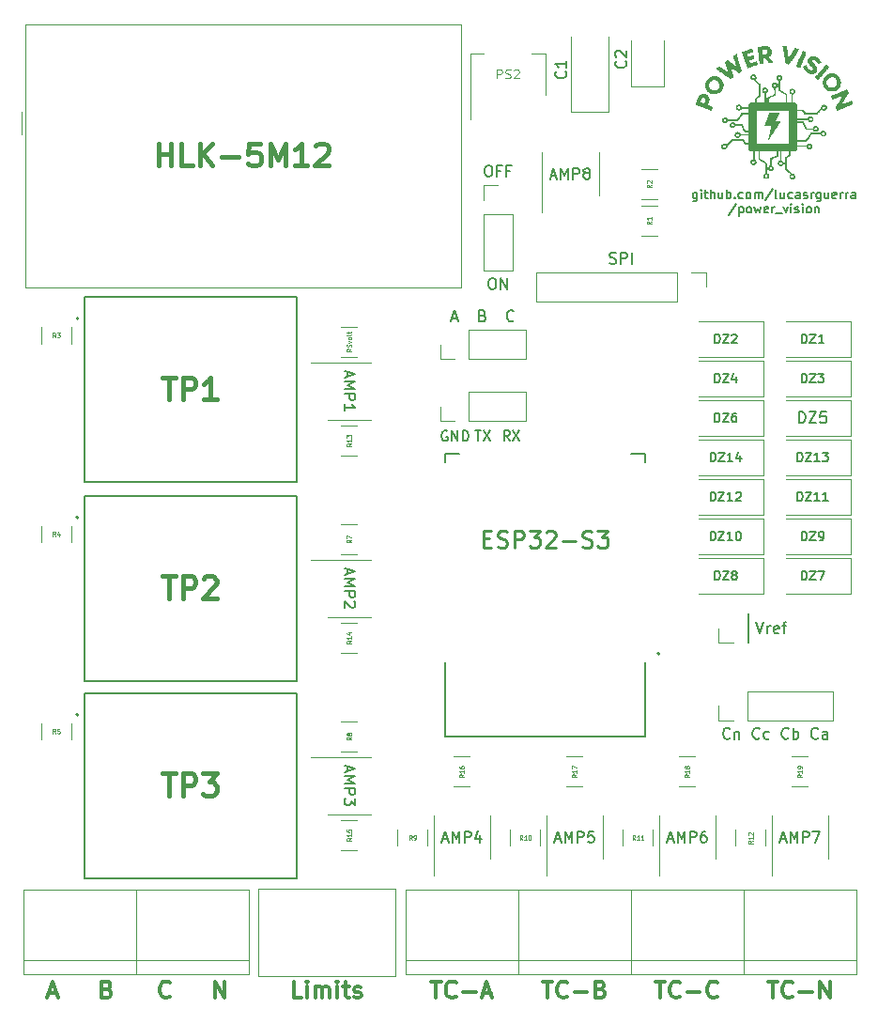
<source format=gbr>
%TF.GenerationSoftware,KiCad,Pcbnew,7.0.10*%
%TF.CreationDate,2024-06-26T03:26:06-03:00*%
%TF.ProjectId,board,626f6172-642e-46b6-9963-61645f706362,1.3*%
%TF.SameCoordinates,Original*%
%TF.FileFunction,Legend,Top*%
%TF.FilePolarity,Positive*%
%FSLAX46Y46*%
G04 Gerber Fmt 4.6, Leading zero omitted, Abs format (unit mm)*
G04 Created by KiCad (PCBNEW 7.0.10) date 2024-06-26 03:26:06*
%MOMM*%
%LPD*%
G01*
G04 APERTURE LIST*
%ADD10C,0.100000*%
%ADD11C,0.150000*%
%ADD12C,0.300000*%
%ADD13C,0.400000*%
%ADD14C,0.250000*%
%ADD15C,0.200000*%
%ADD16C,0.120000*%
%ADD17C,0.127000*%
G04 APERTURE END LIST*
D10*
X129921000Y-116586000D02*
X142240000Y-116586000D01*
X142240000Y-124460000D02*
X129921000Y-124460000D01*
X129921000Y-124460000D02*
X129921000Y-116586000D01*
X142240000Y-116586000D02*
X142240000Y-124460000D01*
D11*
X169449800Y-53818496D02*
X169449800Y-54466115D01*
X169449800Y-54466115D02*
X169411705Y-54542306D01*
X169411705Y-54542306D02*
X169373609Y-54580401D01*
X169373609Y-54580401D02*
X169297419Y-54618496D01*
X169297419Y-54618496D02*
X169183133Y-54618496D01*
X169183133Y-54618496D02*
X169106943Y-54580401D01*
X169449800Y-54313735D02*
X169373609Y-54351830D01*
X169373609Y-54351830D02*
X169221228Y-54351830D01*
X169221228Y-54351830D02*
X169145038Y-54313735D01*
X169145038Y-54313735D02*
X169106943Y-54275639D01*
X169106943Y-54275639D02*
X169068847Y-54199449D01*
X169068847Y-54199449D02*
X169068847Y-53970877D01*
X169068847Y-53970877D02*
X169106943Y-53894687D01*
X169106943Y-53894687D02*
X169145038Y-53856592D01*
X169145038Y-53856592D02*
X169221228Y-53818496D01*
X169221228Y-53818496D02*
X169373609Y-53818496D01*
X169373609Y-53818496D02*
X169449800Y-53856592D01*
X169830753Y-54351830D02*
X169830753Y-53818496D01*
X169830753Y-53551830D02*
X169792657Y-53589925D01*
X169792657Y-53589925D02*
X169830753Y-53628020D01*
X169830753Y-53628020D02*
X169868848Y-53589925D01*
X169868848Y-53589925D02*
X169830753Y-53551830D01*
X169830753Y-53551830D02*
X169830753Y-53628020D01*
X170097419Y-53818496D02*
X170402181Y-53818496D01*
X170211705Y-53551830D02*
X170211705Y-54237544D01*
X170211705Y-54237544D02*
X170249800Y-54313735D01*
X170249800Y-54313735D02*
X170325990Y-54351830D01*
X170325990Y-54351830D02*
X170402181Y-54351830D01*
X170668848Y-54351830D02*
X170668848Y-53551830D01*
X171011705Y-54351830D02*
X171011705Y-53932782D01*
X171011705Y-53932782D02*
X170973610Y-53856592D01*
X170973610Y-53856592D02*
X170897419Y-53818496D01*
X170897419Y-53818496D02*
X170783133Y-53818496D01*
X170783133Y-53818496D02*
X170706943Y-53856592D01*
X170706943Y-53856592D02*
X170668848Y-53894687D01*
X171735515Y-53818496D02*
X171735515Y-54351830D01*
X171392658Y-53818496D02*
X171392658Y-54237544D01*
X171392658Y-54237544D02*
X171430753Y-54313735D01*
X171430753Y-54313735D02*
X171506943Y-54351830D01*
X171506943Y-54351830D02*
X171621229Y-54351830D01*
X171621229Y-54351830D02*
X171697420Y-54313735D01*
X171697420Y-54313735D02*
X171735515Y-54275639D01*
X172116468Y-54351830D02*
X172116468Y-53551830D01*
X172116468Y-53856592D02*
X172192658Y-53818496D01*
X172192658Y-53818496D02*
X172345039Y-53818496D01*
X172345039Y-53818496D02*
X172421230Y-53856592D01*
X172421230Y-53856592D02*
X172459325Y-53894687D01*
X172459325Y-53894687D02*
X172497420Y-53970877D01*
X172497420Y-53970877D02*
X172497420Y-54199449D01*
X172497420Y-54199449D02*
X172459325Y-54275639D01*
X172459325Y-54275639D02*
X172421230Y-54313735D01*
X172421230Y-54313735D02*
X172345039Y-54351830D01*
X172345039Y-54351830D02*
X172192658Y-54351830D01*
X172192658Y-54351830D02*
X172116468Y-54313735D01*
X172840278Y-54275639D02*
X172878373Y-54313735D01*
X172878373Y-54313735D02*
X172840278Y-54351830D01*
X172840278Y-54351830D02*
X172802182Y-54313735D01*
X172802182Y-54313735D02*
X172840278Y-54275639D01*
X172840278Y-54275639D02*
X172840278Y-54351830D01*
X173564087Y-54313735D02*
X173487896Y-54351830D01*
X173487896Y-54351830D02*
X173335515Y-54351830D01*
X173335515Y-54351830D02*
X173259325Y-54313735D01*
X173259325Y-54313735D02*
X173221230Y-54275639D01*
X173221230Y-54275639D02*
X173183134Y-54199449D01*
X173183134Y-54199449D02*
X173183134Y-53970877D01*
X173183134Y-53970877D02*
X173221230Y-53894687D01*
X173221230Y-53894687D02*
X173259325Y-53856592D01*
X173259325Y-53856592D02*
X173335515Y-53818496D01*
X173335515Y-53818496D02*
X173487896Y-53818496D01*
X173487896Y-53818496D02*
X173564087Y-53856592D01*
X174021229Y-54351830D02*
X173945039Y-54313735D01*
X173945039Y-54313735D02*
X173906944Y-54275639D01*
X173906944Y-54275639D02*
X173868848Y-54199449D01*
X173868848Y-54199449D02*
X173868848Y-53970877D01*
X173868848Y-53970877D02*
X173906944Y-53894687D01*
X173906944Y-53894687D02*
X173945039Y-53856592D01*
X173945039Y-53856592D02*
X174021229Y-53818496D01*
X174021229Y-53818496D02*
X174135515Y-53818496D01*
X174135515Y-53818496D02*
X174211706Y-53856592D01*
X174211706Y-53856592D02*
X174249801Y-53894687D01*
X174249801Y-53894687D02*
X174287896Y-53970877D01*
X174287896Y-53970877D02*
X174287896Y-54199449D01*
X174287896Y-54199449D02*
X174249801Y-54275639D01*
X174249801Y-54275639D02*
X174211706Y-54313735D01*
X174211706Y-54313735D02*
X174135515Y-54351830D01*
X174135515Y-54351830D02*
X174021229Y-54351830D01*
X174630754Y-54351830D02*
X174630754Y-53818496D01*
X174630754Y-53894687D02*
X174668849Y-53856592D01*
X174668849Y-53856592D02*
X174745039Y-53818496D01*
X174745039Y-53818496D02*
X174859325Y-53818496D01*
X174859325Y-53818496D02*
X174935516Y-53856592D01*
X174935516Y-53856592D02*
X174973611Y-53932782D01*
X174973611Y-53932782D02*
X174973611Y-54351830D01*
X174973611Y-53932782D02*
X175011706Y-53856592D01*
X175011706Y-53856592D02*
X175087897Y-53818496D01*
X175087897Y-53818496D02*
X175202182Y-53818496D01*
X175202182Y-53818496D02*
X175278373Y-53856592D01*
X175278373Y-53856592D02*
X175316468Y-53932782D01*
X175316468Y-53932782D02*
X175316468Y-54351830D01*
X176268849Y-53513735D02*
X175583135Y-54542306D01*
X176649801Y-54351830D02*
X176573611Y-54313735D01*
X176573611Y-54313735D02*
X176535516Y-54237544D01*
X176535516Y-54237544D02*
X176535516Y-53551830D01*
X177297421Y-53818496D02*
X177297421Y-54351830D01*
X176954564Y-53818496D02*
X176954564Y-54237544D01*
X176954564Y-54237544D02*
X176992659Y-54313735D01*
X176992659Y-54313735D02*
X177068849Y-54351830D01*
X177068849Y-54351830D02*
X177183135Y-54351830D01*
X177183135Y-54351830D02*
X177259326Y-54313735D01*
X177259326Y-54313735D02*
X177297421Y-54275639D01*
X178021231Y-54313735D02*
X177945040Y-54351830D01*
X177945040Y-54351830D02*
X177792659Y-54351830D01*
X177792659Y-54351830D02*
X177716469Y-54313735D01*
X177716469Y-54313735D02*
X177678374Y-54275639D01*
X177678374Y-54275639D02*
X177640278Y-54199449D01*
X177640278Y-54199449D02*
X177640278Y-53970877D01*
X177640278Y-53970877D02*
X177678374Y-53894687D01*
X177678374Y-53894687D02*
X177716469Y-53856592D01*
X177716469Y-53856592D02*
X177792659Y-53818496D01*
X177792659Y-53818496D02*
X177945040Y-53818496D01*
X177945040Y-53818496D02*
X178021231Y-53856592D01*
X178706945Y-54351830D02*
X178706945Y-53932782D01*
X178706945Y-53932782D02*
X178668850Y-53856592D01*
X178668850Y-53856592D02*
X178592659Y-53818496D01*
X178592659Y-53818496D02*
X178440278Y-53818496D01*
X178440278Y-53818496D02*
X178364088Y-53856592D01*
X178706945Y-54313735D02*
X178630754Y-54351830D01*
X178630754Y-54351830D02*
X178440278Y-54351830D01*
X178440278Y-54351830D02*
X178364088Y-54313735D01*
X178364088Y-54313735D02*
X178325992Y-54237544D01*
X178325992Y-54237544D02*
X178325992Y-54161354D01*
X178325992Y-54161354D02*
X178364088Y-54085163D01*
X178364088Y-54085163D02*
X178440278Y-54047068D01*
X178440278Y-54047068D02*
X178630754Y-54047068D01*
X178630754Y-54047068D02*
X178706945Y-54008973D01*
X179049802Y-54313735D02*
X179125993Y-54351830D01*
X179125993Y-54351830D02*
X179278374Y-54351830D01*
X179278374Y-54351830D02*
X179354564Y-54313735D01*
X179354564Y-54313735D02*
X179392660Y-54237544D01*
X179392660Y-54237544D02*
X179392660Y-54199449D01*
X179392660Y-54199449D02*
X179354564Y-54123258D01*
X179354564Y-54123258D02*
X179278374Y-54085163D01*
X179278374Y-54085163D02*
X179164088Y-54085163D01*
X179164088Y-54085163D02*
X179087898Y-54047068D01*
X179087898Y-54047068D02*
X179049802Y-53970877D01*
X179049802Y-53970877D02*
X179049802Y-53932782D01*
X179049802Y-53932782D02*
X179087898Y-53856592D01*
X179087898Y-53856592D02*
X179164088Y-53818496D01*
X179164088Y-53818496D02*
X179278374Y-53818496D01*
X179278374Y-53818496D02*
X179354564Y-53856592D01*
X179735517Y-54351830D02*
X179735517Y-53818496D01*
X179735517Y-53970877D02*
X179773612Y-53894687D01*
X179773612Y-53894687D02*
X179811707Y-53856592D01*
X179811707Y-53856592D02*
X179887898Y-53818496D01*
X179887898Y-53818496D02*
X179964088Y-53818496D01*
X180573612Y-53818496D02*
X180573612Y-54466115D01*
X180573612Y-54466115D02*
X180535517Y-54542306D01*
X180535517Y-54542306D02*
X180497421Y-54580401D01*
X180497421Y-54580401D02*
X180421231Y-54618496D01*
X180421231Y-54618496D02*
X180306945Y-54618496D01*
X180306945Y-54618496D02*
X180230755Y-54580401D01*
X180573612Y-54313735D02*
X180497421Y-54351830D01*
X180497421Y-54351830D02*
X180345040Y-54351830D01*
X180345040Y-54351830D02*
X180268850Y-54313735D01*
X180268850Y-54313735D02*
X180230755Y-54275639D01*
X180230755Y-54275639D02*
X180192659Y-54199449D01*
X180192659Y-54199449D02*
X180192659Y-53970877D01*
X180192659Y-53970877D02*
X180230755Y-53894687D01*
X180230755Y-53894687D02*
X180268850Y-53856592D01*
X180268850Y-53856592D02*
X180345040Y-53818496D01*
X180345040Y-53818496D02*
X180497421Y-53818496D01*
X180497421Y-53818496D02*
X180573612Y-53856592D01*
X181297422Y-53818496D02*
X181297422Y-54351830D01*
X180954565Y-53818496D02*
X180954565Y-54237544D01*
X180954565Y-54237544D02*
X180992660Y-54313735D01*
X180992660Y-54313735D02*
X181068850Y-54351830D01*
X181068850Y-54351830D02*
X181183136Y-54351830D01*
X181183136Y-54351830D02*
X181259327Y-54313735D01*
X181259327Y-54313735D02*
X181297422Y-54275639D01*
X181983137Y-54313735D02*
X181906946Y-54351830D01*
X181906946Y-54351830D02*
X181754565Y-54351830D01*
X181754565Y-54351830D02*
X181678375Y-54313735D01*
X181678375Y-54313735D02*
X181640279Y-54237544D01*
X181640279Y-54237544D02*
X181640279Y-53932782D01*
X181640279Y-53932782D02*
X181678375Y-53856592D01*
X181678375Y-53856592D02*
X181754565Y-53818496D01*
X181754565Y-53818496D02*
X181906946Y-53818496D01*
X181906946Y-53818496D02*
X181983137Y-53856592D01*
X181983137Y-53856592D02*
X182021232Y-53932782D01*
X182021232Y-53932782D02*
X182021232Y-54008973D01*
X182021232Y-54008973D02*
X181640279Y-54085163D01*
X182364089Y-54351830D02*
X182364089Y-53818496D01*
X182364089Y-53970877D02*
X182402184Y-53894687D01*
X182402184Y-53894687D02*
X182440279Y-53856592D01*
X182440279Y-53856592D02*
X182516470Y-53818496D01*
X182516470Y-53818496D02*
X182592660Y-53818496D01*
X182859327Y-54351830D02*
X182859327Y-53818496D01*
X182859327Y-53970877D02*
X182897422Y-53894687D01*
X182897422Y-53894687D02*
X182935517Y-53856592D01*
X182935517Y-53856592D02*
X183011708Y-53818496D01*
X183011708Y-53818496D02*
X183087898Y-53818496D01*
X183697422Y-54351830D02*
X183697422Y-53932782D01*
X183697422Y-53932782D02*
X183659327Y-53856592D01*
X183659327Y-53856592D02*
X183583136Y-53818496D01*
X183583136Y-53818496D02*
X183430755Y-53818496D01*
X183430755Y-53818496D02*
X183354565Y-53856592D01*
X183697422Y-54313735D02*
X183621231Y-54351830D01*
X183621231Y-54351830D02*
X183430755Y-54351830D01*
X183430755Y-54351830D02*
X183354565Y-54313735D01*
X183354565Y-54313735D02*
X183316469Y-54237544D01*
X183316469Y-54237544D02*
X183316469Y-54161354D01*
X183316469Y-54161354D02*
X183354565Y-54085163D01*
X183354565Y-54085163D02*
X183430755Y-54047068D01*
X183430755Y-54047068D02*
X183621231Y-54047068D01*
X183621231Y-54047068D02*
X183697422Y-54008973D01*
X172973611Y-54801735D02*
X172287897Y-55830306D01*
X173240278Y-55106496D02*
X173240278Y-55906496D01*
X173240278Y-55144592D02*
X173316468Y-55106496D01*
X173316468Y-55106496D02*
X173468849Y-55106496D01*
X173468849Y-55106496D02*
X173545040Y-55144592D01*
X173545040Y-55144592D02*
X173583135Y-55182687D01*
X173583135Y-55182687D02*
X173621230Y-55258877D01*
X173621230Y-55258877D02*
X173621230Y-55487449D01*
X173621230Y-55487449D02*
X173583135Y-55563639D01*
X173583135Y-55563639D02*
X173545040Y-55601735D01*
X173545040Y-55601735D02*
X173468849Y-55639830D01*
X173468849Y-55639830D02*
X173316468Y-55639830D01*
X173316468Y-55639830D02*
X173240278Y-55601735D01*
X174078373Y-55639830D02*
X174002183Y-55601735D01*
X174002183Y-55601735D02*
X173964088Y-55563639D01*
X173964088Y-55563639D02*
X173925992Y-55487449D01*
X173925992Y-55487449D02*
X173925992Y-55258877D01*
X173925992Y-55258877D02*
X173964088Y-55182687D01*
X173964088Y-55182687D02*
X174002183Y-55144592D01*
X174002183Y-55144592D02*
X174078373Y-55106496D01*
X174078373Y-55106496D02*
X174192659Y-55106496D01*
X174192659Y-55106496D02*
X174268850Y-55144592D01*
X174268850Y-55144592D02*
X174306945Y-55182687D01*
X174306945Y-55182687D02*
X174345040Y-55258877D01*
X174345040Y-55258877D02*
X174345040Y-55487449D01*
X174345040Y-55487449D02*
X174306945Y-55563639D01*
X174306945Y-55563639D02*
X174268850Y-55601735D01*
X174268850Y-55601735D02*
X174192659Y-55639830D01*
X174192659Y-55639830D02*
X174078373Y-55639830D01*
X174611707Y-55106496D02*
X174764088Y-55639830D01*
X174764088Y-55639830D02*
X174916469Y-55258877D01*
X174916469Y-55258877D02*
X175068850Y-55639830D01*
X175068850Y-55639830D02*
X175221231Y-55106496D01*
X175830755Y-55601735D02*
X175754564Y-55639830D01*
X175754564Y-55639830D02*
X175602183Y-55639830D01*
X175602183Y-55639830D02*
X175525993Y-55601735D01*
X175525993Y-55601735D02*
X175487897Y-55525544D01*
X175487897Y-55525544D02*
X175487897Y-55220782D01*
X175487897Y-55220782D02*
X175525993Y-55144592D01*
X175525993Y-55144592D02*
X175602183Y-55106496D01*
X175602183Y-55106496D02*
X175754564Y-55106496D01*
X175754564Y-55106496D02*
X175830755Y-55144592D01*
X175830755Y-55144592D02*
X175868850Y-55220782D01*
X175868850Y-55220782D02*
X175868850Y-55296973D01*
X175868850Y-55296973D02*
X175487897Y-55373163D01*
X176211707Y-55639830D02*
X176211707Y-55106496D01*
X176211707Y-55258877D02*
X176249802Y-55182687D01*
X176249802Y-55182687D02*
X176287897Y-55144592D01*
X176287897Y-55144592D02*
X176364088Y-55106496D01*
X176364088Y-55106496D02*
X176440278Y-55106496D01*
X176516469Y-55716020D02*
X177125992Y-55716020D01*
X177240278Y-55106496D02*
X177430754Y-55639830D01*
X177430754Y-55639830D02*
X177621231Y-55106496D01*
X177925993Y-55639830D02*
X177925993Y-55106496D01*
X177925993Y-54839830D02*
X177887897Y-54877925D01*
X177887897Y-54877925D02*
X177925993Y-54916020D01*
X177925993Y-54916020D02*
X177964088Y-54877925D01*
X177964088Y-54877925D02*
X177925993Y-54839830D01*
X177925993Y-54839830D02*
X177925993Y-54916020D01*
X178268849Y-55601735D02*
X178345040Y-55639830D01*
X178345040Y-55639830D02*
X178497421Y-55639830D01*
X178497421Y-55639830D02*
X178573611Y-55601735D01*
X178573611Y-55601735D02*
X178611707Y-55525544D01*
X178611707Y-55525544D02*
X178611707Y-55487449D01*
X178611707Y-55487449D02*
X178573611Y-55411258D01*
X178573611Y-55411258D02*
X178497421Y-55373163D01*
X178497421Y-55373163D02*
X178383135Y-55373163D01*
X178383135Y-55373163D02*
X178306945Y-55335068D01*
X178306945Y-55335068D02*
X178268849Y-55258877D01*
X178268849Y-55258877D02*
X178268849Y-55220782D01*
X178268849Y-55220782D02*
X178306945Y-55144592D01*
X178306945Y-55144592D02*
X178383135Y-55106496D01*
X178383135Y-55106496D02*
X178497421Y-55106496D01*
X178497421Y-55106496D02*
X178573611Y-55144592D01*
X178954564Y-55639830D02*
X178954564Y-55106496D01*
X178954564Y-54839830D02*
X178916468Y-54877925D01*
X178916468Y-54877925D02*
X178954564Y-54916020D01*
X178954564Y-54916020D02*
X178992659Y-54877925D01*
X178992659Y-54877925D02*
X178954564Y-54839830D01*
X178954564Y-54839830D02*
X178954564Y-54916020D01*
X179449801Y-55639830D02*
X179373611Y-55601735D01*
X179373611Y-55601735D02*
X179335516Y-55563639D01*
X179335516Y-55563639D02*
X179297420Y-55487449D01*
X179297420Y-55487449D02*
X179297420Y-55258877D01*
X179297420Y-55258877D02*
X179335516Y-55182687D01*
X179335516Y-55182687D02*
X179373611Y-55144592D01*
X179373611Y-55144592D02*
X179449801Y-55106496D01*
X179449801Y-55106496D02*
X179564087Y-55106496D01*
X179564087Y-55106496D02*
X179640278Y-55144592D01*
X179640278Y-55144592D02*
X179678373Y-55182687D01*
X179678373Y-55182687D02*
X179716468Y-55258877D01*
X179716468Y-55258877D02*
X179716468Y-55487449D01*
X179716468Y-55487449D02*
X179678373Y-55563639D01*
X179678373Y-55563639D02*
X179640278Y-55601735D01*
X179640278Y-55601735D02*
X179564087Y-55639830D01*
X179564087Y-55639830D02*
X179449801Y-55639830D01*
X180059326Y-55106496D02*
X180059326Y-55639830D01*
X180059326Y-55182687D02*
X180097421Y-55144592D01*
X180097421Y-55144592D02*
X180173611Y-55106496D01*
X180173611Y-55106496D02*
X180287897Y-55106496D01*
X180287897Y-55106496D02*
X180364088Y-55144592D01*
X180364088Y-55144592D02*
X180402183Y-55220782D01*
X180402183Y-55220782D02*
X180402183Y-55639830D01*
D12*
X133807485Y-126408328D02*
X133093199Y-126408328D01*
X133093199Y-126408328D02*
X133093199Y-124908328D01*
X134307485Y-126408328D02*
X134307485Y-125408328D01*
X134307485Y-124908328D02*
X134236057Y-124979757D01*
X134236057Y-124979757D02*
X134307485Y-125051185D01*
X134307485Y-125051185D02*
X134378914Y-124979757D01*
X134378914Y-124979757D02*
X134307485Y-124908328D01*
X134307485Y-124908328D02*
X134307485Y-125051185D01*
X135021771Y-126408328D02*
X135021771Y-125408328D01*
X135021771Y-125551185D02*
X135093200Y-125479757D01*
X135093200Y-125479757D02*
X135236057Y-125408328D01*
X135236057Y-125408328D02*
X135450343Y-125408328D01*
X135450343Y-125408328D02*
X135593200Y-125479757D01*
X135593200Y-125479757D02*
X135664629Y-125622614D01*
X135664629Y-125622614D02*
X135664629Y-126408328D01*
X135664629Y-125622614D02*
X135736057Y-125479757D01*
X135736057Y-125479757D02*
X135878914Y-125408328D01*
X135878914Y-125408328D02*
X136093200Y-125408328D01*
X136093200Y-125408328D02*
X136236057Y-125479757D01*
X136236057Y-125479757D02*
X136307486Y-125622614D01*
X136307486Y-125622614D02*
X136307486Y-126408328D01*
X137021771Y-126408328D02*
X137021771Y-125408328D01*
X137021771Y-124908328D02*
X136950343Y-124979757D01*
X136950343Y-124979757D02*
X137021771Y-125051185D01*
X137021771Y-125051185D02*
X137093200Y-124979757D01*
X137093200Y-124979757D02*
X137021771Y-124908328D01*
X137021771Y-124908328D02*
X137021771Y-125051185D01*
X137521772Y-125408328D02*
X138093200Y-125408328D01*
X137736057Y-124908328D02*
X137736057Y-126194042D01*
X137736057Y-126194042D02*
X137807486Y-126336900D01*
X137807486Y-126336900D02*
X137950343Y-126408328D01*
X137950343Y-126408328D02*
X138093200Y-126408328D01*
X138521772Y-126336900D02*
X138664629Y-126408328D01*
X138664629Y-126408328D02*
X138950343Y-126408328D01*
X138950343Y-126408328D02*
X139093200Y-126336900D01*
X139093200Y-126336900D02*
X139164629Y-126194042D01*
X139164629Y-126194042D02*
X139164629Y-126122614D01*
X139164629Y-126122614D02*
X139093200Y-125979757D01*
X139093200Y-125979757D02*
X138950343Y-125908328D01*
X138950343Y-125908328D02*
X138736058Y-125908328D01*
X138736058Y-125908328D02*
X138593200Y-125836900D01*
X138593200Y-125836900D02*
X138521772Y-125694042D01*
X138521772Y-125694042D02*
X138521772Y-125622614D01*
X138521772Y-125622614D02*
X138593200Y-125479757D01*
X138593200Y-125479757D02*
X138736058Y-125408328D01*
X138736058Y-125408328D02*
X138950343Y-125408328D01*
X138950343Y-125408328D02*
X139093200Y-125479757D01*
D11*
X162982580Y-41986666D02*
X163030200Y-42034285D01*
X163030200Y-42034285D02*
X163077819Y-42177142D01*
X163077819Y-42177142D02*
X163077819Y-42272380D01*
X163077819Y-42272380D02*
X163030200Y-42415237D01*
X163030200Y-42415237D02*
X162934961Y-42510475D01*
X162934961Y-42510475D02*
X162839723Y-42558094D01*
X162839723Y-42558094D02*
X162649247Y-42605713D01*
X162649247Y-42605713D02*
X162506390Y-42605713D01*
X162506390Y-42605713D02*
X162315914Y-42558094D01*
X162315914Y-42558094D02*
X162220676Y-42510475D01*
X162220676Y-42510475D02*
X162125438Y-42415237D01*
X162125438Y-42415237D02*
X162077819Y-42272380D01*
X162077819Y-42272380D02*
X162077819Y-42177142D01*
X162077819Y-42177142D02*
X162125438Y-42034285D01*
X162125438Y-42034285D02*
X162173057Y-41986666D01*
X162173057Y-41605713D02*
X162125438Y-41558094D01*
X162125438Y-41558094D02*
X162077819Y-41462856D01*
X162077819Y-41462856D02*
X162077819Y-41224761D01*
X162077819Y-41224761D02*
X162125438Y-41129523D01*
X162125438Y-41129523D02*
X162173057Y-41081904D01*
X162173057Y-41081904D02*
X162268295Y-41034285D01*
X162268295Y-41034285D02*
X162363533Y-41034285D01*
X162363533Y-41034285D02*
X162506390Y-41081904D01*
X162506390Y-41081904D02*
X163077819Y-41653332D01*
X163077819Y-41653332D02*
X163077819Y-41034285D01*
X157575580Y-42916166D02*
X157623200Y-42963785D01*
X157623200Y-42963785D02*
X157670819Y-43106642D01*
X157670819Y-43106642D02*
X157670819Y-43201880D01*
X157670819Y-43201880D02*
X157623200Y-43344737D01*
X157623200Y-43344737D02*
X157527961Y-43439975D01*
X157527961Y-43439975D02*
X157432723Y-43487594D01*
X157432723Y-43487594D02*
X157242247Y-43535213D01*
X157242247Y-43535213D02*
X157099390Y-43535213D01*
X157099390Y-43535213D02*
X156908914Y-43487594D01*
X156908914Y-43487594D02*
X156813676Y-43439975D01*
X156813676Y-43439975D02*
X156718438Y-43344737D01*
X156718438Y-43344737D02*
X156670819Y-43201880D01*
X156670819Y-43201880D02*
X156670819Y-43106642D01*
X156670819Y-43106642D02*
X156718438Y-42963785D01*
X156718438Y-42963785D02*
X156766057Y-42916166D01*
X157670819Y-41963785D02*
X157670819Y-42535213D01*
X157670819Y-42249499D02*
X156670819Y-42249499D01*
X156670819Y-42249499D02*
X156813676Y-42344737D01*
X156813676Y-42344737D02*
X156908914Y-42439975D01*
X156908914Y-42439975D02*
X156956533Y-42535213D01*
X137922233Y-105525000D02*
X137922233Y-105991667D01*
X137642233Y-105431667D02*
X138622233Y-105758334D01*
X138622233Y-105758334D02*
X137642233Y-106085000D01*
X137642233Y-106411667D02*
X138622233Y-106411667D01*
X138622233Y-106411667D02*
X137922233Y-106738334D01*
X137922233Y-106738334D02*
X138622233Y-107065000D01*
X138622233Y-107065000D02*
X137642233Y-107065000D01*
X137642233Y-107531667D02*
X138622233Y-107531667D01*
X138622233Y-107531667D02*
X138622233Y-107905000D01*
X138622233Y-107905000D02*
X138575566Y-107998334D01*
X138575566Y-107998334D02*
X138528900Y-108045000D01*
X138528900Y-108045000D02*
X138435566Y-108091667D01*
X138435566Y-108091667D02*
X138295566Y-108091667D01*
X138295566Y-108091667D02*
X138202233Y-108045000D01*
X138202233Y-108045000D02*
X138155566Y-107998334D01*
X138155566Y-107998334D02*
X138108900Y-107905000D01*
X138108900Y-107905000D02*
X138108900Y-107531667D01*
X138622233Y-108418334D02*
X138622233Y-109025000D01*
X138622233Y-109025000D02*
X138248900Y-108698334D01*
X138248900Y-108698334D02*
X138248900Y-108838334D01*
X138248900Y-108838334D02*
X138202233Y-108931667D01*
X138202233Y-108931667D02*
X138155566Y-108978334D01*
X138155566Y-108978334D02*
X138062233Y-109025000D01*
X138062233Y-109025000D02*
X137828900Y-109025000D01*
X137828900Y-109025000D02*
X137735566Y-108978334D01*
X137735566Y-108978334D02*
X137688900Y-108931667D01*
X137688900Y-108931667D02*
X137642233Y-108838334D01*
X137642233Y-108838334D02*
X137642233Y-108558334D01*
X137642233Y-108558334D02*
X137688900Y-108465000D01*
X137688900Y-108465000D02*
X137735566Y-108418334D01*
X170670419Y-78046295D02*
X170670419Y-77246295D01*
X170670419Y-77246295D02*
X170860895Y-77246295D01*
X170860895Y-77246295D02*
X170975181Y-77284390D01*
X170975181Y-77284390D02*
X171051371Y-77360580D01*
X171051371Y-77360580D02*
X171089466Y-77436771D01*
X171089466Y-77436771D02*
X171127562Y-77589152D01*
X171127562Y-77589152D02*
X171127562Y-77703438D01*
X171127562Y-77703438D02*
X171089466Y-77855819D01*
X171089466Y-77855819D02*
X171051371Y-77932009D01*
X171051371Y-77932009D02*
X170975181Y-78008200D01*
X170975181Y-78008200D02*
X170860895Y-78046295D01*
X170860895Y-78046295D02*
X170670419Y-78046295D01*
X171394228Y-77246295D02*
X171927562Y-77246295D01*
X171927562Y-77246295D02*
X171394228Y-78046295D01*
X171394228Y-78046295D02*
X171927562Y-78046295D01*
X172651371Y-78046295D02*
X172194228Y-78046295D01*
X172422800Y-78046295D02*
X172422800Y-77246295D01*
X172422800Y-77246295D02*
X172346609Y-77360580D01*
X172346609Y-77360580D02*
X172270419Y-77436771D01*
X172270419Y-77436771D02*
X172194228Y-77474866D01*
X173337086Y-77512961D02*
X173337086Y-78046295D01*
X173146610Y-77208200D02*
X172956133Y-77779628D01*
X172956133Y-77779628D02*
X173451372Y-77779628D01*
D10*
X143736133Y-112153847D02*
X143602800Y-111963371D01*
X143507562Y-112153847D02*
X143507562Y-111753847D01*
X143507562Y-111753847D02*
X143659943Y-111753847D01*
X143659943Y-111753847D02*
X143698038Y-111772895D01*
X143698038Y-111772895D02*
X143717085Y-111791942D01*
X143717085Y-111791942D02*
X143736133Y-111830038D01*
X143736133Y-111830038D02*
X143736133Y-111887180D01*
X143736133Y-111887180D02*
X143717085Y-111925276D01*
X143717085Y-111925276D02*
X143698038Y-111944323D01*
X143698038Y-111944323D02*
X143659943Y-111963371D01*
X143659943Y-111963371D02*
X143507562Y-111963371D01*
X143926609Y-112153847D02*
X144002800Y-112153847D01*
X144002800Y-112153847D02*
X144040895Y-112134800D01*
X144040895Y-112134800D02*
X144059943Y-112115752D01*
X144059943Y-112115752D02*
X144098038Y-112058609D01*
X144098038Y-112058609D02*
X144117085Y-111982419D01*
X144117085Y-111982419D02*
X144117085Y-111830038D01*
X144117085Y-111830038D02*
X144098038Y-111791942D01*
X144098038Y-111791942D02*
X144078990Y-111772895D01*
X144078990Y-111772895D02*
X144040895Y-111753847D01*
X144040895Y-111753847D02*
X143964704Y-111753847D01*
X143964704Y-111753847D02*
X143926609Y-111772895D01*
X143926609Y-111772895D02*
X143907562Y-111791942D01*
X143907562Y-111791942D02*
X143888514Y-111830038D01*
X143888514Y-111830038D02*
X143888514Y-111925276D01*
X143888514Y-111925276D02*
X143907562Y-111963371D01*
X143907562Y-111963371D02*
X143926609Y-111982419D01*
X143926609Y-111982419D02*
X143964704Y-112001466D01*
X143964704Y-112001466D02*
X144040895Y-112001466D01*
X144040895Y-112001466D02*
X144078990Y-111982419D01*
X144078990Y-111982419D02*
X144098038Y-111963371D01*
X144098038Y-111963371D02*
X144117085Y-111925276D01*
D11*
X156276800Y-52322566D02*
X156743467Y-52322566D01*
X156183467Y-52602566D02*
X156510134Y-51622566D01*
X156510134Y-51622566D02*
X156836800Y-52602566D01*
X157163467Y-52602566D02*
X157163467Y-51622566D01*
X157163467Y-51622566D02*
X157490134Y-52322566D01*
X157490134Y-52322566D02*
X157816800Y-51622566D01*
X157816800Y-51622566D02*
X157816800Y-52602566D01*
X158283467Y-52602566D02*
X158283467Y-51622566D01*
X158283467Y-51622566D02*
X158656800Y-51622566D01*
X158656800Y-51622566D02*
X158750134Y-51669233D01*
X158750134Y-51669233D02*
X158796800Y-51715900D01*
X158796800Y-51715900D02*
X158843467Y-51809233D01*
X158843467Y-51809233D02*
X158843467Y-51949233D01*
X158843467Y-51949233D02*
X158796800Y-52042566D01*
X158796800Y-52042566D02*
X158750134Y-52089233D01*
X158750134Y-52089233D02*
X158656800Y-52135900D01*
X158656800Y-52135900D02*
X158283467Y-52135900D01*
X159403467Y-52042566D02*
X159310134Y-51995900D01*
X159310134Y-51995900D02*
X159263467Y-51949233D01*
X159263467Y-51949233D02*
X159216800Y-51855900D01*
X159216800Y-51855900D02*
X159216800Y-51809233D01*
X159216800Y-51809233D02*
X159263467Y-51715900D01*
X159263467Y-51715900D02*
X159310134Y-51669233D01*
X159310134Y-51669233D02*
X159403467Y-51622566D01*
X159403467Y-51622566D02*
X159590134Y-51622566D01*
X159590134Y-51622566D02*
X159683467Y-51669233D01*
X159683467Y-51669233D02*
X159730134Y-51715900D01*
X159730134Y-51715900D02*
X159776800Y-51809233D01*
X159776800Y-51809233D02*
X159776800Y-51855900D01*
X159776800Y-51855900D02*
X159730134Y-51949233D01*
X159730134Y-51949233D02*
X159683467Y-51995900D01*
X159683467Y-51995900D02*
X159590134Y-52042566D01*
X159590134Y-52042566D02*
X159403467Y-52042566D01*
X159403467Y-52042566D02*
X159310134Y-52089233D01*
X159310134Y-52089233D02*
X159263467Y-52135900D01*
X159263467Y-52135900D02*
X159216800Y-52229233D01*
X159216800Y-52229233D02*
X159216800Y-52415900D01*
X159216800Y-52415900D02*
X159263467Y-52509233D01*
X159263467Y-52509233D02*
X159310134Y-52555900D01*
X159310134Y-52555900D02*
X159403467Y-52602566D01*
X159403467Y-52602566D02*
X159590134Y-52602566D01*
X159590134Y-52602566D02*
X159683467Y-52555900D01*
X159683467Y-52555900D02*
X159730134Y-52509233D01*
X159730134Y-52509233D02*
X159776800Y-52415900D01*
X159776800Y-52415900D02*
X159776800Y-52229233D01*
X159776800Y-52229233D02*
X159730134Y-52135900D01*
X159730134Y-52135900D02*
X159683467Y-52089233D01*
X159683467Y-52089233D02*
X159590134Y-52042566D01*
X171043371Y-67378295D02*
X171043371Y-66578295D01*
X171043371Y-66578295D02*
X171233847Y-66578295D01*
X171233847Y-66578295D02*
X171348133Y-66616390D01*
X171348133Y-66616390D02*
X171424323Y-66692580D01*
X171424323Y-66692580D02*
X171462418Y-66768771D01*
X171462418Y-66768771D02*
X171500514Y-66921152D01*
X171500514Y-66921152D02*
X171500514Y-67035438D01*
X171500514Y-67035438D02*
X171462418Y-67187819D01*
X171462418Y-67187819D02*
X171424323Y-67264009D01*
X171424323Y-67264009D02*
X171348133Y-67340200D01*
X171348133Y-67340200D02*
X171233847Y-67378295D01*
X171233847Y-67378295D02*
X171043371Y-67378295D01*
X171767180Y-66578295D02*
X172300514Y-66578295D01*
X172300514Y-66578295D02*
X171767180Y-67378295D01*
X171767180Y-67378295D02*
X172300514Y-67378295D01*
X172567180Y-66654485D02*
X172605276Y-66616390D01*
X172605276Y-66616390D02*
X172681466Y-66578295D01*
X172681466Y-66578295D02*
X172871942Y-66578295D01*
X172871942Y-66578295D02*
X172948133Y-66616390D01*
X172948133Y-66616390D02*
X172986228Y-66654485D01*
X172986228Y-66654485D02*
X173024323Y-66730676D01*
X173024323Y-66730676D02*
X173024323Y-66806866D01*
X173024323Y-66806866D02*
X172986228Y-66921152D01*
X172986228Y-66921152D02*
X172529085Y-67378295D01*
X172529085Y-67378295D02*
X173024323Y-67378295D01*
D13*
X121259990Y-88399438D02*
X122402847Y-88399438D01*
X121831418Y-90399438D02*
X121831418Y-88399438D01*
X123069514Y-90399438D02*
X123069514Y-88399438D01*
X123069514Y-88399438D02*
X123831419Y-88399438D01*
X123831419Y-88399438D02*
X124021895Y-88494676D01*
X124021895Y-88494676D02*
X124117133Y-88589914D01*
X124117133Y-88589914D02*
X124212371Y-88780390D01*
X124212371Y-88780390D02*
X124212371Y-89066104D01*
X124212371Y-89066104D02*
X124117133Y-89256580D01*
X124117133Y-89256580D02*
X124021895Y-89351819D01*
X124021895Y-89351819D02*
X123831419Y-89447057D01*
X123831419Y-89447057D02*
X123069514Y-89447057D01*
X124974276Y-88589914D02*
X125069514Y-88494676D01*
X125069514Y-88494676D02*
X125259990Y-88399438D01*
X125259990Y-88399438D02*
X125736181Y-88399438D01*
X125736181Y-88399438D02*
X125926657Y-88494676D01*
X125926657Y-88494676D02*
X126021895Y-88589914D01*
X126021895Y-88589914D02*
X126117133Y-88780390D01*
X126117133Y-88780390D02*
X126117133Y-88970866D01*
X126117133Y-88970866D02*
X126021895Y-89256580D01*
X126021895Y-89256580D02*
X124879038Y-90399438D01*
X124879038Y-90399438D02*
X126117133Y-90399438D01*
D10*
X138267647Y-85116666D02*
X138077171Y-85249999D01*
X138267647Y-85345237D02*
X137867647Y-85345237D01*
X137867647Y-85345237D02*
X137867647Y-85192856D01*
X137867647Y-85192856D02*
X137886695Y-85154761D01*
X137886695Y-85154761D02*
X137905742Y-85135714D01*
X137905742Y-85135714D02*
X137943838Y-85116666D01*
X137943838Y-85116666D02*
X138000980Y-85116666D01*
X138000980Y-85116666D02*
X138039076Y-85135714D01*
X138039076Y-85135714D02*
X138058123Y-85154761D01*
X138058123Y-85154761D02*
X138077171Y-85192856D01*
X138077171Y-85192856D02*
X138077171Y-85345237D01*
X137867647Y-84983333D02*
X137867647Y-84716666D01*
X137867647Y-84716666D02*
X138267647Y-84888095D01*
D13*
X120879452Y-51402438D02*
X120879452Y-49402438D01*
X120879452Y-50354819D02*
X122022309Y-50354819D01*
X122022309Y-51402438D02*
X122022309Y-49402438D01*
X123927071Y-51402438D02*
X122974690Y-51402438D01*
X122974690Y-51402438D02*
X122974690Y-49402438D01*
X124593738Y-51402438D02*
X124593738Y-49402438D01*
X125736595Y-51402438D02*
X124879452Y-50259580D01*
X125736595Y-49402438D02*
X124593738Y-50545295D01*
X126593738Y-50640533D02*
X128117548Y-50640533D01*
X130022309Y-49402438D02*
X129069928Y-49402438D01*
X129069928Y-49402438D02*
X128974690Y-50354819D01*
X128974690Y-50354819D02*
X129069928Y-50259580D01*
X129069928Y-50259580D02*
X129260404Y-50164342D01*
X129260404Y-50164342D02*
X129736595Y-50164342D01*
X129736595Y-50164342D02*
X129927071Y-50259580D01*
X129927071Y-50259580D02*
X130022309Y-50354819D01*
X130022309Y-50354819D02*
X130117547Y-50545295D01*
X130117547Y-50545295D02*
X130117547Y-51021485D01*
X130117547Y-51021485D02*
X130022309Y-51211961D01*
X130022309Y-51211961D02*
X129927071Y-51307200D01*
X129927071Y-51307200D02*
X129736595Y-51402438D01*
X129736595Y-51402438D02*
X129260404Y-51402438D01*
X129260404Y-51402438D02*
X129069928Y-51307200D01*
X129069928Y-51307200D02*
X128974690Y-51211961D01*
X130974690Y-51402438D02*
X130974690Y-49402438D01*
X130974690Y-49402438D02*
X131641357Y-50831009D01*
X131641357Y-50831009D02*
X132308023Y-49402438D01*
X132308023Y-49402438D02*
X132308023Y-51402438D01*
X134308023Y-51402438D02*
X133165166Y-51402438D01*
X133736594Y-51402438D02*
X133736594Y-49402438D01*
X133736594Y-49402438D02*
X133546118Y-49688152D01*
X133546118Y-49688152D02*
X133355642Y-49878628D01*
X133355642Y-49878628D02*
X133165166Y-49973866D01*
X135069928Y-49592914D02*
X135165166Y-49497676D01*
X135165166Y-49497676D02*
X135355642Y-49402438D01*
X135355642Y-49402438D02*
X135831833Y-49402438D01*
X135831833Y-49402438D02*
X136022309Y-49497676D01*
X136022309Y-49497676D02*
X136117547Y-49592914D01*
X136117547Y-49592914D02*
X136212785Y-49783390D01*
X136212785Y-49783390D02*
X136212785Y-49973866D01*
X136212785Y-49973866D02*
X136117547Y-50259580D01*
X136117547Y-50259580D02*
X134974690Y-51402438D01*
X134974690Y-51402438D02*
X136212785Y-51402438D01*
D10*
X148427647Y-106262142D02*
X148237171Y-106395475D01*
X148427647Y-106490713D02*
X148027647Y-106490713D01*
X148027647Y-106490713D02*
X148027647Y-106338332D01*
X148027647Y-106338332D02*
X148046695Y-106300237D01*
X148046695Y-106300237D02*
X148065742Y-106281190D01*
X148065742Y-106281190D02*
X148103838Y-106262142D01*
X148103838Y-106262142D02*
X148160980Y-106262142D01*
X148160980Y-106262142D02*
X148199076Y-106281190D01*
X148199076Y-106281190D02*
X148218123Y-106300237D01*
X148218123Y-106300237D02*
X148237171Y-106338332D01*
X148237171Y-106338332D02*
X148237171Y-106490713D01*
X148427647Y-105881190D02*
X148427647Y-106109761D01*
X148427647Y-105995475D02*
X148027647Y-105995475D01*
X148027647Y-105995475D02*
X148084790Y-106033571D01*
X148084790Y-106033571D02*
X148122885Y-106071666D01*
X148122885Y-106071666D02*
X148141933Y-106109761D01*
X148027647Y-105538333D02*
X148027647Y-105614523D01*
X148027647Y-105614523D02*
X148046695Y-105652619D01*
X148046695Y-105652619D02*
X148065742Y-105671666D01*
X148065742Y-105671666D02*
X148122885Y-105709761D01*
X148122885Y-105709761D02*
X148199076Y-105728809D01*
X148199076Y-105728809D02*
X148351457Y-105728809D01*
X148351457Y-105728809D02*
X148389552Y-105709761D01*
X148389552Y-105709761D02*
X148408600Y-105690714D01*
X148408600Y-105690714D02*
X148427647Y-105652619D01*
X148427647Y-105652619D02*
X148427647Y-105576428D01*
X148427647Y-105576428D02*
X148408600Y-105538333D01*
X148408600Y-105538333D02*
X148389552Y-105519285D01*
X148389552Y-105519285D02*
X148351457Y-105500238D01*
X148351457Y-105500238D02*
X148256219Y-105500238D01*
X148256219Y-105500238D02*
X148218123Y-105519285D01*
X148218123Y-105519285D02*
X148199076Y-105538333D01*
X148199076Y-105538333D02*
X148180028Y-105576428D01*
X148180028Y-105576428D02*
X148180028Y-105652619D01*
X148180028Y-105652619D02*
X148199076Y-105690714D01*
X148199076Y-105690714D02*
X148218123Y-105709761D01*
X148218123Y-105709761D02*
X148256219Y-105728809D01*
D14*
X150194372Y-85012214D02*
X150694372Y-85012214D01*
X150908658Y-85797928D02*
X150194372Y-85797928D01*
X150194372Y-85797928D02*
X150194372Y-84297928D01*
X150194372Y-84297928D02*
X150908658Y-84297928D01*
X151480087Y-85726500D02*
X151694373Y-85797928D01*
X151694373Y-85797928D02*
X152051515Y-85797928D01*
X152051515Y-85797928D02*
X152194373Y-85726500D01*
X152194373Y-85726500D02*
X152265801Y-85655071D01*
X152265801Y-85655071D02*
X152337230Y-85512214D01*
X152337230Y-85512214D02*
X152337230Y-85369357D01*
X152337230Y-85369357D02*
X152265801Y-85226500D01*
X152265801Y-85226500D02*
X152194373Y-85155071D01*
X152194373Y-85155071D02*
X152051515Y-85083642D01*
X152051515Y-85083642D02*
X151765801Y-85012214D01*
X151765801Y-85012214D02*
X151622944Y-84940785D01*
X151622944Y-84940785D02*
X151551515Y-84869357D01*
X151551515Y-84869357D02*
X151480087Y-84726500D01*
X151480087Y-84726500D02*
X151480087Y-84583642D01*
X151480087Y-84583642D02*
X151551515Y-84440785D01*
X151551515Y-84440785D02*
X151622944Y-84369357D01*
X151622944Y-84369357D02*
X151765801Y-84297928D01*
X151765801Y-84297928D02*
X152122944Y-84297928D01*
X152122944Y-84297928D02*
X152337230Y-84369357D01*
X152980086Y-85797928D02*
X152980086Y-84297928D01*
X152980086Y-84297928D02*
X153551515Y-84297928D01*
X153551515Y-84297928D02*
X153694372Y-84369357D01*
X153694372Y-84369357D02*
X153765801Y-84440785D01*
X153765801Y-84440785D02*
X153837229Y-84583642D01*
X153837229Y-84583642D02*
X153837229Y-84797928D01*
X153837229Y-84797928D02*
X153765801Y-84940785D01*
X153765801Y-84940785D02*
X153694372Y-85012214D01*
X153694372Y-85012214D02*
X153551515Y-85083642D01*
X153551515Y-85083642D02*
X152980086Y-85083642D01*
X154337229Y-84297928D02*
X155265801Y-84297928D01*
X155265801Y-84297928D02*
X154765801Y-84869357D01*
X154765801Y-84869357D02*
X154980086Y-84869357D01*
X154980086Y-84869357D02*
X155122944Y-84940785D01*
X155122944Y-84940785D02*
X155194372Y-85012214D01*
X155194372Y-85012214D02*
X155265801Y-85155071D01*
X155265801Y-85155071D02*
X155265801Y-85512214D01*
X155265801Y-85512214D02*
X155194372Y-85655071D01*
X155194372Y-85655071D02*
X155122944Y-85726500D01*
X155122944Y-85726500D02*
X154980086Y-85797928D01*
X154980086Y-85797928D02*
X154551515Y-85797928D01*
X154551515Y-85797928D02*
X154408658Y-85726500D01*
X154408658Y-85726500D02*
X154337229Y-85655071D01*
X155837229Y-84440785D02*
X155908657Y-84369357D01*
X155908657Y-84369357D02*
X156051515Y-84297928D01*
X156051515Y-84297928D02*
X156408657Y-84297928D01*
X156408657Y-84297928D02*
X156551515Y-84369357D01*
X156551515Y-84369357D02*
X156622943Y-84440785D01*
X156622943Y-84440785D02*
X156694372Y-84583642D01*
X156694372Y-84583642D02*
X156694372Y-84726500D01*
X156694372Y-84726500D02*
X156622943Y-84940785D01*
X156622943Y-84940785D02*
X155765800Y-85797928D01*
X155765800Y-85797928D02*
X156694372Y-85797928D01*
X157337228Y-85226500D02*
X158480086Y-85226500D01*
X159122943Y-85726500D02*
X159337229Y-85797928D01*
X159337229Y-85797928D02*
X159694371Y-85797928D01*
X159694371Y-85797928D02*
X159837229Y-85726500D01*
X159837229Y-85726500D02*
X159908657Y-85655071D01*
X159908657Y-85655071D02*
X159980086Y-85512214D01*
X159980086Y-85512214D02*
X159980086Y-85369357D01*
X159980086Y-85369357D02*
X159908657Y-85226500D01*
X159908657Y-85226500D02*
X159837229Y-85155071D01*
X159837229Y-85155071D02*
X159694371Y-85083642D01*
X159694371Y-85083642D02*
X159408657Y-85012214D01*
X159408657Y-85012214D02*
X159265800Y-84940785D01*
X159265800Y-84940785D02*
X159194371Y-84869357D01*
X159194371Y-84869357D02*
X159122943Y-84726500D01*
X159122943Y-84726500D02*
X159122943Y-84583642D01*
X159122943Y-84583642D02*
X159194371Y-84440785D01*
X159194371Y-84440785D02*
X159265800Y-84369357D01*
X159265800Y-84369357D02*
X159408657Y-84297928D01*
X159408657Y-84297928D02*
X159765800Y-84297928D01*
X159765800Y-84297928D02*
X159980086Y-84369357D01*
X160480085Y-84297928D02*
X161408657Y-84297928D01*
X161408657Y-84297928D02*
X160908657Y-84869357D01*
X160908657Y-84869357D02*
X161122942Y-84869357D01*
X161122942Y-84869357D02*
X161265800Y-84940785D01*
X161265800Y-84940785D02*
X161337228Y-85012214D01*
X161337228Y-85012214D02*
X161408657Y-85155071D01*
X161408657Y-85155071D02*
X161408657Y-85512214D01*
X161408657Y-85512214D02*
X161337228Y-85655071D01*
X161337228Y-85655071D02*
X161265800Y-85726500D01*
X161265800Y-85726500D02*
X161122942Y-85797928D01*
X161122942Y-85797928D02*
X160694371Y-85797928D01*
X160694371Y-85797928D02*
X160551514Y-85726500D01*
X160551514Y-85726500D02*
X160480085Y-85655071D01*
D11*
X166817800Y-112104566D02*
X167284467Y-112104566D01*
X166724467Y-112384566D02*
X167051134Y-111404566D01*
X167051134Y-111404566D02*
X167377800Y-112384566D01*
X167704467Y-112384566D02*
X167704467Y-111404566D01*
X167704467Y-111404566D02*
X168031134Y-112104566D01*
X168031134Y-112104566D02*
X168357800Y-111404566D01*
X168357800Y-111404566D02*
X168357800Y-112384566D01*
X168824467Y-112384566D02*
X168824467Y-111404566D01*
X168824467Y-111404566D02*
X169197800Y-111404566D01*
X169197800Y-111404566D02*
X169291134Y-111451233D01*
X169291134Y-111451233D02*
X169337800Y-111497900D01*
X169337800Y-111497900D02*
X169384467Y-111591233D01*
X169384467Y-111591233D02*
X169384467Y-111731233D01*
X169384467Y-111731233D02*
X169337800Y-111824566D01*
X169337800Y-111824566D02*
X169291134Y-111871233D01*
X169291134Y-111871233D02*
X169197800Y-111917900D01*
X169197800Y-111917900D02*
X168824467Y-111917900D01*
X170224467Y-111404566D02*
X170037800Y-111404566D01*
X170037800Y-111404566D02*
X169944467Y-111451233D01*
X169944467Y-111451233D02*
X169897800Y-111497900D01*
X169897800Y-111497900D02*
X169804467Y-111637900D01*
X169804467Y-111637900D02*
X169757800Y-111824566D01*
X169757800Y-111824566D02*
X169757800Y-112197900D01*
X169757800Y-112197900D02*
X169804467Y-112291233D01*
X169804467Y-112291233D02*
X169851134Y-112337900D01*
X169851134Y-112337900D02*
X169944467Y-112384566D01*
X169944467Y-112384566D02*
X170131134Y-112384566D01*
X170131134Y-112384566D02*
X170224467Y-112337900D01*
X170224467Y-112337900D02*
X170271134Y-112291233D01*
X170271134Y-112291233D02*
X170317800Y-112197900D01*
X170317800Y-112197900D02*
X170317800Y-111964566D01*
X170317800Y-111964566D02*
X170271134Y-111871233D01*
X170271134Y-111871233D02*
X170224467Y-111824566D01*
X170224467Y-111824566D02*
X170131134Y-111777900D01*
X170131134Y-111777900D02*
X169944467Y-111777900D01*
X169944467Y-111777900D02*
X169851134Y-111824566D01*
X169851134Y-111824566D02*
X169804467Y-111871233D01*
X169804467Y-111871233D02*
X169757800Y-111964566D01*
X178518419Y-78057295D02*
X178518419Y-77257295D01*
X178518419Y-77257295D02*
X178708895Y-77257295D01*
X178708895Y-77257295D02*
X178823181Y-77295390D01*
X178823181Y-77295390D02*
X178899371Y-77371580D01*
X178899371Y-77371580D02*
X178937466Y-77447771D01*
X178937466Y-77447771D02*
X178975562Y-77600152D01*
X178975562Y-77600152D02*
X178975562Y-77714438D01*
X178975562Y-77714438D02*
X178937466Y-77866819D01*
X178937466Y-77866819D02*
X178899371Y-77943009D01*
X178899371Y-77943009D02*
X178823181Y-78019200D01*
X178823181Y-78019200D02*
X178708895Y-78057295D01*
X178708895Y-78057295D02*
X178518419Y-78057295D01*
X179242228Y-77257295D02*
X179775562Y-77257295D01*
X179775562Y-77257295D02*
X179242228Y-78057295D01*
X179242228Y-78057295D02*
X179775562Y-78057295D01*
X180499371Y-78057295D02*
X180042228Y-78057295D01*
X180270800Y-78057295D02*
X180270800Y-77257295D01*
X180270800Y-77257295D02*
X180194609Y-77371580D01*
X180194609Y-77371580D02*
X180118419Y-77447771D01*
X180118419Y-77447771D02*
X180042228Y-77485866D01*
X180766038Y-77257295D02*
X181261276Y-77257295D01*
X181261276Y-77257295D02*
X180994610Y-77562057D01*
X180994610Y-77562057D02*
X181108895Y-77562057D01*
X181108895Y-77562057D02*
X181185086Y-77600152D01*
X181185086Y-77600152D02*
X181223181Y-77638247D01*
X181223181Y-77638247D02*
X181261276Y-77714438D01*
X181261276Y-77714438D02*
X181261276Y-77904914D01*
X181261276Y-77904914D02*
X181223181Y-77981104D01*
X181223181Y-77981104D02*
X181185086Y-78019200D01*
X181185086Y-78019200D02*
X181108895Y-78057295D01*
X181108895Y-78057295D02*
X180880324Y-78057295D01*
X180880324Y-78057295D02*
X180804133Y-78019200D01*
X180804133Y-78019200D02*
X180766038Y-77981104D01*
X146497800Y-112104566D02*
X146964467Y-112104566D01*
X146404467Y-112384566D02*
X146731134Y-111404566D01*
X146731134Y-111404566D02*
X147057800Y-112384566D01*
X147384467Y-112384566D02*
X147384467Y-111404566D01*
X147384467Y-111404566D02*
X147711134Y-112104566D01*
X147711134Y-112104566D02*
X148037800Y-111404566D01*
X148037800Y-111404566D02*
X148037800Y-112384566D01*
X148504467Y-112384566D02*
X148504467Y-111404566D01*
X148504467Y-111404566D02*
X148877800Y-111404566D01*
X148877800Y-111404566D02*
X148971134Y-111451233D01*
X148971134Y-111451233D02*
X149017800Y-111497900D01*
X149017800Y-111497900D02*
X149064467Y-111591233D01*
X149064467Y-111591233D02*
X149064467Y-111731233D01*
X149064467Y-111731233D02*
X149017800Y-111824566D01*
X149017800Y-111824566D02*
X148971134Y-111871233D01*
X148971134Y-111871233D02*
X148877800Y-111917900D01*
X148877800Y-111917900D02*
X148504467Y-111917900D01*
X149904467Y-111731233D02*
X149904467Y-112384566D01*
X149671134Y-111357900D02*
X149437800Y-112057900D01*
X149437800Y-112057900D02*
X150044467Y-112057900D01*
D10*
X158587647Y-106262142D02*
X158397171Y-106395475D01*
X158587647Y-106490713D02*
X158187647Y-106490713D01*
X158187647Y-106490713D02*
X158187647Y-106338332D01*
X158187647Y-106338332D02*
X158206695Y-106300237D01*
X158206695Y-106300237D02*
X158225742Y-106281190D01*
X158225742Y-106281190D02*
X158263838Y-106262142D01*
X158263838Y-106262142D02*
X158320980Y-106262142D01*
X158320980Y-106262142D02*
X158359076Y-106281190D01*
X158359076Y-106281190D02*
X158378123Y-106300237D01*
X158378123Y-106300237D02*
X158397171Y-106338332D01*
X158397171Y-106338332D02*
X158397171Y-106490713D01*
X158587647Y-105881190D02*
X158587647Y-106109761D01*
X158587647Y-105995475D02*
X158187647Y-105995475D01*
X158187647Y-105995475D02*
X158244790Y-106033571D01*
X158244790Y-106033571D02*
X158282885Y-106071666D01*
X158282885Y-106071666D02*
X158301933Y-106109761D01*
X158187647Y-105747857D02*
X158187647Y-105481190D01*
X158187647Y-105481190D02*
X158587647Y-105652619D01*
D11*
X171038371Y-74490295D02*
X171038371Y-73690295D01*
X171038371Y-73690295D02*
X171228847Y-73690295D01*
X171228847Y-73690295D02*
X171343133Y-73728390D01*
X171343133Y-73728390D02*
X171419323Y-73804580D01*
X171419323Y-73804580D02*
X171457418Y-73880771D01*
X171457418Y-73880771D02*
X171495514Y-74033152D01*
X171495514Y-74033152D02*
X171495514Y-74147438D01*
X171495514Y-74147438D02*
X171457418Y-74299819D01*
X171457418Y-74299819D02*
X171419323Y-74376009D01*
X171419323Y-74376009D02*
X171343133Y-74452200D01*
X171343133Y-74452200D02*
X171228847Y-74490295D01*
X171228847Y-74490295D02*
X171038371Y-74490295D01*
X171762180Y-73690295D02*
X172295514Y-73690295D01*
X172295514Y-73690295D02*
X171762180Y-74490295D01*
X171762180Y-74490295D02*
X172295514Y-74490295D01*
X172943133Y-73690295D02*
X172790752Y-73690295D01*
X172790752Y-73690295D02*
X172714561Y-73728390D01*
X172714561Y-73728390D02*
X172676466Y-73766485D01*
X172676466Y-73766485D02*
X172600276Y-73880771D01*
X172600276Y-73880771D02*
X172562180Y-74033152D01*
X172562180Y-74033152D02*
X172562180Y-74337914D01*
X172562180Y-74337914D02*
X172600276Y-74414104D01*
X172600276Y-74414104D02*
X172638371Y-74452200D01*
X172638371Y-74452200D02*
X172714561Y-74490295D01*
X172714561Y-74490295D02*
X172866942Y-74490295D01*
X172866942Y-74490295D02*
X172943133Y-74452200D01*
X172943133Y-74452200D02*
X172981228Y-74414104D01*
X172981228Y-74414104D02*
X173019323Y-74337914D01*
X173019323Y-74337914D02*
X173019323Y-74147438D01*
X173019323Y-74147438D02*
X172981228Y-74071247D01*
X172981228Y-74071247D02*
X172943133Y-74033152D01*
X172943133Y-74033152D02*
X172866942Y-73995057D01*
X172866942Y-73995057D02*
X172714561Y-73995057D01*
X172714561Y-73995057D02*
X172638371Y-74033152D01*
X172638371Y-74033152D02*
X172600276Y-74071247D01*
X172600276Y-74071247D02*
X172562180Y-74147438D01*
X178643514Y-74582819D02*
X178643514Y-73582819D01*
X178643514Y-73582819D02*
X178881609Y-73582819D01*
X178881609Y-73582819D02*
X179024466Y-73630438D01*
X179024466Y-73630438D02*
X179119704Y-73725676D01*
X179119704Y-73725676D02*
X179167323Y-73820914D01*
X179167323Y-73820914D02*
X179214942Y-74011390D01*
X179214942Y-74011390D02*
X179214942Y-74154247D01*
X179214942Y-74154247D02*
X179167323Y-74344723D01*
X179167323Y-74344723D02*
X179119704Y-74439961D01*
X179119704Y-74439961D02*
X179024466Y-74535200D01*
X179024466Y-74535200D02*
X178881609Y-74582819D01*
X178881609Y-74582819D02*
X178643514Y-74582819D01*
X179548276Y-73582819D02*
X180214942Y-73582819D01*
X180214942Y-73582819D02*
X179548276Y-74582819D01*
X179548276Y-74582819D02*
X180214942Y-74582819D01*
X181072085Y-73582819D02*
X180595895Y-73582819D01*
X180595895Y-73582819D02*
X180548276Y-74059009D01*
X180548276Y-74059009D02*
X180595895Y-74011390D01*
X180595895Y-74011390D02*
X180691133Y-73963771D01*
X180691133Y-73963771D02*
X180929228Y-73963771D01*
X180929228Y-73963771D02*
X181024466Y-74011390D01*
X181024466Y-74011390D02*
X181072085Y-74059009D01*
X181072085Y-74059009D02*
X181119704Y-74154247D01*
X181119704Y-74154247D02*
X181119704Y-74392342D01*
X181119704Y-74392342D02*
X181072085Y-74487580D01*
X181072085Y-74487580D02*
X181024466Y-74535200D01*
X181024466Y-74535200D02*
X180929228Y-74582819D01*
X180929228Y-74582819D02*
X180691133Y-74582819D01*
X180691133Y-74582819D02*
X180595895Y-74535200D01*
X180595895Y-74535200D02*
X180548276Y-74487580D01*
D13*
X121259990Y-70492438D02*
X122402847Y-70492438D01*
X121831418Y-72492438D02*
X121831418Y-70492438D01*
X123069514Y-72492438D02*
X123069514Y-70492438D01*
X123069514Y-70492438D02*
X123831419Y-70492438D01*
X123831419Y-70492438D02*
X124021895Y-70587676D01*
X124021895Y-70587676D02*
X124117133Y-70682914D01*
X124117133Y-70682914D02*
X124212371Y-70873390D01*
X124212371Y-70873390D02*
X124212371Y-71159104D01*
X124212371Y-71159104D02*
X124117133Y-71349580D01*
X124117133Y-71349580D02*
X124021895Y-71444819D01*
X124021895Y-71444819D02*
X123831419Y-71540057D01*
X123831419Y-71540057D02*
X123069514Y-71540057D01*
X126117133Y-72492438D02*
X124974276Y-72492438D01*
X125545704Y-72492438D02*
X125545704Y-70492438D01*
X125545704Y-70492438D02*
X125355228Y-70778152D01*
X125355228Y-70778152D02*
X125164752Y-70968628D01*
X125164752Y-70968628D02*
X124974276Y-71063866D01*
D12*
X175834943Y-124908328D02*
X176692086Y-124908328D01*
X176263514Y-126408328D02*
X176263514Y-124908328D01*
X178049228Y-126265471D02*
X177977800Y-126336900D01*
X177977800Y-126336900D02*
X177763514Y-126408328D01*
X177763514Y-126408328D02*
X177620657Y-126408328D01*
X177620657Y-126408328D02*
X177406371Y-126336900D01*
X177406371Y-126336900D02*
X177263514Y-126194042D01*
X177263514Y-126194042D02*
X177192085Y-126051185D01*
X177192085Y-126051185D02*
X177120657Y-125765471D01*
X177120657Y-125765471D02*
X177120657Y-125551185D01*
X177120657Y-125551185D02*
X177192085Y-125265471D01*
X177192085Y-125265471D02*
X177263514Y-125122614D01*
X177263514Y-125122614D02*
X177406371Y-124979757D01*
X177406371Y-124979757D02*
X177620657Y-124908328D01*
X177620657Y-124908328D02*
X177763514Y-124908328D01*
X177763514Y-124908328D02*
X177977800Y-124979757D01*
X177977800Y-124979757D02*
X178049228Y-125051185D01*
X178692085Y-125836900D02*
X179834943Y-125836900D01*
X180549228Y-126408328D02*
X180549228Y-124908328D01*
X180549228Y-124908328D02*
X181406371Y-126408328D01*
X181406371Y-126408328D02*
X181406371Y-124908328D01*
D10*
X111605133Y-84787347D02*
X111471800Y-84596871D01*
X111376562Y-84787347D02*
X111376562Y-84387347D01*
X111376562Y-84387347D02*
X111528943Y-84387347D01*
X111528943Y-84387347D02*
X111567038Y-84406395D01*
X111567038Y-84406395D02*
X111586085Y-84425442D01*
X111586085Y-84425442D02*
X111605133Y-84463538D01*
X111605133Y-84463538D02*
X111605133Y-84520680D01*
X111605133Y-84520680D02*
X111586085Y-84558776D01*
X111586085Y-84558776D02*
X111567038Y-84577823D01*
X111567038Y-84577823D02*
X111528943Y-84596871D01*
X111528943Y-84596871D02*
X111376562Y-84596871D01*
X111947990Y-84520680D02*
X111947990Y-84787347D01*
X111852752Y-84368300D02*
X111757514Y-84654014D01*
X111757514Y-84654014D02*
X112005133Y-84654014D01*
D13*
X121259990Y-106179438D02*
X122402847Y-106179438D01*
X121831418Y-108179438D02*
X121831418Y-106179438D01*
X123069514Y-108179438D02*
X123069514Y-106179438D01*
X123069514Y-106179438D02*
X123831419Y-106179438D01*
X123831419Y-106179438D02*
X124021895Y-106274676D01*
X124021895Y-106274676D02*
X124117133Y-106369914D01*
X124117133Y-106369914D02*
X124212371Y-106560390D01*
X124212371Y-106560390D02*
X124212371Y-106846104D01*
X124212371Y-106846104D02*
X124117133Y-107036580D01*
X124117133Y-107036580D02*
X124021895Y-107131819D01*
X124021895Y-107131819D02*
X123831419Y-107227057D01*
X123831419Y-107227057D02*
X123069514Y-107227057D01*
X124879038Y-106179438D02*
X126117133Y-106179438D01*
X126117133Y-106179438D02*
X125450466Y-106941342D01*
X125450466Y-106941342D02*
X125736181Y-106941342D01*
X125736181Y-106941342D02*
X125926657Y-107036580D01*
X125926657Y-107036580D02*
X126021895Y-107131819D01*
X126021895Y-107131819D02*
X126117133Y-107322295D01*
X126117133Y-107322295D02*
X126117133Y-107798485D01*
X126117133Y-107798485D02*
X126021895Y-107988961D01*
X126021895Y-107988961D02*
X125926657Y-108084200D01*
X125926657Y-108084200D02*
X125736181Y-108179438D01*
X125736181Y-108179438D02*
X125164752Y-108179438D01*
X125164752Y-108179438D02*
X124974276Y-108084200D01*
X124974276Y-108084200D02*
X124879038Y-107988961D01*
D15*
X149467086Y-75284957D02*
X149981372Y-75284957D01*
X149724229Y-76184957D02*
X149724229Y-75284957D01*
X150195657Y-75284957D02*
X150795657Y-76184957D01*
X150795657Y-75284957D02*
X150195657Y-76184957D01*
X146927086Y-75327814D02*
X146841372Y-75284957D01*
X146841372Y-75284957D02*
X146712800Y-75284957D01*
X146712800Y-75284957D02*
X146584229Y-75327814D01*
X146584229Y-75327814D02*
X146498514Y-75413528D01*
X146498514Y-75413528D02*
X146455657Y-75499242D01*
X146455657Y-75499242D02*
X146412800Y-75670671D01*
X146412800Y-75670671D02*
X146412800Y-75799242D01*
X146412800Y-75799242D02*
X146455657Y-75970671D01*
X146455657Y-75970671D02*
X146498514Y-76056385D01*
X146498514Y-76056385D02*
X146584229Y-76142100D01*
X146584229Y-76142100D02*
X146712800Y-76184957D01*
X146712800Y-76184957D02*
X146798514Y-76184957D01*
X146798514Y-76184957D02*
X146927086Y-76142100D01*
X146927086Y-76142100D02*
X146969943Y-76099242D01*
X146969943Y-76099242D02*
X146969943Y-75799242D01*
X146969943Y-75799242D02*
X146798514Y-75799242D01*
X147355657Y-76184957D02*
X147355657Y-75284957D01*
X147355657Y-75284957D02*
X147869943Y-76184957D01*
X147869943Y-76184957D02*
X147869943Y-75284957D01*
X148298514Y-76184957D02*
X148298514Y-75284957D01*
X148298514Y-75284957D02*
X148512800Y-75284957D01*
X148512800Y-75284957D02*
X148641371Y-75327814D01*
X148641371Y-75327814D02*
X148727086Y-75413528D01*
X148727086Y-75413528D02*
X148769943Y-75499242D01*
X148769943Y-75499242D02*
X148812800Y-75670671D01*
X148812800Y-75670671D02*
X148812800Y-75799242D01*
X148812800Y-75799242D02*
X148769943Y-75970671D01*
X148769943Y-75970671D02*
X148727086Y-76056385D01*
X148727086Y-76056385D02*
X148641371Y-76142100D01*
X148641371Y-76142100D02*
X148512800Y-76184957D01*
X148512800Y-76184957D02*
X148298514Y-76184957D01*
X152542800Y-76184957D02*
X152242800Y-75756385D01*
X152028514Y-76184957D02*
X152028514Y-75284957D01*
X152028514Y-75284957D02*
X152371371Y-75284957D01*
X152371371Y-75284957D02*
X152457086Y-75327814D01*
X152457086Y-75327814D02*
X152499943Y-75370671D01*
X152499943Y-75370671D02*
X152542800Y-75456385D01*
X152542800Y-75456385D02*
X152542800Y-75584957D01*
X152542800Y-75584957D02*
X152499943Y-75670671D01*
X152499943Y-75670671D02*
X152457086Y-75713528D01*
X152457086Y-75713528D02*
X152371371Y-75756385D01*
X152371371Y-75756385D02*
X152028514Y-75756385D01*
X152842800Y-75284957D02*
X153442800Y-76184957D01*
X153442800Y-75284957D02*
X152842800Y-76184957D01*
D10*
X165318647Y-53112666D02*
X165128171Y-53245999D01*
X165318647Y-53341237D02*
X164918647Y-53341237D01*
X164918647Y-53341237D02*
X164918647Y-53188856D01*
X164918647Y-53188856D02*
X164937695Y-53150761D01*
X164937695Y-53150761D02*
X164956742Y-53131714D01*
X164956742Y-53131714D02*
X164994838Y-53112666D01*
X164994838Y-53112666D02*
X165051980Y-53112666D01*
X165051980Y-53112666D02*
X165090076Y-53131714D01*
X165090076Y-53131714D02*
X165109123Y-53150761D01*
X165109123Y-53150761D02*
X165128171Y-53188856D01*
X165128171Y-53188856D02*
X165128171Y-53341237D01*
X164956742Y-52960285D02*
X164937695Y-52941237D01*
X164937695Y-52941237D02*
X164918647Y-52903142D01*
X164918647Y-52903142D02*
X164918647Y-52807904D01*
X164918647Y-52807904D02*
X164937695Y-52769809D01*
X164937695Y-52769809D02*
X164956742Y-52750761D01*
X164956742Y-52750761D02*
X164994838Y-52731714D01*
X164994838Y-52731714D02*
X165032933Y-52731714D01*
X165032933Y-52731714D02*
X165090076Y-52750761D01*
X165090076Y-52750761D02*
X165318647Y-52979333D01*
X165318647Y-52979333D02*
X165318647Y-52731714D01*
X168747647Y-106262142D02*
X168557171Y-106395475D01*
X168747647Y-106490713D02*
X168347647Y-106490713D01*
X168347647Y-106490713D02*
X168347647Y-106338332D01*
X168347647Y-106338332D02*
X168366695Y-106300237D01*
X168366695Y-106300237D02*
X168385742Y-106281190D01*
X168385742Y-106281190D02*
X168423838Y-106262142D01*
X168423838Y-106262142D02*
X168480980Y-106262142D01*
X168480980Y-106262142D02*
X168519076Y-106281190D01*
X168519076Y-106281190D02*
X168538123Y-106300237D01*
X168538123Y-106300237D02*
X168557171Y-106338332D01*
X168557171Y-106338332D02*
X168557171Y-106490713D01*
X168747647Y-105881190D02*
X168747647Y-106109761D01*
X168747647Y-105995475D02*
X168347647Y-105995475D01*
X168347647Y-105995475D02*
X168404790Y-106033571D01*
X168404790Y-106033571D02*
X168442885Y-106071666D01*
X168442885Y-106071666D02*
X168461933Y-106109761D01*
X168519076Y-105652619D02*
X168500028Y-105690714D01*
X168500028Y-105690714D02*
X168480980Y-105709761D01*
X168480980Y-105709761D02*
X168442885Y-105728809D01*
X168442885Y-105728809D02*
X168423838Y-105728809D01*
X168423838Y-105728809D02*
X168385742Y-105709761D01*
X168385742Y-105709761D02*
X168366695Y-105690714D01*
X168366695Y-105690714D02*
X168347647Y-105652619D01*
X168347647Y-105652619D02*
X168347647Y-105576428D01*
X168347647Y-105576428D02*
X168366695Y-105538333D01*
X168366695Y-105538333D02*
X168385742Y-105519285D01*
X168385742Y-105519285D02*
X168423838Y-105500238D01*
X168423838Y-105500238D02*
X168442885Y-105500238D01*
X168442885Y-105500238D02*
X168480980Y-105519285D01*
X168480980Y-105519285D02*
X168500028Y-105538333D01*
X168500028Y-105538333D02*
X168519076Y-105576428D01*
X168519076Y-105576428D02*
X168519076Y-105652619D01*
X168519076Y-105652619D02*
X168538123Y-105690714D01*
X168538123Y-105690714D02*
X168557171Y-105709761D01*
X168557171Y-105709761D02*
X168595266Y-105728809D01*
X168595266Y-105728809D02*
X168671457Y-105728809D01*
X168671457Y-105728809D02*
X168709552Y-105709761D01*
X168709552Y-105709761D02*
X168728600Y-105690714D01*
X168728600Y-105690714D02*
X168747647Y-105652619D01*
X168747647Y-105652619D02*
X168747647Y-105576428D01*
X168747647Y-105576428D02*
X168728600Y-105538333D01*
X168728600Y-105538333D02*
X168709552Y-105519285D01*
X168709552Y-105519285D02*
X168671457Y-105500238D01*
X168671457Y-105500238D02*
X168595266Y-105500238D01*
X168595266Y-105500238D02*
X168557171Y-105519285D01*
X168557171Y-105519285D02*
X168538123Y-105538333D01*
X168538123Y-105538333D02*
X168519076Y-105576428D01*
X163865657Y-112153847D02*
X163732324Y-111963371D01*
X163637086Y-112153847D02*
X163637086Y-111753847D01*
X163637086Y-111753847D02*
X163789467Y-111753847D01*
X163789467Y-111753847D02*
X163827562Y-111772895D01*
X163827562Y-111772895D02*
X163846609Y-111791942D01*
X163846609Y-111791942D02*
X163865657Y-111830038D01*
X163865657Y-111830038D02*
X163865657Y-111887180D01*
X163865657Y-111887180D02*
X163846609Y-111925276D01*
X163846609Y-111925276D02*
X163827562Y-111944323D01*
X163827562Y-111944323D02*
X163789467Y-111963371D01*
X163789467Y-111963371D02*
X163637086Y-111963371D01*
X164246609Y-112153847D02*
X164018038Y-112153847D01*
X164132324Y-112153847D02*
X164132324Y-111753847D01*
X164132324Y-111753847D02*
X164094228Y-111810990D01*
X164094228Y-111810990D02*
X164056133Y-111849085D01*
X164056133Y-111849085D02*
X164018038Y-111868133D01*
X164627561Y-112153847D02*
X164398990Y-112153847D01*
X164513276Y-112153847D02*
X164513276Y-111753847D01*
X164513276Y-111753847D02*
X164475180Y-111810990D01*
X164475180Y-111810990D02*
X164437085Y-111849085D01*
X164437085Y-111849085D02*
X164398990Y-111868133D01*
D11*
X178518419Y-81613295D02*
X178518419Y-80813295D01*
X178518419Y-80813295D02*
X178708895Y-80813295D01*
X178708895Y-80813295D02*
X178823181Y-80851390D01*
X178823181Y-80851390D02*
X178899371Y-80927580D01*
X178899371Y-80927580D02*
X178937466Y-81003771D01*
X178937466Y-81003771D02*
X178975562Y-81156152D01*
X178975562Y-81156152D02*
X178975562Y-81270438D01*
X178975562Y-81270438D02*
X178937466Y-81422819D01*
X178937466Y-81422819D02*
X178899371Y-81499009D01*
X178899371Y-81499009D02*
X178823181Y-81575200D01*
X178823181Y-81575200D02*
X178708895Y-81613295D01*
X178708895Y-81613295D02*
X178518419Y-81613295D01*
X179242228Y-80813295D02*
X179775562Y-80813295D01*
X179775562Y-80813295D02*
X179242228Y-81613295D01*
X179242228Y-81613295D02*
X179775562Y-81613295D01*
X180499371Y-81613295D02*
X180042228Y-81613295D01*
X180270800Y-81613295D02*
X180270800Y-80813295D01*
X180270800Y-80813295D02*
X180194609Y-80927580D01*
X180194609Y-80927580D02*
X180118419Y-81003771D01*
X180118419Y-81003771D02*
X180042228Y-81041866D01*
X181261276Y-81613295D02*
X180804133Y-81613295D01*
X181032705Y-81613295D02*
X181032705Y-80813295D01*
X181032705Y-80813295D02*
X180956514Y-80927580D01*
X180956514Y-80927580D02*
X180880324Y-81003771D01*
X180880324Y-81003771D02*
X180804133Y-81041866D01*
X150558619Y-51382819D02*
X150749095Y-51382819D01*
X150749095Y-51382819D02*
X150844333Y-51430438D01*
X150844333Y-51430438D02*
X150939571Y-51525676D01*
X150939571Y-51525676D02*
X150987190Y-51716152D01*
X150987190Y-51716152D02*
X150987190Y-52049485D01*
X150987190Y-52049485D02*
X150939571Y-52239961D01*
X150939571Y-52239961D02*
X150844333Y-52335200D01*
X150844333Y-52335200D02*
X150749095Y-52382819D01*
X150749095Y-52382819D02*
X150558619Y-52382819D01*
X150558619Y-52382819D02*
X150463381Y-52335200D01*
X150463381Y-52335200D02*
X150368143Y-52239961D01*
X150368143Y-52239961D02*
X150320524Y-52049485D01*
X150320524Y-52049485D02*
X150320524Y-51716152D01*
X150320524Y-51716152D02*
X150368143Y-51525676D01*
X150368143Y-51525676D02*
X150463381Y-51430438D01*
X150463381Y-51430438D02*
X150558619Y-51382819D01*
X151749095Y-51859009D02*
X151415762Y-51859009D01*
X151415762Y-52382819D02*
X151415762Y-51382819D01*
X151415762Y-51382819D02*
X151891952Y-51382819D01*
X152606238Y-51859009D02*
X152272905Y-51859009D01*
X152272905Y-52382819D02*
X152272905Y-51382819D01*
X152272905Y-51382819D02*
X152749095Y-51382819D01*
X150891952Y-61542819D02*
X151082428Y-61542819D01*
X151082428Y-61542819D02*
X151177666Y-61590438D01*
X151177666Y-61590438D02*
X151272904Y-61685676D01*
X151272904Y-61685676D02*
X151320523Y-61876152D01*
X151320523Y-61876152D02*
X151320523Y-62209485D01*
X151320523Y-62209485D02*
X151272904Y-62399961D01*
X151272904Y-62399961D02*
X151177666Y-62495200D01*
X151177666Y-62495200D02*
X151082428Y-62542819D01*
X151082428Y-62542819D02*
X150891952Y-62542819D01*
X150891952Y-62542819D02*
X150796714Y-62495200D01*
X150796714Y-62495200D02*
X150701476Y-62399961D01*
X150701476Y-62399961D02*
X150653857Y-62209485D01*
X150653857Y-62209485D02*
X150653857Y-61876152D01*
X150653857Y-61876152D02*
X150701476Y-61685676D01*
X150701476Y-61685676D02*
X150796714Y-61590438D01*
X150796714Y-61590438D02*
X150891952Y-61542819D01*
X151749095Y-62542819D02*
X151749095Y-61542819D01*
X151749095Y-61542819D02*
X152320523Y-62542819D01*
X152320523Y-62542819D02*
X152320523Y-61542819D01*
D10*
X138267647Y-67889047D02*
X138077171Y-68022380D01*
X138267647Y-68117618D02*
X137867647Y-68117618D01*
X137867647Y-68117618D02*
X137867647Y-67965237D01*
X137867647Y-67965237D02*
X137886695Y-67927142D01*
X137886695Y-67927142D02*
X137905742Y-67908095D01*
X137905742Y-67908095D02*
X137943838Y-67889047D01*
X137943838Y-67889047D02*
X138000980Y-67889047D01*
X138000980Y-67889047D02*
X138039076Y-67908095D01*
X138039076Y-67908095D02*
X138058123Y-67927142D01*
X138058123Y-67927142D02*
X138077171Y-67965237D01*
X138077171Y-67965237D02*
X138077171Y-68117618D01*
X138248600Y-67736666D02*
X138267647Y-67679523D01*
X138267647Y-67679523D02*
X138267647Y-67584285D01*
X138267647Y-67584285D02*
X138248600Y-67546190D01*
X138248600Y-67546190D02*
X138229552Y-67527142D01*
X138229552Y-67527142D02*
X138191457Y-67508095D01*
X138191457Y-67508095D02*
X138153361Y-67508095D01*
X138153361Y-67508095D02*
X138115266Y-67527142D01*
X138115266Y-67527142D02*
X138096219Y-67546190D01*
X138096219Y-67546190D02*
X138077171Y-67584285D01*
X138077171Y-67584285D02*
X138058123Y-67660476D01*
X138058123Y-67660476D02*
X138039076Y-67698571D01*
X138039076Y-67698571D02*
X138020028Y-67717618D01*
X138020028Y-67717618D02*
X137981933Y-67736666D01*
X137981933Y-67736666D02*
X137943838Y-67736666D01*
X137943838Y-67736666D02*
X137905742Y-67717618D01*
X137905742Y-67717618D02*
X137886695Y-67698571D01*
X137886695Y-67698571D02*
X137867647Y-67660476D01*
X137867647Y-67660476D02*
X137867647Y-67565237D01*
X137867647Y-67565237D02*
X137886695Y-67508095D01*
X138000980Y-67374762D02*
X138267647Y-67279524D01*
X138267647Y-67279524D02*
X138000980Y-67184285D01*
X138267647Y-66974762D02*
X138248600Y-67012857D01*
X138248600Y-67012857D02*
X138229552Y-67031904D01*
X138229552Y-67031904D02*
X138191457Y-67050952D01*
X138191457Y-67050952D02*
X138077171Y-67050952D01*
X138077171Y-67050952D02*
X138039076Y-67031904D01*
X138039076Y-67031904D02*
X138020028Y-67012857D01*
X138020028Y-67012857D02*
X138000980Y-66974762D01*
X138000980Y-66974762D02*
X138000980Y-66917619D01*
X138000980Y-66917619D02*
X138020028Y-66879523D01*
X138020028Y-66879523D02*
X138039076Y-66860476D01*
X138039076Y-66860476D02*
X138077171Y-66841428D01*
X138077171Y-66841428D02*
X138191457Y-66841428D01*
X138191457Y-66841428D02*
X138229552Y-66860476D01*
X138229552Y-66860476D02*
X138248600Y-66879523D01*
X138248600Y-66879523D02*
X138267647Y-66917619D01*
X138267647Y-66917619D02*
X138267647Y-66974762D01*
X138267647Y-66612857D02*
X138248600Y-66650952D01*
X138248600Y-66650952D02*
X138210504Y-66669999D01*
X138210504Y-66669999D02*
X137867647Y-66669999D01*
X138000980Y-66517618D02*
X138000980Y-66365237D01*
X137867647Y-66460475D02*
X138210504Y-66460475D01*
X138210504Y-66460475D02*
X138248600Y-66441428D01*
X138248600Y-66441428D02*
X138267647Y-66403333D01*
X138267647Y-66403333D02*
X138267647Y-66365237D01*
D11*
X178899371Y-70945295D02*
X178899371Y-70145295D01*
X178899371Y-70145295D02*
X179089847Y-70145295D01*
X179089847Y-70145295D02*
X179204133Y-70183390D01*
X179204133Y-70183390D02*
X179280323Y-70259580D01*
X179280323Y-70259580D02*
X179318418Y-70335771D01*
X179318418Y-70335771D02*
X179356514Y-70488152D01*
X179356514Y-70488152D02*
X179356514Y-70602438D01*
X179356514Y-70602438D02*
X179318418Y-70754819D01*
X179318418Y-70754819D02*
X179280323Y-70831009D01*
X179280323Y-70831009D02*
X179204133Y-70907200D01*
X179204133Y-70907200D02*
X179089847Y-70945295D01*
X179089847Y-70945295D02*
X178899371Y-70945295D01*
X179623180Y-70145295D02*
X180156514Y-70145295D01*
X180156514Y-70145295D02*
X179623180Y-70945295D01*
X179623180Y-70945295D02*
X180156514Y-70945295D01*
X180385085Y-70145295D02*
X180880323Y-70145295D01*
X180880323Y-70145295D02*
X180613657Y-70450057D01*
X180613657Y-70450057D02*
X180727942Y-70450057D01*
X180727942Y-70450057D02*
X180804133Y-70488152D01*
X180804133Y-70488152D02*
X180842228Y-70526247D01*
X180842228Y-70526247D02*
X180880323Y-70602438D01*
X180880323Y-70602438D02*
X180880323Y-70792914D01*
X180880323Y-70792914D02*
X180842228Y-70869104D01*
X180842228Y-70869104D02*
X180804133Y-70907200D01*
X180804133Y-70907200D02*
X180727942Y-70945295D01*
X180727942Y-70945295D02*
X180499371Y-70945295D01*
X180499371Y-70945295D02*
X180423180Y-70907200D01*
X180423180Y-70907200D02*
X180385085Y-70869104D01*
D10*
X153705657Y-112153847D02*
X153572324Y-111963371D01*
X153477086Y-112153847D02*
X153477086Y-111753847D01*
X153477086Y-111753847D02*
X153629467Y-111753847D01*
X153629467Y-111753847D02*
X153667562Y-111772895D01*
X153667562Y-111772895D02*
X153686609Y-111791942D01*
X153686609Y-111791942D02*
X153705657Y-111830038D01*
X153705657Y-111830038D02*
X153705657Y-111887180D01*
X153705657Y-111887180D02*
X153686609Y-111925276D01*
X153686609Y-111925276D02*
X153667562Y-111944323D01*
X153667562Y-111944323D02*
X153629467Y-111963371D01*
X153629467Y-111963371D02*
X153477086Y-111963371D01*
X154086609Y-112153847D02*
X153858038Y-112153847D01*
X153972324Y-112153847D02*
X153972324Y-111753847D01*
X153972324Y-111753847D02*
X153934228Y-111810990D01*
X153934228Y-111810990D02*
X153896133Y-111849085D01*
X153896133Y-111849085D02*
X153858038Y-111868133D01*
X154334228Y-111753847D02*
X154372323Y-111753847D01*
X154372323Y-111753847D02*
X154410419Y-111772895D01*
X154410419Y-111772895D02*
X154429466Y-111791942D01*
X154429466Y-111791942D02*
X154448514Y-111830038D01*
X154448514Y-111830038D02*
X154467561Y-111906228D01*
X154467561Y-111906228D02*
X154467561Y-112001466D01*
X154467561Y-112001466D02*
X154448514Y-112077657D01*
X154448514Y-112077657D02*
X154429466Y-112115752D01*
X154429466Y-112115752D02*
X154410419Y-112134800D01*
X154410419Y-112134800D02*
X154372323Y-112153847D01*
X154372323Y-112153847D02*
X154334228Y-112153847D01*
X154334228Y-112153847D02*
X154296133Y-112134800D01*
X154296133Y-112134800D02*
X154277085Y-112115752D01*
X154277085Y-112115752D02*
X154258038Y-112077657D01*
X154258038Y-112077657D02*
X154238990Y-112001466D01*
X154238990Y-112001466D02*
X154238990Y-111906228D01*
X154238990Y-111906228D02*
X154258038Y-111830038D01*
X154258038Y-111830038D02*
X154277085Y-111791942D01*
X154277085Y-111791942D02*
X154296133Y-111772895D01*
X154296133Y-111772895D02*
X154334228Y-111753847D01*
X111605133Y-66880347D02*
X111471800Y-66689871D01*
X111376562Y-66880347D02*
X111376562Y-66480347D01*
X111376562Y-66480347D02*
X111528943Y-66480347D01*
X111528943Y-66480347D02*
X111567038Y-66499395D01*
X111567038Y-66499395D02*
X111586085Y-66518442D01*
X111586085Y-66518442D02*
X111605133Y-66556538D01*
X111605133Y-66556538D02*
X111605133Y-66613680D01*
X111605133Y-66613680D02*
X111586085Y-66651776D01*
X111586085Y-66651776D02*
X111567038Y-66670823D01*
X111567038Y-66670823D02*
X111528943Y-66689871D01*
X111528943Y-66689871D02*
X111376562Y-66689871D01*
X111738466Y-66480347D02*
X111986085Y-66480347D01*
X111986085Y-66480347D02*
X111852752Y-66632728D01*
X111852752Y-66632728D02*
X111909895Y-66632728D01*
X111909895Y-66632728D02*
X111947990Y-66651776D01*
X111947990Y-66651776D02*
X111967038Y-66670823D01*
X111967038Y-66670823D02*
X111986085Y-66708919D01*
X111986085Y-66708919D02*
X111986085Y-66804157D01*
X111986085Y-66804157D02*
X111967038Y-66842252D01*
X111967038Y-66842252D02*
X111947990Y-66861300D01*
X111947990Y-66861300D02*
X111909895Y-66880347D01*
X111909895Y-66880347D02*
X111795609Y-66880347D01*
X111795609Y-66880347D02*
X111757514Y-66861300D01*
X111757514Y-66861300D02*
X111738466Y-66842252D01*
X174462647Y-112231142D02*
X174272171Y-112364475D01*
X174462647Y-112459713D02*
X174062647Y-112459713D01*
X174062647Y-112459713D02*
X174062647Y-112307332D01*
X174062647Y-112307332D02*
X174081695Y-112269237D01*
X174081695Y-112269237D02*
X174100742Y-112250190D01*
X174100742Y-112250190D02*
X174138838Y-112231142D01*
X174138838Y-112231142D02*
X174195980Y-112231142D01*
X174195980Y-112231142D02*
X174234076Y-112250190D01*
X174234076Y-112250190D02*
X174253123Y-112269237D01*
X174253123Y-112269237D02*
X174272171Y-112307332D01*
X174272171Y-112307332D02*
X174272171Y-112459713D01*
X174462647Y-111850190D02*
X174462647Y-112078761D01*
X174462647Y-111964475D02*
X174062647Y-111964475D01*
X174062647Y-111964475D02*
X174119790Y-112002571D01*
X174119790Y-112002571D02*
X174157885Y-112040666D01*
X174157885Y-112040666D02*
X174176933Y-112078761D01*
X174100742Y-111697809D02*
X174081695Y-111678761D01*
X174081695Y-111678761D02*
X174062647Y-111640666D01*
X174062647Y-111640666D02*
X174062647Y-111545428D01*
X174062647Y-111545428D02*
X174081695Y-111507333D01*
X174081695Y-111507333D02*
X174100742Y-111488285D01*
X174100742Y-111488285D02*
X174138838Y-111469238D01*
X174138838Y-111469238D02*
X174176933Y-111469238D01*
X174176933Y-111469238D02*
X174234076Y-111488285D01*
X174234076Y-111488285D02*
X174462647Y-111716857D01*
X174462647Y-111716857D02*
X174462647Y-111469238D01*
D11*
X170657419Y-81602295D02*
X170657419Y-80802295D01*
X170657419Y-80802295D02*
X170847895Y-80802295D01*
X170847895Y-80802295D02*
X170962181Y-80840390D01*
X170962181Y-80840390D02*
X171038371Y-80916580D01*
X171038371Y-80916580D02*
X171076466Y-80992771D01*
X171076466Y-80992771D02*
X171114562Y-81145152D01*
X171114562Y-81145152D02*
X171114562Y-81259438D01*
X171114562Y-81259438D02*
X171076466Y-81411819D01*
X171076466Y-81411819D02*
X171038371Y-81488009D01*
X171038371Y-81488009D02*
X170962181Y-81564200D01*
X170962181Y-81564200D02*
X170847895Y-81602295D01*
X170847895Y-81602295D02*
X170657419Y-81602295D01*
X171381228Y-80802295D02*
X171914562Y-80802295D01*
X171914562Y-80802295D02*
X171381228Y-81602295D01*
X171381228Y-81602295D02*
X171914562Y-81602295D01*
X172638371Y-81602295D02*
X172181228Y-81602295D01*
X172409800Y-81602295D02*
X172409800Y-80802295D01*
X172409800Y-80802295D02*
X172333609Y-80916580D01*
X172333609Y-80916580D02*
X172257419Y-80992771D01*
X172257419Y-80992771D02*
X172181228Y-81030866D01*
X172943133Y-80878485D02*
X172981229Y-80840390D01*
X172981229Y-80840390D02*
X173057419Y-80802295D01*
X173057419Y-80802295D02*
X173247895Y-80802295D01*
X173247895Y-80802295D02*
X173324086Y-80840390D01*
X173324086Y-80840390D02*
X173362181Y-80878485D01*
X173362181Y-80878485D02*
X173400276Y-80954676D01*
X173400276Y-80954676D02*
X173400276Y-81030866D01*
X173400276Y-81030866D02*
X173362181Y-81145152D01*
X173362181Y-81145152D02*
X172905038Y-81602295D01*
X172905038Y-81602295D02*
X173400276Y-81602295D01*
D12*
X145497800Y-124908328D02*
X146354943Y-124908328D01*
X145926371Y-126408328D02*
X145926371Y-124908328D01*
X147712085Y-126265471D02*
X147640657Y-126336900D01*
X147640657Y-126336900D02*
X147426371Y-126408328D01*
X147426371Y-126408328D02*
X147283514Y-126408328D01*
X147283514Y-126408328D02*
X147069228Y-126336900D01*
X147069228Y-126336900D02*
X146926371Y-126194042D01*
X146926371Y-126194042D02*
X146854942Y-126051185D01*
X146854942Y-126051185D02*
X146783514Y-125765471D01*
X146783514Y-125765471D02*
X146783514Y-125551185D01*
X146783514Y-125551185D02*
X146854942Y-125265471D01*
X146854942Y-125265471D02*
X146926371Y-125122614D01*
X146926371Y-125122614D02*
X147069228Y-124979757D01*
X147069228Y-124979757D02*
X147283514Y-124908328D01*
X147283514Y-124908328D02*
X147426371Y-124908328D01*
X147426371Y-124908328D02*
X147640657Y-124979757D01*
X147640657Y-124979757D02*
X147712085Y-125051185D01*
X148354942Y-125836900D02*
X149497800Y-125836900D01*
X150140657Y-125979757D02*
X150854943Y-125979757D01*
X149997800Y-126408328D02*
X150497800Y-124908328D01*
X150497800Y-124908328D02*
X150997800Y-126408328D01*
X110970572Y-125979757D02*
X111684858Y-125979757D01*
X110827715Y-126408328D02*
X111327715Y-124908328D01*
X111327715Y-124908328D02*
X111827715Y-126408328D01*
X116256285Y-125622614D02*
X116470571Y-125694042D01*
X116470571Y-125694042D02*
X116542000Y-125765471D01*
X116542000Y-125765471D02*
X116613428Y-125908328D01*
X116613428Y-125908328D02*
X116613428Y-126122614D01*
X116613428Y-126122614D02*
X116542000Y-126265471D01*
X116542000Y-126265471D02*
X116470571Y-126336900D01*
X116470571Y-126336900D02*
X116327714Y-126408328D01*
X116327714Y-126408328D02*
X115756285Y-126408328D01*
X115756285Y-126408328D02*
X115756285Y-124908328D01*
X115756285Y-124908328D02*
X116256285Y-124908328D01*
X116256285Y-124908328D02*
X116399143Y-124979757D01*
X116399143Y-124979757D02*
X116470571Y-125051185D01*
X116470571Y-125051185D02*
X116542000Y-125194042D01*
X116542000Y-125194042D02*
X116542000Y-125336900D01*
X116542000Y-125336900D02*
X116470571Y-125479757D01*
X116470571Y-125479757D02*
X116399143Y-125551185D01*
X116399143Y-125551185D02*
X116256285Y-125622614D01*
X116256285Y-125622614D02*
X115756285Y-125622614D01*
D10*
X178907647Y-106262142D02*
X178717171Y-106395475D01*
X178907647Y-106490713D02*
X178507647Y-106490713D01*
X178507647Y-106490713D02*
X178507647Y-106338332D01*
X178507647Y-106338332D02*
X178526695Y-106300237D01*
X178526695Y-106300237D02*
X178545742Y-106281190D01*
X178545742Y-106281190D02*
X178583838Y-106262142D01*
X178583838Y-106262142D02*
X178640980Y-106262142D01*
X178640980Y-106262142D02*
X178679076Y-106281190D01*
X178679076Y-106281190D02*
X178698123Y-106300237D01*
X178698123Y-106300237D02*
X178717171Y-106338332D01*
X178717171Y-106338332D02*
X178717171Y-106490713D01*
X178907647Y-105881190D02*
X178907647Y-106109761D01*
X178907647Y-105995475D02*
X178507647Y-105995475D01*
X178507647Y-105995475D02*
X178564790Y-106033571D01*
X178564790Y-106033571D02*
X178602885Y-106071666D01*
X178602885Y-106071666D02*
X178621933Y-106109761D01*
X178907647Y-105690714D02*
X178907647Y-105614523D01*
X178907647Y-105614523D02*
X178888600Y-105576428D01*
X178888600Y-105576428D02*
X178869552Y-105557380D01*
X178869552Y-105557380D02*
X178812409Y-105519285D01*
X178812409Y-105519285D02*
X178736219Y-105500238D01*
X178736219Y-105500238D02*
X178583838Y-105500238D01*
X178583838Y-105500238D02*
X178545742Y-105519285D01*
X178545742Y-105519285D02*
X178526695Y-105538333D01*
X178526695Y-105538333D02*
X178507647Y-105576428D01*
X178507647Y-105576428D02*
X178507647Y-105652619D01*
X178507647Y-105652619D02*
X178526695Y-105690714D01*
X178526695Y-105690714D02*
X178545742Y-105709761D01*
X178545742Y-105709761D02*
X178583838Y-105728809D01*
X178583838Y-105728809D02*
X178679076Y-105728809D01*
X178679076Y-105728809D02*
X178717171Y-105709761D01*
X178717171Y-105709761D02*
X178736219Y-105690714D01*
X178736219Y-105690714D02*
X178755266Y-105652619D01*
X178755266Y-105652619D02*
X178755266Y-105576428D01*
X178755266Y-105576428D02*
X178736219Y-105538333D01*
X178736219Y-105538333D02*
X178717171Y-105519285D01*
X178717171Y-105519285D02*
X178679076Y-105500238D01*
D15*
X147375895Y-65150504D02*
X147852085Y-65150504D01*
X147280657Y-65436219D02*
X147613990Y-64436219D01*
X147613990Y-64436219D02*
X147947323Y-65436219D01*
X150137800Y-64912409D02*
X150280657Y-64960028D01*
X150280657Y-64960028D02*
X150328276Y-65007647D01*
X150328276Y-65007647D02*
X150375895Y-65102885D01*
X150375895Y-65102885D02*
X150375895Y-65245742D01*
X150375895Y-65245742D02*
X150328276Y-65340980D01*
X150328276Y-65340980D02*
X150280657Y-65388600D01*
X150280657Y-65388600D02*
X150185419Y-65436219D01*
X150185419Y-65436219D02*
X149804467Y-65436219D01*
X149804467Y-65436219D02*
X149804467Y-64436219D01*
X149804467Y-64436219D02*
X150137800Y-64436219D01*
X150137800Y-64436219D02*
X150233038Y-64483838D01*
X150233038Y-64483838D02*
X150280657Y-64531457D01*
X150280657Y-64531457D02*
X150328276Y-64626695D01*
X150328276Y-64626695D02*
X150328276Y-64721933D01*
X150328276Y-64721933D02*
X150280657Y-64817171D01*
X150280657Y-64817171D02*
X150233038Y-64864790D01*
X150233038Y-64864790D02*
X150137800Y-64912409D01*
X150137800Y-64912409D02*
X149804467Y-64912409D01*
X152899705Y-65340980D02*
X152852086Y-65388600D01*
X152852086Y-65388600D02*
X152709229Y-65436219D01*
X152709229Y-65436219D02*
X152613991Y-65436219D01*
X152613991Y-65436219D02*
X152471134Y-65388600D01*
X152471134Y-65388600D02*
X152375896Y-65293361D01*
X152375896Y-65293361D02*
X152328277Y-65198123D01*
X152328277Y-65198123D02*
X152280658Y-65007647D01*
X152280658Y-65007647D02*
X152280658Y-64864790D01*
X152280658Y-64864790D02*
X152328277Y-64674314D01*
X152328277Y-64674314D02*
X152375896Y-64579076D01*
X152375896Y-64579076D02*
X152471134Y-64483838D01*
X152471134Y-64483838D02*
X152613991Y-64436219D01*
X152613991Y-64436219D02*
X152709229Y-64436219D01*
X152709229Y-64436219D02*
X152852086Y-64483838D01*
X152852086Y-64483838D02*
X152899705Y-64531457D01*
D10*
X138267647Y-111977142D02*
X138077171Y-112110475D01*
X138267647Y-112205713D02*
X137867647Y-112205713D01*
X137867647Y-112205713D02*
X137867647Y-112053332D01*
X137867647Y-112053332D02*
X137886695Y-112015237D01*
X137886695Y-112015237D02*
X137905742Y-111996190D01*
X137905742Y-111996190D02*
X137943838Y-111977142D01*
X137943838Y-111977142D02*
X138000980Y-111977142D01*
X138000980Y-111977142D02*
X138039076Y-111996190D01*
X138039076Y-111996190D02*
X138058123Y-112015237D01*
X138058123Y-112015237D02*
X138077171Y-112053332D01*
X138077171Y-112053332D02*
X138077171Y-112205713D01*
X138267647Y-111596190D02*
X138267647Y-111824761D01*
X138267647Y-111710475D02*
X137867647Y-111710475D01*
X137867647Y-111710475D02*
X137924790Y-111748571D01*
X137924790Y-111748571D02*
X137962885Y-111786666D01*
X137962885Y-111786666D02*
X137981933Y-111824761D01*
X137867647Y-111234285D02*
X137867647Y-111424761D01*
X137867647Y-111424761D02*
X138058123Y-111443809D01*
X138058123Y-111443809D02*
X138039076Y-111424761D01*
X138039076Y-111424761D02*
X138020028Y-111386666D01*
X138020028Y-111386666D02*
X138020028Y-111291428D01*
X138020028Y-111291428D02*
X138039076Y-111253333D01*
X138039076Y-111253333D02*
X138058123Y-111234285D01*
X138058123Y-111234285D02*
X138096219Y-111215238D01*
X138096219Y-111215238D02*
X138191457Y-111215238D01*
X138191457Y-111215238D02*
X138229552Y-111234285D01*
X138229552Y-111234285D02*
X138248600Y-111253333D01*
X138248600Y-111253333D02*
X138267647Y-111291428D01*
X138267647Y-111291428D02*
X138267647Y-111386666D01*
X138267647Y-111386666D02*
X138248600Y-111424761D01*
X138248600Y-111424761D02*
X138229552Y-111443809D01*
D11*
X178899371Y-85169295D02*
X178899371Y-84369295D01*
X178899371Y-84369295D02*
X179089847Y-84369295D01*
X179089847Y-84369295D02*
X179204133Y-84407390D01*
X179204133Y-84407390D02*
X179280323Y-84483580D01*
X179280323Y-84483580D02*
X179318418Y-84559771D01*
X179318418Y-84559771D02*
X179356514Y-84712152D01*
X179356514Y-84712152D02*
X179356514Y-84826438D01*
X179356514Y-84826438D02*
X179318418Y-84978819D01*
X179318418Y-84978819D02*
X179280323Y-85055009D01*
X179280323Y-85055009D02*
X179204133Y-85131200D01*
X179204133Y-85131200D02*
X179089847Y-85169295D01*
X179089847Y-85169295D02*
X178899371Y-85169295D01*
X179623180Y-84369295D02*
X180156514Y-84369295D01*
X180156514Y-84369295D02*
X179623180Y-85169295D01*
X179623180Y-85169295D02*
X180156514Y-85169295D01*
X180499371Y-85169295D02*
X180651752Y-85169295D01*
X180651752Y-85169295D02*
X180727942Y-85131200D01*
X180727942Y-85131200D02*
X180766038Y-85093104D01*
X180766038Y-85093104D02*
X180842228Y-84978819D01*
X180842228Y-84978819D02*
X180880323Y-84826438D01*
X180880323Y-84826438D02*
X180880323Y-84521676D01*
X180880323Y-84521676D02*
X180842228Y-84445485D01*
X180842228Y-84445485D02*
X180804133Y-84407390D01*
X180804133Y-84407390D02*
X180727942Y-84369295D01*
X180727942Y-84369295D02*
X180575561Y-84369295D01*
X180575561Y-84369295D02*
X180499371Y-84407390D01*
X180499371Y-84407390D02*
X180461276Y-84445485D01*
X180461276Y-84445485D02*
X180423180Y-84521676D01*
X180423180Y-84521676D02*
X180423180Y-84712152D01*
X180423180Y-84712152D02*
X180461276Y-84788342D01*
X180461276Y-84788342D02*
X180499371Y-84826438D01*
X180499371Y-84826438D02*
X180575561Y-84864533D01*
X180575561Y-84864533D02*
X180727942Y-84864533D01*
X180727942Y-84864533D02*
X180804133Y-84826438D01*
X180804133Y-84826438D02*
X180842228Y-84788342D01*
X180842228Y-84788342D02*
X180880323Y-84712152D01*
X178899371Y-88725295D02*
X178899371Y-87925295D01*
X178899371Y-87925295D02*
X179089847Y-87925295D01*
X179089847Y-87925295D02*
X179204133Y-87963390D01*
X179204133Y-87963390D02*
X179280323Y-88039580D01*
X179280323Y-88039580D02*
X179318418Y-88115771D01*
X179318418Y-88115771D02*
X179356514Y-88268152D01*
X179356514Y-88268152D02*
X179356514Y-88382438D01*
X179356514Y-88382438D02*
X179318418Y-88534819D01*
X179318418Y-88534819D02*
X179280323Y-88611009D01*
X179280323Y-88611009D02*
X179204133Y-88687200D01*
X179204133Y-88687200D02*
X179089847Y-88725295D01*
X179089847Y-88725295D02*
X178899371Y-88725295D01*
X179623180Y-87925295D02*
X180156514Y-87925295D01*
X180156514Y-87925295D02*
X179623180Y-88725295D01*
X179623180Y-88725295D02*
X180156514Y-88725295D01*
X180385085Y-87925295D02*
X180918419Y-87925295D01*
X180918419Y-87925295D02*
X180575561Y-88725295D01*
D12*
X165710657Y-124908328D02*
X166567800Y-124908328D01*
X166139228Y-126408328D02*
X166139228Y-124908328D01*
X167924942Y-126265471D02*
X167853514Y-126336900D01*
X167853514Y-126336900D02*
X167639228Y-126408328D01*
X167639228Y-126408328D02*
X167496371Y-126408328D01*
X167496371Y-126408328D02*
X167282085Y-126336900D01*
X167282085Y-126336900D02*
X167139228Y-126194042D01*
X167139228Y-126194042D02*
X167067799Y-126051185D01*
X167067799Y-126051185D02*
X166996371Y-125765471D01*
X166996371Y-125765471D02*
X166996371Y-125551185D01*
X166996371Y-125551185D02*
X167067799Y-125265471D01*
X167067799Y-125265471D02*
X167139228Y-125122614D01*
X167139228Y-125122614D02*
X167282085Y-124979757D01*
X167282085Y-124979757D02*
X167496371Y-124908328D01*
X167496371Y-124908328D02*
X167639228Y-124908328D01*
X167639228Y-124908328D02*
X167853514Y-124979757D01*
X167853514Y-124979757D02*
X167924942Y-125051185D01*
X168567799Y-125836900D02*
X169710657Y-125836900D01*
X171282085Y-126265471D02*
X171210657Y-126336900D01*
X171210657Y-126336900D02*
X170996371Y-126408328D01*
X170996371Y-126408328D02*
X170853514Y-126408328D01*
X170853514Y-126408328D02*
X170639228Y-126336900D01*
X170639228Y-126336900D02*
X170496371Y-126194042D01*
X170496371Y-126194042D02*
X170424942Y-126051185D01*
X170424942Y-126051185D02*
X170353514Y-125765471D01*
X170353514Y-125765471D02*
X170353514Y-125551185D01*
X170353514Y-125551185D02*
X170424942Y-125265471D01*
X170424942Y-125265471D02*
X170496371Y-125122614D01*
X170496371Y-125122614D02*
X170639228Y-124979757D01*
X170639228Y-124979757D02*
X170853514Y-124908328D01*
X170853514Y-124908328D02*
X170996371Y-124908328D01*
X170996371Y-124908328D02*
X171210657Y-124979757D01*
X171210657Y-124979757D02*
X171282085Y-125051185D01*
D10*
X111605133Y-102567347D02*
X111471800Y-102376871D01*
X111376562Y-102567347D02*
X111376562Y-102167347D01*
X111376562Y-102167347D02*
X111528943Y-102167347D01*
X111528943Y-102167347D02*
X111567038Y-102186395D01*
X111567038Y-102186395D02*
X111586085Y-102205442D01*
X111586085Y-102205442D02*
X111605133Y-102243538D01*
X111605133Y-102243538D02*
X111605133Y-102300680D01*
X111605133Y-102300680D02*
X111586085Y-102338776D01*
X111586085Y-102338776D02*
X111567038Y-102357823D01*
X111567038Y-102357823D02*
X111528943Y-102376871D01*
X111528943Y-102376871D02*
X111376562Y-102376871D01*
X111967038Y-102167347D02*
X111776562Y-102167347D01*
X111776562Y-102167347D02*
X111757514Y-102357823D01*
X111757514Y-102357823D02*
X111776562Y-102338776D01*
X111776562Y-102338776D02*
X111814657Y-102319728D01*
X111814657Y-102319728D02*
X111909895Y-102319728D01*
X111909895Y-102319728D02*
X111947990Y-102338776D01*
X111947990Y-102338776D02*
X111967038Y-102357823D01*
X111967038Y-102357823D02*
X111986085Y-102395919D01*
X111986085Y-102395919D02*
X111986085Y-102491157D01*
X111986085Y-102491157D02*
X111967038Y-102529252D01*
X111967038Y-102529252D02*
X111947990Y-102548300D01*
X111947990Y-102548300D02*
X111909895Y-102567347D01*
X111909895Y-102567347D02*
X111814657Y-102567347D01*
X111814657Y-102567347D02*
X111776562Y-102548300D01*
X111776562Y-102548300D02*
X111757514Y-102529252D01*
D11*
X161574991Y-60184200D02*
X161717848Y-60231819D01*
X161717848Y-60231819D02*
X161955943Y-60231819D01*
X161955943Y-60231819D02*
X162051181Y-60184200D01*
X162051181Y-60184200D02*
X162098800Y-60136580D01*
X162098800Y-60136580D02*
X162146419Y-60041342D01*
X162146419Y-60041342D02*
X162146419Y-59946104D01*
X162146419Y-59946104D02*
X162098800Y-59850866D01*
X162098800Y-59850866D02*
X162051181Y-59803247D01*
X162051181Y-59803247D02*
X161955943Y-59755628D01*
X161955943Y-59755628D02*
X161765467Y-59708009D01*
X161765467Y-59708009D02*
X161670229Y-59660390D01*
X161670229Y-59660390D02*
X161622610Y-59612771D01*
X161622610Y-59612771D02*
X161574991Y-59517533D01*
X161574991Y-59517533D02*
X161574991Y-59422295D01*
X161574991Y-59422295D02*
X161622610Y-59327057D01*
X161622610Y-59327057D02*
X161670229Y-59279438D01*
X161670229Y-59279438D02*
X161765467Y-59231819D01*
X161765467Y-59231819D02*
X162003562Y-59231819D01*
X162003562Y-59231819D02*
X162146419Y-59279438D01*
X162574991Y-60231819D02*
X162574991Y-59231819D01*
X162574991Y-59231819D02*
X162955943Y-59231819D01*
X162955943Y-59231819D02*
X163051181Y-59279438D01*
X163051181Y-59279438D02*
X163098800Y-59327057D01*
X163098800Y-59327057D02*
X163146419Y-59422295D01*
X163146419Y-59422295D02*
X163146419Y-59565152D01*
X163146419Y-59565152D02*
X163098800Y-59660390D01*
X163098800Y-59660390D02*
X163051181Y-59708009D01*
X163051181Y-59708009D02*
X162955943Y-59755628D01*
X162955943Y-59755628D02*
X162574991Y-59755628D01*
X163574991Y-60231819D02*
X163574991Y-59231819D01*
X171043371Y-70934295D02*
X171043371Y-70134295D01*
X171043371Y-70134295D02*
X171233847Y-70134295D01*
X171233847Y-70134295D02*
X171348133Y-70172390D01*
X171348133Y-70172390D02*
X171424323Y-70248580D01*
X171424323Y-70248580D02*
X171462418Y-70324771D01*
X171462418Y-70324771D02*
X171500514Y-70477152D01*
X171500514Y-70477152D02*
X171500514Y-70591438D01*
X171500514Y-70591438D02*
X171462418Y-70743819D01*
X171462418Y-70743819D02*
X171424323Y-70820009D01*
X171424323Y-70820009D02*
X171348133Y-70896200D01*
X171348133Y-70896200D02*
X171233847Y-70934295D01*
X171233847Y-70934295D02*
X171043371Y-70934295D01*
X171767180Y-70134295D02*
X172300514Y-70134295D01*
X172300514Y-70134295D02*
X171767180Y-70934295D01*
X171767180Y-70934295D02*
X172300514Y-70934295D01*
X172948133Y-70400961D02*
X172948133Y-70934295D01*
X172757657Y-70096200D02*
X172567180Y-70667628D01*
X172567180Y-70667628D02*
X173062419Y-70667628D01*
D15*
X172411951Y-102972980D02*
X172364332Y-103020600D01*
X172364332Y-103020600D02*
X172221475Y-103068219D01*
X172221475Y-103068219D02*
X172126237Y-103068219D01*
X172126237Y-103068219D02*
X171983380Y-103020600D01*
X171983380Y-103020600D02*
X171888142Y-102925361D01*
X171888142Y-102925361D02*
X171840523Y-102830123D01*
X171840523Y-102830123D02*
X171792904Y-102639647D01*
X171792904Y-102639647D02*
X171792904Y-102496790D01*
X171792904Y-102496790D02*
X171840523Y-102306314D01*
X171840523Y-102306314D02*
X171888142Y-102211076D01*
X171888142Y-102211076D02*
X171983380Y-102115838D01*
X171983380Y-102115838D02*
X172126237Y-102068219D01*
X172126237Y-102068219D02*
X172221475Y-102068219D01*
X172221475Y-102068219D02*
X172364332Y-102115838D01*
X172364332Y-102115838D02*
X172411951Y-102163457D01*
X172840523Y-102401552D02*
X172840523Y-103068219D01*
X172840523Y-102496790D02*
X172888142Y-102449171D01*
X172888142Y-102449171D02*
X172983380Y-102401552D01*
X172983380Y-102401552D02*
X173126237Y-102401552D01*
X173126237Y-102401552D02*
X173221475Y-102449171D01*
X173221475Y-102449171D02*
X173269094Y-102544409D01*
X173269094Y-102544409D02*
X173269094Y-103068219D01*
X175078618Y-102972980D02*
X175030999Y-103020600D01*
X175030999Y-103020600D02*
X174888142Y-103068219D01*
X174888142Y-103068219D02*
X174792904Y-103068219D01*
X174792904Y-103068219D02*
X174650047Y-103020600D01*
X174650047Y-103020600D02*
X174554809Y-102925361D01*
X174554809Y-102925361D02*
X174507190Y-102830123D01*
X174507190Y-102830123D02*
X174459571Y-102639647D01*
X174459571Y-102639647D02*
X174459571Y-102496790D01*
X174459571Y-102496790D02*
X174507190Y-102306314D01*
X174507190Y-102306314D02*
X174554809Y-102211076D01*
X174554809Y-102211076D02*
X174650047Y-102115838D01*
X174650047Y-102115838D02*
X174792904Y-102068219D01*
X174792904Y-102068219D02*
X174888142Y-102068219D01*
X174888142Y-102068219D02*
X175030999Y-102115838D01*
X175030999Y-102115838D02*
X175078618Y-102163457D01*
X175935761Y-103020600D02*
X175840523Y-103068219D01*
X175840523Y-103068219D02*
X175650047Y-103068219D01*
X175650047Y-103068219D02*
X175554809Y-103020600D01*
X175554809Y-103020600D02*
X175507190Y-102972980D01*
X175507190Y-102972980D02*
X175459571Y-102877742D01*
X175459571Y-102877742D02*
X175459571Y-102592028D01*
X175459571Y-102592028D02*
X175507190Y-102496790D01*
X175507190Y-102496790D02*
X175554809Y-102449171D01*
X175554809Y-102449171D02*
X175650047Y-102401552D01*
X175650047Y-102401552D02*
X175840523Y-102401552D01*
X175840523Y-102401552D02*
X175935761Y-102449171D01*
X177697666Y-102972980D02*
X177650047Y-103020600D01*
X177650047Y-103020600D02*
X177507190Y-103068219D01*
X177507190Y-103068219D02*
X177411952Y-103068219D01*
X177411952Y-103068219D02*
X177269095Y-103020600D01*
X177269095Y-103020600D02*
X177173857Y-102925361D01*
X177173857Y-102925361D02*
X177126238Y-102830123D01*
X177126238Y-102830123D02*
X177078619Y-102639647D01*
X177078619Y-102639647D02*
X177078619Y-102496790D01*
X177078619Y-102496790D02*
X177126238Y-102306314D01*
X177126238Y-102306314D02*
X177173857Y-102211076D01*
X177173857Y-102211076D02*
X177269095Y-102115838D01*
X177269095Y-102115838D02*
X177411952Y-102068219D01*
X177411952Y-102068219D02*
X177507190Y-102068219D01*
X177507190Y-102068219D02*
X177650047Y-102115838D01*
X177650047Y-102115838D02*
X177697666Y-102163457D01*
X178126238Y-103068219D02*
X178126238Y-102068219D01*
X178126238Y-102449171D02*
X178221476Y-102401552D01*
X178221476Y-102401552D02*
X178411952Y-102401552D01*
X178411952Y-102401552D02*
X178507190Y-102449171D01*
X178507190Y-102449171D02*
X178554809Y-102496790D01*
X178554809Y-102496790D02*
X178602428Y-102592028D01*
X178602428Y-102592028D02*
X178602428Y-102877742D01*
X178602428Y-102877742D02*
X178554809Y-102972980D01*
X178554809Y-102972980D02*
X178507190Y-103020600D01*
X178507190Y-103020600D02*
X178411952Y-103068219D01*
X178411952Y-103068219D02*
X178221476Y-103068219D01*
X178221476Y-103068219D02*
X178126238Y-103020600D01*
X180364333Y-102972980D02*
X180316714Y-103020600D01*
X180316714Y-103020600D02*
X180173857Y-103068219D01*
X180173857Y-103068219D02*
X180078619Y-103068219D01*
X180078619Y-103068219D02*
X179935762Y-103020600D01*
X179935762Y-103020600D02*
X179840524Y-102925361D01*
X179840524Y-102925361D02*
X179792905Y-102830123D01*
X179792905Y-102830123D02*
X179745286Y-102639647D01*
X179745286Y-102639647D02*
X179745286Y-102496790D01*
X179745286Y-102496790D02*
X179792905Y-102306314D01*
X179792905Y-102306314D02*
X179840524Y-102211076D01*
X179840524Y-102211076D02*
X179935762Y-102115838D01*
X179935762Y-102115838D02*
X180078619Y-102068219D01*
X180078619Y-102068219D02*
X180173857Y-102068219D01*
X180173857Y-102068219D02*
X180316714Y-102115838D01*
X180316714Y-102115838D02*
X180364333Y-102163457D01*
X181221476Y-103068219D02*
X181221476Y-102544409D01*
X181221476Y-102544409D02*
X181173857Y-102449171D01*
X181173857Y-102449171D02*
X181078619Y-102401552D01*
X181078619Y-102401552D02*
X180888143Y-102401552D01*
X180888143Y-102401552D02*
X180792905Y-102449171D01*
X181221476Y-103020600D02*
X181126238Y-103068219D01*
X181126238Y-103068219D02*
X180888143Y-103068219D01*
X180888143Y-103068219D02*
X180792905Y-103020600D01*
X180792905Y-103020600D02*
X180745286Y-102925361D01*
X180745286Y-102925361D02*
X180745286Y-102830123D01*
X180745286Y-102830123D02*
X180792905Y-102734885D01*
X180792905Y-102734885D02*
X180888143Y-102687266D01*
X180888143Y-102687266D02*
X181126238Y-102687266D01*
X181126238Y-102687266D02*
X181221476Y-102639647D01*
D10*
X138267647Y-76417142D02*
X138077171Y-76550475D01*
X138267647Y-76645713D02*
X137867647Y-76645713D01*
X137867647Y-76645713D02*
X137867647Y-76493332D01*
X137867647Y-76493332D02*
X137886695Y-76455237D01*
X137886695Y-76455237D02*
X137905742Y-76436190D01*
X137905742Y-76436190D02*
X137943838Y-76417142D01*
X137943838Y-76417142D02*
X138000980Y-76417142D01*
X138000980Y-76417142D02*
X138039076Y-76436190D01*
X138039076Y-76436190D02*
X138058123Y-76455237D01*
X138058123Y-76455237D02*
X138077171Y-76493332D01*
X138077171Y-76493332D02*
X138077171Y-76645713D01*
X138267647Y-76036190D02*
X138267647Y-76264761D01*
X138267647Y-76150475D02*
X137867647Y-76150475D01*
X137867647Y-76150475D02*
X137924790Y-76188571D01*
X137924790Y-76188571D02*
X137962885Y-76226666D01*
X137962885Y-76226666D02*
X137981933Y-76264761D01*
X137867647Y-75902857D02*
X137867647Y-75655238D01*
X137867647Y-75655238D02*
X138020028Y-75788571D01*
X138020028Y-75788571D02*
X138020028Y-75731428D01*
X138020028Y-75731428D02*
X138039076Y-75693333D01*
X138039076Y-75693333D02*
X138058123Y-75674285D01*
X138058123Y-75674285D02*
X138096219Y-75655238D01*
X138096219Y-75655238D02*
X138191457Y-75655238D01*
X138191457Y-75655238D02*
X138229552Y-75674285D01*
X138229552Y-75674285D02*
X138248600Y-75693333D01*
X138248600Y-75693333D02*
X138267647Y-75731428D01*
X138267647Y-75731428D02*
X138267647Y-75845714D01*
X138267647Y-75845714D02*
X138248600Y-75883809D01*
X138248600Y-75883809D02*
X138229552Y-75902857D01*
D11*
X178899371Y-67378295D02*
X178899371Y-66578295D01*
X178899371Y-66578295D02*
X179089847Y-66578295D01*
X179089847Y-66578295D02*
X179204133Y-66616390D01*
X179204133Y-66616390D02*
X179280323Y-66692580D01*
X179280323Y-66692580D02*
X179318418Y-66768771D01*
X179318418Y-66768771D02*
X179356514Y-66921152D01*
X179356514Y-66921152D02*
X179356514Y-67035438D01*
X179356514Y-67035438D02*
X179318418Y-67187819D01*
X179318418Y-67187819D02*
X179280323Y-67264009D01*
X179280323Y-67264009D02*
X179204133Y-67340200D01*
X179204133Y-67340200D02*
X179089847Y-67378295D01*
X179089847Y-67378295D02*
X178899371Y-67378295D01*
X179623180Y-66578295D02*
X180156514Y-66578295D01*
X180156514Y-66578295D02*
X179623180Y-67378295D01*
X179623180Y-67378295D02*
X180156514Y-67378295D01*
X180880323Y-67378295D02*
X180423180Y-67378295D01*
X180651752Y-67378295D02*
X180651752Y-66578295D01*
X180651752Y-66578295D02*
X180575561Y-66692580D01*
X180575561Y-66692580D02*
X180499371Y-66768771D01*
X180499371Y-66768771D02*
X180423180Y-66806866D01*
D10*
X138267647Y-102896666D02*
X138077171Y-103029999D01*
X138267647Y-103125237D02*
X137867647Y-103125237D01*
X137867647Y-103125237D02*
X137867647Y-102972856D01*
X137867647Y-102972856D02*
X137886695Y-102934761D01*
X137886695Y-102934761D02*
X137905742Y-102915714D01*
X137905742Y-102915714D02*
X137943838Y-102896666D01*
X137943838Y-102896666D02*
X138000980Y-102896666D01*
X138000980Y-102896666D02*
X138039076Y-102915714D01*
X138039076Y-102915714D02*
X138058123Y-102934761D01*
X138058123Y-102934761D02*
X138077171Y-102972856D01*
X138077171Y-102972856D02*
X138077171Y-103125237D01*
X138039076Y-102668095D02*
X138020028Y-102706190D01*
X138020028Y-102706190D02*
X138000980Y-102725237D01*
X138000980Y-102725237D02*
X137962885Y-102744285D01*
X137962885Y-102744285D02*
X137943838Y-102744285D01*
X137943838Y-102744285D02*
X137905742Y-102725237D01*
X137905742Y-102725237D02*
X137886695Y-102706190D01*
X137886695Y-102706190D02*
X137867647Y-102668095D01*
X137867647Y-102668095D02*
X137867647Y-102591904D01*
X137867647Y-102591904D02*
X137886695Y-102553809D01*
X137886695Y-102553809D02*
X137905742Y-102534761D01*
X137905742Y-102534761D02*
X137943838Y-102515714D01*
X137943838Y-102515714D02*
X137962885Y-102515714D01*
X137962885Y-102515714D02*
X138000980Y-102534761D01*
X138000980Y-102534761D02*
X138020028Y-102553809D01*
X138020028Y-102553809D02*
X138039076Y-102591904D01*
X138039076Y-102591904D02*
X138039076Y-102668095D01*
X138039076Y-102668095D02*
X138058123Y-102706190D01*
X138058123Y-102706190D02*
X138077171Y-102725237D01*
X138077171Y-102725237D02*
X138115266Y-102744285D01*
X138115266Y-102744285D02*
X138191457Y-102744285D01*
X138191457Y-102744285D02*
X138229552Y-102725237D01*
X138229552Y-102725237D02*
X138248600Y-102706190D01*
X138248600Y-102706190D02*
X138267647Y-102668095D01*
X138267647Y-102668095D02*
X138267647Y-102591904D01*
X138267647Y-102591904D02*
X138248600Y-102553809D01*
X138248600Y-102553809D02*
X138229552Y-102534761D01*
X138229552Y-102534761D02*
X138191457Y-102515714D01*
X138191457Y-102515714D02*
X138115266Y-102515714D01*
X138115266Y-102515714D02*
X138077171Y-102534761D01*
X138077171Y-102534761D02*
X138058123Y-102553809D01*
X138058123Y-102553809D02*
X138039076Y-102591904D01*
D12*
X121916285Y-126265471D02*
X121844857Y-126336900D01*
X121844857Y-126336900D02*
X121630571Y-126408328D01*
X121630571Y-126408328D02*
X121487714Y-126408328D01*
X121487714Y-126408328D02*
X121273428Y-126336900D01*
X121273428Y-126336900D02*
X121130571Y-126194042D01*
X121130571Y-126194042D02*
X121059142Y-126051185D01*
X121059142Y-126051185D02*
X120987714Y-125765471D01*
X120987714Y-125765471D02*
X120987714Y-125551185D01*
X120987714Y-125551185D02*
X121059142Y-125265471D01*
X121059142Y-125265471D02*
X121130571Y-125122614D01*
X121130571Y-125122614D02*
X121273428Y-124979757D01*
X121273428Y-124979757D02*
X121487714Y-124908328D01*
X121487714Y-124908328D02*
X121630571Y-124908328D01*
X121630571Y-124908328D02*
X121844857Y-124979757D01*
X121844857Y-124979757D02*
X121916285Y-125051185D01*
X125987713Y-126408328D02*
X125987713Y-124908328D01*
X125987713Y-124908328D02*
X126844856Y-126408328D01*
X126844856Y-126408328D02*
X126844856Y-124908328D01*
D15*
X174791857Y-92543219D02*
X175125190Y-93543219D01*
X175125190Y-93543219D02*
X175458523Y-92543219D01*
X175791857Y-93543219D02*
X175791857Y-92876552D01*
X175791857Y-93067028D02*
X175839476Y-92971790D01*
X175839476Y-92971790D02*
X175887095Y-92924171D01*
X175887095Y-92924171D02*
X175982333Y-92876552D01*
X175982333Y-92876552D02*
X176077571Y-92876552D01*
X176791857Y-93495600D02*
X176696619Y-93543219D01*
X176696619Y-93543219D02*
X176506143Y-93543219D01*
X176506143Y-93543219D02*
X176410905Y-93495600D01*
X176410905Y-93495600D02*
X176363286Y-93400361D01*
X176363286Y-93400361D02*
X176363286Y-93019409D01*
X176363286Y-93019409D02*
X176410905Y-92924171D01*
X176410905Y-92924171D02*
X176506143Y-92876552D01*
X176506143Y-92876552D02*
X176696619Y-92876552D01*
X176696619Y-92876552D02*
X176791857Y-92924171D01*
X176791857Y-92924171D02*
X176839476Y-93019409D01*
X176839476Y-93019409D02*
X176839476Y-93114647D01*
X176839476Y-93114647D02*
X176363286Y-93209885D01*
X177125191Y-92876552D02*
X177506143Y-92876552D01*
X177268048Y-93543219D02*
X177268048Y-92686076D01*
X177268048Y-92686076D02*
X177315667Y-92590838D01*
X177315667Y-92590838D02*
X177410905Y-92543219D01*
X177410905Y-92543219D02*
X177506143Y-92543219D01*
D16*
X151414571Y-43528855D02*
X151414571Y-42728855D01*
X151414571Y-42728855D02*
X151719333Y-42728855D01*
X151719333Y-42728855D02*
X151795523Y-42766950D01*
X151795523Y-42766950D02*
X151833618Y-42805045D01*
X151833618Y-42805045D02*
X151871714Y-42881236D01*
X151871714Y-42881236D02*
X151871714Y-42995521D01*
X151871714Y-42995521D02*
X151833618Y-43071712D01*
X151833618Y-43071712D02*
X151795523Y-43109807D01*
X151795523Y-43109807D02*
X151719333Y-43147902D01*
X151719333Y-43147902D02*
X151414571Y-43147902D01*
X152176475Y-43490760D02*
X152290761Y-43528855D01*
X152290761Y-43528855D02*
X152481237Y-43528855D01*
X152481237Y-43528855D02*
X152557428Y-43490760D01*
X152557428Y-43490760D02*
X152595523Y-43452664D01*
X152595523Y-43452664D02*
X152633618Y-43376474D01*
X152633618Y-43376474D02*
X152633618Y-43300283D01*
X152633618Y-43300283D02*
X152595523Y-43224093D01*
X152595523Y-43224093D02*
X152557428Y-43185998D01*
X152557428Y-43185998D02*
X152481237Y-43147902D01*
X152481237Y-43147902D02*
X152328856Y-43109807D01*
X152328856Y-43109807D02*
X152252666Y-43071712D01*
X152252666Y-43071712D02*
X152214571Y-43033617D01*
X152214571Y-43033617D02*
X152176475Y-42957426D01*
X152176475Y-42957426D02*
X152176475Y-42881236D01*
X152176475Y-42881236D02*
X152214571Y-42805045D01*
X152214571Y-42805045D02*
X152252666Y-42766950D01*
X152252666Y-42766950D02*
X152328856Y-42728855D01*
X152328856Y-42728855D02*
X152519333Y-42728855D01*
X152519333Y-42728855D02*
X152633618Y-42766950D01*
X152938380Y-42805045D02*
X152976476Y-42766950D01*
X152976476Y-42766950D02*
X153052666Y-42728855D01*
X153052666Y-42728855D02*
X153243142Y-42728855D01*
X153243142Y-42728855D02*
X153319333Y-42766950D01*
X153319333Y-42766950D02*
X153357428Y-42805045D01*
X153357428Y-42805045D02*
X153395523Y-42881236D01*
X153395523Y-42881236D02*
X153395523Y-42957426D01*
X153395523Y-42957426D02*
X153357428Y-43071712D01*
X153357428Y-43071712D02*
X152900285Y-43528855D01*
X152900285Y-43528855D02*
X153395523Y-43528855D01*
D10*
X138267647Y-94197142D02*
X138077171Y-94330475D01*
X138267647Y-94425713D02*
X137867647Y-94425713D01*
X137867647Y-94425713D02*
X137867647Y-94273332D01*
X137867647Y-94273332D02*
X137886695Y-94235237D01*
X137886695Y-94235237D02*
X137905742Y-94216190D01*
X137905742Y-94216190D02*
X137943838Y-94197142D01*
X137943838Y-94197142D02*
X138000980Y-94197142D01*
X138000980Y-94197142D02*
X138039076Y-94216190D01*
X138039076Y-94216190D02*
X138058123Y-94235237D01*
X138058123Y-94235237D02*
X138077171Y-94273332D01*
X138077171Y-94273332D02*
X138077171Y-94425713D01*
X138267647Y-93816190D02*
X138267647Y-94044761D01*
X138267647Y-93930475D02*
X137867647Y-93930475D01*
X137867647Y-93930475D02*
X137924790Y-93968571D01*
X137924790Y-93968571D02*
X137962885Y-94006666D01*
X137962885Y-94006666D02*
X137981933Y-94044761D01*
X138000980Y-93473333D02*
X138267647Y-93473333D01*
X137848600Y-93568571D02*
X138134314Y-93663809D01*
X138134314Y-93663809D02*
X138134314Y-93416190D01*
D11*
X171051371Y-88714295D02*
X171051371Y-87914295D01*
X171051371Y-87914295D02*
X171241847Y-87914295D01*
X171241847Y-87914295D02*
X171356133Y-87952390D01*
X171356133Y-87952390D02*
X171432323Y-88028580D01*
X171432323Y-88028580D02*
X171470418Y-88104771D01*
X171470418Y-88104771D02*
X171508514Y-88257152D01*
X171508514Y-88257152D02*
X171508514Y-88371438D01*
X171508514Y-88371438D02*
X171470418Y-88523819D01*
X171470418Y-88523819D02*
X171432323Y-88600009D01*
X171432323Y-88600009D02*
X171356133Y-88676200D01*
X171356133Y-88676200D02*
X171241847Y-88714295D01*
X171241847Y-88714295D02*
X171051371Y-88714295D01*
X171775180Y-87914295D02*
X172308514Y-87914295D01*
X172308514Y-87914295D02*
X171775180Y-88714295D01*
X171775180Y-88714295D02*
X172308514Y-88714295D01*
X172727561Y-88257152D02*
X172651371Y-88219057D01*
X172651371Y-88219057D02*
X172613276Y-88180961D01*
X172613276Y-88180961D02*
X172575180Y-88104771D01*
X172575180Y-88104771D02*
X172575180Y-88066676D01*
X172575180Y-88066676D02*
X172613276Y-87990485D01*
X172613276Y-87990485D02*
X172651371Y-87952390D01*
X172651371Y-87952390D02*
X172727561Y-87914295D01*
X172727561Y-87914295D02*
X172879942Y-87914295D01*
X172879942Y-87914295D02*
X172956133Y-87952390D01*
X172956133Y-87952390D02*
X172994228Y-87990485D01*
X172994228Y-87990485D02*
X173032323Y-88066676D01*
X173032323Y-88066676D02*
X173032323Y-88104771D01*
X173032323Y-88104771D02*
X172994228Y-88180961D01*
X172994228Y-88180961D02*
X172956133Y-88219057D01*
X172956133Y-88219057D02*
X172879942Y-88257152D01*
X172879942Y-88257152D02*
X172727561Y-88257152D01*
X172727561Y-88257152D02*
X172651371Y-88295247D01*
X172651371Y-88295247D02*
X172613276Y-88333342D01*
X172613276Y-88333342D02*
X172575180Y-88409533D01*
X172575180Y-88409533D02*
X172575180Y-88561914D01*
X172575180Y-88561914D02*
X172613276Y-88638104D01*
X172613276Y-88638104D02*
X172651371Y-88676200D01*
X172651371Y-88676200D02*
X172727561Y-88714295D01*
X172727561Y-88714295D02*
X172879942Y-88714295D01*
X172879942Y-88714295D02*
X172956133Y-88676200D01*
X172956133Y-88676200D02*
X172994228Y-88638104D01*
X172994228Y-88638104D02*
X173032323Y-88561914D01*
X173032323Y-88561914D02*
X173032323Y-88409533D01*
X173032323Y-88409533D02*
X172994228Y-88333342D01*
X172994228Y-88333342D02*
X172956133Y-88295247D01*
X172956133Y-88295247D02*
X172879942Y-88257152D01*
X170657419Y-85158295D02*
X170657419Y-84358295D01*
X170657419Y-84358295D02*
X170847895Y-84358295D01*
X170847895Y-84358295D02*
X170962181Y-84396390D01*
X170962181Y-84396390D02*
X171038371Y-84472580D01*
X171038371Y-84472580D02*
X171076466Y-84548771D01*
X171076466Y-84548771D02*
X171114562Y-84701152D01*
X171114562Y-84701152D02*
X171114562Y-84815438D01*
X171114562Y-84815438D02*
X171076466Y-84967819D01*
X171076466Y-84967819D02*
X171038371Y-85044009D01*
X171038371Y-85044009D02*
X170962181Y-85120200D01*
X170962181Y-85120200D02*
X170847895Y-85158295D01*
X170847895Y-85158295D02*
X170657419Y-85158295D01*
X171381228Y-84358295D02*
X171914562Y-84358295D01*
X171914562Y-84358295D02*
X171381228Y-85158295D01*
X171381228Y-85158295D02*
X171914562Y-85158295D01*
X172638371Y-85158295D02*
X172181228Y-85158295D01*
X172409800Y-85158295D02*
X172409800Y-84358295D01*
X172409800Y-84358295D02*
X172333609Y-84472580D01*
X172333609Y-84472580D02*
X172257419Y-84548771D01*
X172257419Y-84548771D02*
X172181228Y-84586866D01*
X173133610Y-84358295D02*
X173209800Y-84358295D01*
X173209800Y-84358295D02*
X173285991Y-84396390D01*
X173285991Y-84396390D02*
X173324086Y-84434485D01*
X173324086Y-84434485D02*
X173362181Y-84510676D01*
X173362181Y-84510676D02*
X173400276Y-84663057D01*
X173400276Y-84663057D02*
X173400276Y-84853533D01*
X173400276Y-84853533D02*
X173362181Y-85005914D01*
X173362181Y-85005914D02*
X173324086Y-85082104D01*
X173324086Y-85082104D02*
X173285991Y-85120200D01*
X173285991Y-85120200D02*
X173209800Y-85158295D01*
X173209800Y-85158295D02*
X173133610Y-85158295D01*
X173133610Y-85158295D02*
X173057419Y-85120200D01*
X173057419Y-85120200D02*
X173019324Y-85082104D01*
X173019324Y-85082104D02*
X172981229Y-85005914D01*
X172981229Y-85005914D02*
X172943133Y-84853533D01*
X172943133Y-84853533D02*
X172943133Y-84663057D01*
X172943133Y-84663057D02*
X172981229Y-84510676D01*
X172981229Y-84510676D02*
X173019324Y-84434485D01*
X173019324Y-84434485D02*
X173057419Y-84396390D01*
X173057419Y-84396390D02*
X173133610Y-84358295D01*
X176977800Y-112104566D02*
X177444467Y-112104566D01*
X176884467Y-112384566D02*
X177211134Y-111404566D01*
X177211134Y-111404566D02*
X177537800Y-112384566D01*
X177864467Y-112384566D02*
X177864467Y-111404566D01*
X177864467Y-111404566D02*
X178191134Y-112104566D01*
X178191134Y-112104566D02*
X178517800Y-111404566D01*
X178517800Y-111404566D02*
X178517800Y-112384566D01*
X178984467Y-112384566D02*
X178984467Y-111404566D01*
X178984467Y-111404566D02*
X179357800Y-111404566D01*
X179357800Y-111404566D02*
X179451134Y-111451233D01*
X179451134Y-111451233D02*
X179497800Y-111497900D01*
X179497800Y-111497900D02*
X179544467Y-111591233D01*
X179544467Y-111591233D02*
X179544467Y-111731233D01*
X179544467Y-111731233D02*
X179497800Y-111824566D01*
X179497800Y-111824566D02*
X179451134Y-111871233D01*
X179451134Y-111871233D02*
X179357800Y-111917900D01*
X179357800Y-111917900D02*
X178984467Y-111917900D01*
X179871134Y-111404566D02*
X180524467Y-111404566D01*
X180524467Y-111404566D02*
X180104467Y-112384566D01*
X156657800Y-112104566D02*
X157124467Y-112104566D01*
X156564467Y-112384566D02*
X156891134Y-111404566D01*
X156891134Y-111404566D02*
X157217800Y-112384566D01*
X157544467Y-112384566D02*
X157544467Y-111404566D01*
X157544467Y-111404566D02*
X157871134Y-112104566D01*
X157871134Y-112104566D02*
X158197800Y-111404566D01*
X158197800Y-111404566D02*
X158197800Y-112384566D01*
X158664467Y-112384566D02*
X158664467Y-111404566D01*
X158664467Y-111404566D02*
X159037800Y-111404566D01*
X159037800Y-111404566D02*
X159131134Y-111451233D01*
X159131134Y-111451233D02*
X159177800Y-111497900D01*
X159177800Y-111497900D02*
X159224467Y-111591233D01*
X159224467Y-111591233D02*
X159224467Y-111731233D01*
X159224467Y-111731233D02*
X159177800Y-111824566D01*
X159177800Y-111824566D02*
X159131134Y-111871233D01*
X159131134Y-111871233D02*
X159037800Y-111917900D01*
X159037800Y-111917900D02*
X158664467Y-111917900D01*
X160111134Y-111404566D02*
X159644467Y-111404566D01*
X159644467Y-111404566D02*
X159597800Y-111871233D01*
X159597800Y-111871233D02*
X159644467Y-111824566D01*
X159644467Y-111824566D02*
X159737800Y-111777900D01*
X159737800Y-111777900D02*
X159971134Y-111777900D01*
X159971134Y-111777900D02*
X160064467Y-111824566D01*
X160064467Y-111824566D02*
X160111134Y-111871233D01*
X160111134Y-111871233D02*
X160157800Y-111964566D01*
X160157800Y-111964566D02*
X160157800Y-112197900D01*
X160157800Y-112197900D02*
X160111134Y-112291233D01*
X160111134Y-112291233D02*
X160064467Y-112337900D01*
X160064467Y-112337900D02*
X159971134Y-112384566D01*
X159971134Y-112384566D02*
X159737800Y-112384566D01*
X159737800Y-112384566D02*
X159644467Y-112337900D01*
X159644467Y-112337900D02*
X159597800Y-112291233D01*
D10*
X165318647Y-56414666D02*
X165128171Y-56547999D01*
X165318647Y-56643237D02*
X164918647Y-56643237D01*
X164918647Y-56643237D02*
X164918647Y-56490856D01*
X164918647Y-56490856D02*
X164937695Y-56452761D01*
X164937695Y-56452761D02*
X164956742Y-56433714D01*
X164956742Y-56433714D02*
X164994838Y-56414666D01*
X164994838Y-56414666D02*
X165051980Y-56414666D01*
X165051980Y-56414666D02*
X165090076Y-56433714D01*
X165090076Y-56433714D02*
X165109123Y-56452761D01*
X165109123Y-56452761D02*
X165128171Y-56490856D01*
X165128171Y-56490856D02*
X165128171Y-56643237D01*
X165318647Y-56033714D02*
X165318647Y-56262285D01*
X165318647Y-56147999D02*
X164918647Y-56147999D01*
X164918647Y-56147999D02*
X164975790Y-56186095D01*
X164975790Y-56186095D02*
X165013885Y-56224190D01*
X165013885Y-56224190D02*
X165032933Y-56262285D01*
D12*
X155550657Y-124908328D02*
X156407800Y-124908328D01*
X155979228Y-126408328D02*
X155979228Y-124908328D01*
X157764942Y-126265471D02*
X157693514Y-126336900D01*
X157693514Y-126336900D02*
X157479228Y-126408328D01*
X157479228Y-126408328D02*
X157336371Y-126408328D01*
X157336371Y-126408328D02*
X157122085Y-126336900D01*
X157122085Y-126336900D02*
X156979228Y-126194042D01*
X156979228Y-126194042D02*
X156907799Y-126051185D01*
X156907799Y-126051185D02*
X156836371Y-125765471D01*
X156836371Y-125765471D02*
X156836371Y-125551185D01*
X156836371Y-125551185D02*
X156907799Y-125265471D01*
X156907799Y-125265471D02*
X156979228Y-125122614D01*
X156979228Y-125122614D02*
X157122085Y-124979757D01*
X157122085Y-124979757D02*
X157336371Y-124908328D01*
X157336371Y-124908328D02*
X157479228Y-124908328D01*
X157479228Y-124908328D02*
X157693514Y-124979757D01*
X157693514Y-124979757D02*
X157764942Y-125051185D01*
X158407799Y-125836900D02*
X159550657Y-125836900D01*
X160764942Y-125622614D02*
X160979228Y-125694042D01*
X160979228Y-125694042D02*
X161050657Y-125765471D01*
X161050657Y-125765471D02*
X161122085Y-125908328D01*
X161122085Y-125908328D02*
X161122085Y-126122614D01*
X161122085Y-126122614D02*
X161050657Y-126265471D01*
X161050657Y-126265471D02*
X160979228Y-126336900D01*
X160979228Y-126336900D02*
X160836371Y-126408328D01*
X160836371Y-126408328D02*
X160264942Y-126408328D01*
X160264942Y-126408328D02*
X160264942Y-124908328D01*
X160264942Y-124908328D02*
X160764942Y-124908328D01*
X160764942Y-124908328D02*
X160907800Y-124979757D01*
X160907800Y-124979757D02*
X160979228Y-125051185D01*
X160979228Y-125051185D02*
X161050657Y-125194042D01*
X161050657Y-125194042D02*
X161050657Y-125336900D01*
X161050657Y-125336900D02*
X160979228Y-125479757D01*
X160979228Y-125479757D02*
X160907800Y-125551185D01*
X160907800Y-125551185D02*
X160764942Y-125622614D01*
X160764942Y-125622614D02*
X160264942Y-125622614D01*
D11*
X137922233Y-87745000D02*
X137922233Y-88211667D01*
X137642233Y-87651667D02*
X138622233Y-87978334D01*
X138622233Y-87978334D02*
X137642233Y-88305000D01*
X137642233Y-88631667D02*
X138622233Y-88631667D01*
X138622233Y-88631667D02*
X137922233Y-88958334D01*
X137922233Y-88958334D02*
X138622233Y-89285000D01*
X138622233Y-89285000D02*
X137642233Y-89285000D01*
X137642233Y-89751667D02*
X138622233Y-89751667D01*
X138622233Y-89751667D02*
X138622233Y-90125000D01*
X138622233Y-90125000D02*
X138575566Y-90218334D01*
X138575566Y-90218334D02*
X138528900Y-90265000D01*
X138528900Y-90265000D02*
X138435566Y-90311667D01*
X138435566Y-90311667D02*
X138295566Y-90311667D01*
X138295566Y-90311667D02*
X138202233Y-90265000D01*
X138202233Y-90265000D02*
X138155566Y-90218334D01*
X138155566Y-90218334D02*
X138108900Y-90125000D01*
X138108900Y-90125000D02*
X138108900Y-89751667D01*
X138528900Y-90685000D02*
X138575566Y-90731667D01*
X138575566Y-90731667D02*
X138622233Y-90825000D01*
X138622233Y-90825000D02*
X138622233Y-91058334D01*
X138622233Y-91058334D02*
X138575566Y-91151667D01*
X138575566Y-91151667D02*
X138528900Y-91198334D01*
X138528900Y-91198334D02*
X138435566Y-91245000D01*
X138435566Y-91245000D02*
X138342233Y-91245000D01*
X138342233Y-91245000D02*
X138202233Y-91198334D01*
X138202233Y-91198334D02*
X137642233Y-90638334D01*
X137642233Y-90638334D02*
X137642233Y-91245000D01*
X137922233Y-69965000D02*
X137922233Y-70431667D01*
X137642233Y-69871667D02*
X138622233Y-70198334D01*
X138622233Y-70198334D02*
X137642233Y-70525000D01*
X137642233Y-70851667D02*
X138622233Y-70851667D01*
X138622233Y-70851667D02*
X137922233Y-71178334D01*
X137922233Y-71178334D02*
X138622233Y-71505000D01*
X138622233Y-71505000D02*
X137642233Y-71505000D01*
X137642233Y-71971667D02*
X138622233Y-71971667D01*
X138622233Y-71971667D02*
X138622233Y-72345000D01*
X138622233Y-72345000D02*
X138575566Y-72438334D01*
X138575566Y-72438334D02*
X138528900Y-72485000D01*
X138528900Y-72485000D02*
X138435566Y-72531667D01*
X138435566Y-72531667D02*
X138295566Y-72531667D01*
X138295566Y-72531667D02*
X138202233Y-72485000D01*
X138202233Y-72485000D02*
X138155566Y-72438334D01*
X138155566Y-72438334D02*
X138108900Y-72345000D01*
X138108900Y-72345000D02*
X138108900Y-71971667D01*
X137642233Y-73465000D02*
X137642233Y-72905000D01*
X137642233Y-73185000D02*
X138622233Y-73185000D01*
X138622233Y-73185000D02*
X138482233Y-73091667D01*
X138482233Y-73091667D02*
X138388900Y-72998334D01*
X138388900Y-72998334D02*
X138342233Y-72905000D01*
D16*
%TO.C,C2*%
X163463000Y-44280000D02*
X166483000Y-44280000D01*
X163463000Y-40070000D02*
X163463000Y-44280000D01*
X166483000Y-44280000D02*
X166483000Y-40070000D01*
%TO.C,C1*%
X161476000Y-46509500D02*
X161476000Y-39749500D01*
X158056000Y-39749500D02*
X158056000Y-46509500D01*
X158056000Y-46509500D02*
X161476000Y-46509500D01*
%TO.C,AMP3*%
X138087800Y-104715000D02*
X134637800Y-104715000D01*
X138087800Y-104715000D02*
X140037800Y-104715000D01*
X138087800Y-109835000D02*
X136137800Y-109835000D01*
X138087800Y-109835000D02*
X140037800Y-109835000D01*
%TO.C,DZ14*%
X175419800Y-79294000D02*
X175419800Y-76074000D01*
X175419800Y-76074000D02*
X169609800Y-76074000D01*
X169609800Y-79294000D02*
X175419800Y-79294000D01*
%TO.C,R9*%
X145157800Y-111250263D02*
X145157800Y-112697737D01*
X142447800Y-111250263D02*
X142447800Y-112697737D01*
%TO.C,AMP8*%
X155466800Y-52157000D02*
X155466800Y-55607000D01*
X155466800Y-52157000D02*
X155466800Y-50207000D01*
X160586800Y-52157000D02*
X160586800Y-54107000D01*
X160586800Y-52157000D02*
X160586800Y-50207000D01*
%TO.C,DZ2*%
X175424800Y-68626000D02*
X175424800Y-65406000D01*
X175424800Y-65406000D02*
X169614800Y-65406000D01*
X169614800Y-68626000D02*
X175424800Y-68626000D01*
D17*
%TO.C,TP2*%
X114183800Y-81145000D02*
X133383800Y-81145000D01*
X114183800Y-97845000D02*
X114183800Y-81145000D01*
X133383800Y-81145000D02*
X133383800Y-97845000D01*
X133383800Y-97845000D02*
X114183800Y-97845000D01*
D15*
X113683800Y-83095000D02*
G75*
G03*
X113483800Y-83095000I-100000J0D01*
G01*
X113483800Y-83095000D02*
G75*
G03*
X113683800Y-83095000I100000J0D01*
G01*
D16*
%TO.C,R7*%
X137364063Y-83695000D02*
X138811537Y-83695000D01*
X137364063Y-86405000D02*
X138811537Y-86405000D01*
%TO.C,PS1*%
X108544500Y-46546000D02*
X108544500Y-48556000D01*
X108924500Y-38686000D02*
X108924500Y-62406000D01*
X108934500Y-62406000D02*
X148144500Y-62406000D01*
X148144500Y-38686000D02*
X108934500Y-38686000D01*
X148144500Y-62406000D02*
X148144500Y-38686000D01*
%TO.C,R16*%
X148971537Y-107360000D02*
X147524063Y-107360000D01*
X148971537Y-104650000D02*
X147524063Y-104650000D01*
%TO.C,G\u002A\u002A\u002A*%
G36*
X175835139Y-49150266D02*
G01*
X175830638Y-49154766D01*
X175826138Y-49150266D01*
X175830638Y-49145766D01*
X175835139Y-49150266D01*
G37*
G36*
X178981359Y-41039286D02*
G01*
X179004627Y-41046532D01*
X179038216Y-41058515D01*
X179079048Y-41073989D01*
X179124046Y-41091707D01*
X179170132Y-41110422D01*
X179214229Y-41128888D01*
X179253260Y-41145858D01*
X179284148Y-41160086D01*
X179303815Y-41170325D01*
X179309412Y-41174919D01*
X179306142Y-41184556D01*
X179296656Y-41209667D01*
X179281441Y-41249022D01*
X179260982Y-41301387D01*
X179235766Y-41365530D01*
X179206279Y-41440219D01*
X179173008Y-41524222D01*
X179136438Y-41616307D01*
X179097056Y-41715240D01*
X179055348Y-41819791D01*
X179024124Y-41897920D01*
X178970003Y-42033006D01*
X178922121Y-42151993D01*
X178880192Y-42255561D01*
X178843932Y-42344389D01*
X178813055Y-42419156D01*
X178787276Y-42480541D01*
X178766309Y-42529224D01*
X178749870Y-42565884D01*
X178737673Y-42591200D01*
X178729433Y-42605851D01*
X178724864Y-42610517D01*
X178724850Y-42610516D01*
X178711966Y-42606915D01*
X178685805Y-42597488D01*
X178649643Y-42583485D01*
X178606753Y-42566156D01*
X178584855Y-42557073D01*
X178537812Y-42537446D01*
X178493979Y-42519250D01*
X178457304Y-42504118D01*
X178431732Y-42493680D01*
X178425587Y-42491221D01*
X178392329Y-42478077D01*
X178679421Y-41760539D01*
X178722691Y-41652477D01*
X178764096Y-41549239D01*
X178803142Y-41452044D01*
X178839338Y-41362111D01*
X178872189Y-41280660D01*
X178901204Y-41208910D01*
X178925889Y-41148079D01*
X178945751Y-41099387D01*
X178960298Y-41064053D01*
X178969037Y-41043297D01*
X178971489Y-41038024D01*
X178981359Y-41039286D01*
G37*
G36*
X181102528Y-42260572D02*
G01*
X181122844Y-42277311D01*
X181151039Y-42301440D01*
X181184615Y-42330731D01*
X181221073Y-42362955D01*
X181257916Y-42395886D01*
X181292646Y-42427296D01*
X181322766Y-42454956D01*
X181345777Y-42476640D01*
X181359181Y-42490118D01*
X181361574Y-42493349D01*
X181360883Y-42495574D01*
X181358376Y-42499732D01*
X181353400Y-42506583D01*
X181345303Y-42516889D01*
X181333433Y-42531409D01*
X181317139Y-42550904D01*
X181295767Y-42576135D01*
X181268666Y-42607861D01*
X181235184Y-42646844D01*
X181194669Y-42693844D01*
X181146468Y-42749621D01*
X181089929Y-42814937D01*
X181024400Y-42890550D01*
X180949229Y-42977223D01*
X180863764Y-43075715D01*
X180767354Y-43186786D01*
X180733702Y-43225549D01*
X180667705Y-43301457D01*
X180605138Y-43373198D01*
X180547003Y-43439639D01*
X180494303Y-43499644D01*
X180448039Y-43552079D01*
X180409213Y-43595809D01*
X180378827Y-43629700D01*
X180357884Y-43652617D01*
X180347384Y-43663425D01*
X180346384Y-43664142D01*
X180337891Y-43658464D01*
X180318043Y-43642768D01*
X180289045Y-43618875D01*
X180253106Y-43588603D01*
X180212431Y-43553774D01*
X180209483Y-43551229D01*
X180168809Y-43515500D01*
X180133308Y-43483168D01*
X180105096Y-43456256D01*
X180086287Y-43436784D01*
X180078998Y-43426775D01*
X180078973Y-43426518D01*
X180084696Y-43418168D01*
X180101174Y-43397532D01*
X180127367Y-43365811D01*
X180162237Y-43324208D01*
X180204746Y-43273924D01*
X180253855Y-43216163D01*
X180308525Y-43152124D01*
X180367718Y-43083011D01*
X180430396Y-43010025D01*
X180495519Y-42934369D01*
X180562050Y-42857244D01*
X180628949Y-42779851D01*
X180695178Y-42703394D01*
X180759699Y-42629074D01*
X180821473Y-42558093D01*
X180879461Y-42491653D01*
X180932625Y-42430955D01*
X180979927Y-42377202D01*
X181020327Y-42331596D01*
X181052788Y-42295339D01*
X181076270Y-42269632D01*
X181089735Y-42255677D01*
X181092588Y-42253450D01*
X181102528Y-42260572D01*
G37*
G36*
X176529224Y-46634662D02*
G01*
X176613317Y-46634931D01*
X176690064Y-46635359D01*
X176757789Y-46635926D01*
X176814822Y-46636615D01*
X176859487Y-46637408D01*
X176890112Y-46638287D01*
X176905023Y-46639233D01*
X176906223Y-46639594D01*
X176902108Y-46648364D01*
X176890365Y-46671272D01*
X176871900Y-46706602D01*
X176847618Y-46752641D01*
X176818424Y-46807674D01*
X176785222Y-46869988D01*
X176748919Y-46937868D01*
X176736321Y-46961369D01*
X176685903Y-47055440D01*
X176643458Y-47134818D01*
X176608391Y-47200642D01*
X176580107Y-47254052D01*
X176558010Y-47296184D01*
X176541507Y-47328180D01*
X176530001Y-47351176D01*
X176522897Y-47366313D01*
X176519600Y-47374728D01*
X176519192Y-47376827D01*
X176527803Y-47378103D01*
X176552074Y-47379251D01*
X176589664Y-47380225D01*
X176638234Y-47380977D01*
X176695441Y-47381460D01*
X176757711Y-47381627D01*
X176821119Y-47381799D01*
X176878186Y-47382286D01*
X176926571Y-47383039D01*
X176963934Y-47384013D01*
X176987932Y-47385160D01*
X176996230Y-47386408D01*
X176991449Y-47394813D01*
X176977901Y-47416375D01*
X176956776Y-47449258D01*
X176929265Y-47491622D01*
X176896560Y-47541631D01*
X176859850Y-47597446D01*
X176840220Y-47627177D01*
X176810187Y-47672609D01*
X176771363Y-47731340D01*
X176724885Y-47801651D01*
X176671888Y-47881824D01*
X176613510Y-47970141D01*
X176550885Y-48064882D01*
X176485150Y-48164330D01*
X176417441Y-48266765D01*
X176348893Y-48370470D01*
X176280642Y-48473726D01*
X176267761Y-48493214D01*
X176204223Y-48589298D01*
X176143448Y-48681121D01*
X176086179Y-48767563D01*
X176033161Y-48847506D01*
X175985135Y-48919834D01*
X175942846Y-48983427D01*
X175907036Y-49037168D01*
X175878449Y-49079938D01*
X175857828Y-49110620D01*
X175845917Y-49128095D01*
X175843225Y-49131814D01*
X175836051Y-49135243D01*
X175835359Y-49131814D01*
X175837433Y-49121866D01*
X175843362Y-49095810D01*
X175852815Y-49055049D01*
X175865463Y-49000983D01*
X175880975Y-48935016D01*
X175899021Y-48858547D01*
X175919271Y-48772979D01*
X175941395Y-48679712D01*
X175965063Y-48580148D01*
X175986840Y-48488714D01*
X176138101Y-47854164D01*
X175839232Y-47849663D01*
X175540363Y-47845163D01*
X175756528Y-47239865D01*
X175972692Y-46634568D01*
X176439457Y-46634568D01*
X176529224Y-46634662D01*
G37*
G36*
X171103948Y-43319952D02*
G01*
X171169059Y-43326053D01*
X171212040Y-43334103D01*
X171329893Y-43372147D01*
X171438042Y-43424782D01*
X171535590Y-43491423D01*
X171621643Y-43571484D01*
X171676263Y-43637490D01*
X171740270Y-43738460D01*
X171787967Y-43845016D01*
X171819543Y-43955549D01*
X171835186Y-44068444D01*
X171835086Y-44182092D01*
X171819432Y-44294880D01*
X171788413Y-44405197D01*
X171742217Y-44511430D01*
X171681034Y-44611969D01*
X171605053Y-44705201D01*
X171544103Y-44764423D01*
X171450707Y-44835197D01*
X171347962Y-44891647D01*
X171238178Y-44933168D01*
X171123666Y-44959150D01*
X171006735Y-44968989D01*
X170889695Y-44962076D01*
X170830745Y-44951912D01*
X170715834Y-44918724D01*
X170609825Y-44870486D01*
X170513650Y-44808292D01*
X170428244Y-44733233D01*
X170354540Y-44646401D01*
X170293471Y-44548891D01*
X170245971Y-44441793D01*
X170212973Y-44326200D01*
X170195856Y-44208877D01*
X170195702Y-44146812D01*
X170543680Y-44146812D01*
X170547004Y-44198167D01*
X170553951Y-44240812D01*
X170554987Y-44244880D01*
X170586452Y-44328996D01*
X170632683Y-44405493D01*
X170691584Y-44472553D01*
X170761060Y-44528360D01*
X170839015Y-44571097D01*
X170923355Y-44598947D01*
X170973137Y-44607425D01*
X171056716Y-44609734D01*
X171140099Y-44598861D01*
X171212454Y-44577239D01*
X171283724Y-44539536D01*
X171348662Y-44487389D01*
X171404294Y-44424043D01*
X171447639Y-44352740D01*
X171470123Y-44296545D01*
X171488016Y-44211119D01*
X171489249Y-44126247D01*
X171475127Y-44043671D01*
X171446951Y-43965135D01*
X171406026Y-43892382D01*
X171353654Y-43827156D01*
X171291138Y-43771201D01*
X171219781Y-43726259D01*
X171140886Y-43694075D01*
X171055757Y-43676392D01*
X171004451Y-43673468D01*
X170911462Y-43681600D01*
X170825559Y-43705820D01*
X170748032Y-43745173D01*
X170680167Y-43798703D01*
X170623253Y-43865457D01*
X170578577Y-43944481D01*
X170555343Y-44006361D01*
X170547860Y-44044320D01*
X170543969Y-44093333D01*
X170543680Y-44146812D01*
X170195702Y-44146812D01*
X170195578Y-44097009D01*
X170212236Y-43984773D01*
X170244956Y-43874421D01*
X170292865Y-43768209D01*
X170355088Y-43668390D01*
X170430753Y-43577216D01*
X170447227Y-43560410D01*
X170529204Y-43487486D01*
X170614859Y-43428872D01*
X170708233Y-43382267D01*
X170813367Y-43345371D01*
X170836069Y-43338979D01*
X170892222Y-43327862D01*
X170959563Y-43320933D01*
X171032127Y-43318271D01*
X171103948Y-43319952D01*
G37*
G36*
X181625293Y-43072661D02*
G01*
X181680254Y-43075545D01*
X181723084Y-43079635D01*
X181759651Y-43085872D01*
X181795823Y-43095197D01*
X181826729Y-43104952D01*
X181927339Y-43143422D01*
X182015014Y-43188678D01*
X182094379Y-43243538D01*
X182170057Y-43310819D01*
X182178579Y-43319325D01*
X182257007Y-43410234D01*
X182320226Y-43508234D01*
X182368382Y-43611728D01*
X182401620Y-43719117D01*
X182420089Y-43828805D01*
X182423933Y-43939194D01*
X182413298Y-44048686D01*
X182388332Y-44155684D01*
X182349181Y-44258589D01*
X182295990Y-44355806D01*
X182228907Y-44445735D01*
X182148076Y-44526780D01*
X182062072Y-44591874D01*
X181964752Y-44645779D01*
X181858950Y-44686101D01*
X181748307Y-44711977D01*
X181636464Y-44722546D01*
X181531451Y-44717504D01*
X181412260Y-44694093D01*
X181299020Y-44654782D01*
X181193219Y-44600761D01*
X181096347Y-44533220D01*
X181009893Y-44453349D01*
X180935345Y-44362337D01*
X180874194Y-44261374D01*
X180829697Y-44156840D01*
X180810630Y-44097587D01*
X180797625Y-44045749D01*
X180789648Y-43994881D01*
X180785665Y-43938539D01*
X180784640Y-43875851D01*
X180785130Y-43868808D01*
X181130733Y-43868808D01*
X181131210Y-43954433D01*
X181148054Y-44039620D01*
X181181800Y-44122430D01*
X181183495Y-44125639D01*
X181233119Y-44200623D01*
X181294907Y-44262391D01*
X181368591Y-44310749D01*
X181453905Y-44345501D01*
X181501085Y-44357766D01*
X181545971Y-44362961D01*
X181600765Y-44362633D01*
X181658421Y-44357311D01*
X181711891Y-44347522D01*
X181738151Y-44340025D01*
X181822395Y-44302849D01*
X181896029Y-44253224D01*
X181958293Y-44193063D01*
X182008429Y-44124278D01*
X182045678Y-44048780D01*
X182069280Y-43968484D01*
X182078477Y-43885299D01*
X182072509Y-43801139D01*
X182050619Y-43717916D01*
X182014987Y-43642491D01*
X181990219Y-43607697D01*
X181955837Y-43568900D01*
X181917229Y-43531492D01*
X181879788Y-43500866D01*
X181861174Y-43488593D01*
X181782528Y-43452867D01*
X181697798Y-43432079D01*
X181610256Y-43426145D01*
X181523180Y-43434976D01*
X181439843Y-43458486D01*
X181363521Y-43496589D01*
X181355168Y-43502018D01*
X181281819Y-43560731D01*
X181222167Y-43628706D01*
X181176746Y-43704004D01*
X181146090Y-43784685D01*
X181130733Y-43868808D01*
X180785130Y-43868808D01*
X180793141Y-43753676D01*
X180818295Y-43637374D01*
X180859431Y-43528076D01*
X180915872Y-43426916D01*
X180986947Y-43335024D01*
X181071982Y-43253533D01*
X181170303Y-43183573D01*
X181210275Y-43160643D01*
X181298011Y-43119689D01*
X181386843Y-43091780D01*
X181480867Y-43076045D01*
X181584177Y-43071619D01*
X181625293Y-43072661D01*
G37*
G36*
X177160451Y-40572967D02*
G01*
X177184128Y-40577067D01*
X177219229Y-40583714D01*
X177262670Y-40592270D01*
X177311368Y-40602100D01*
X177362240Y-40612566D01*
X177412202Y-40623033D01*
X177458169Y-40632863D01*
X177497059Y-40641420D01*
X177525788Y-40648067D01*
X177541272Y-40652168D01*
X177543043Y-40652928D01*
X177544878Y-40661938D01*
X177549254Y-40686786D01*
X177555856Y-40725535D01*
X177564367Y-40776250D01*
X177574473Y-40836995D01*
X177585856Y-40905834D01*
X177598202Y-40980830D01*
X177611194Y-41060049D01*
X177624517Y-41141553D01*
X177637855Y-41223408D01*
X177650891Y-41303678D01*
X177663311Y-41380426D01*
X177674799Y-41451717D01*
X177685038Y-41515614D01*
X177693713Y-41570182D01*
X177700507Y-41613486D01*
X177705106Y-41643588D01*
X177707194Y-41658554D01*
X177707286Y-41659712D01*
X177708004Y-41663377D01*
X177710629Y-41663359D01*
X177715872Y-41658608D01*
X177724442Y-41648076D01*
X177737048Y-41630714D01*
X177754400Y-41605474D01*
X177777206Y-41571306D01*
X177806178Y-41527161D01*
X177842023Y-41471991D01*
X177885451Y-41404747D01*
X177937172Y-41324380D01*
X177995134Y-41234143D01*
X178045029Y-41156519D01*
X178092206Y-41083315D01*
X178135735Y-41015960D01*
X178174687Y-40955884D01*
X178208133Y-40904516D01*
X178235141Y-40863286D01*
X178254784Y-40833622D01*
X178266131Y-40816955D01*
X178268434Y-40813909D01*
X178276168Y-40811025D01*
X178292376Y-40811035D01*
X178318926Y-40814209D01*
X178357684Y-40820822D01*
X178410519Y-40831144D01*
X178466754Y-40842797D01*
X178522770Y-40854643D01*
X178572898Y-40865329D01*
X178614435Y-40874271D01*
X178644678Y-40880887D01*
X178660926Y-40884594D01*
X178662783Y-40885089D01*
X178658775Y-40892641D01*
X178645582Y-40913876D01*
X178624046Y-40947527D01*
X178595010Y-40992326D01*
X178559315Y-41047006D01*
X178517803Y-41110300D01*
X178471318Y-41180942D01*
X178420702Y-41257663D01*
X178366797Y-41339196D01*
X178310444Y-41424276D01*
X178252487Y-41511633D01*
X178193768Y-41600002D01*
X178135129Y-41688114D01*
X178077412Y-41774704D01*
X178021460Y-41858503D01*
X177968115Y-41938245D01*
X177918219Y-42012662D01*
X177872614Y-42080488D01*
X177832144Y-42140454D01*
X177797649Y-42191295D01*
X177769973Y-42231742D01*
X177749958Y-42260529D01*
X177738446Y-42276389D01*
X177736208Y-42279020D01*
X177725647Y-42279106D01*
X177700676Y-42275735D01*
X177664438Y-42269437D01*
X177620078Y-42260738D01*
X177591323Y-42254685D01*
X177543742Y-42244203D01*
X177502627Y-42234736D01*
X177471084Y-42227031D01*
X177452220Y-42221835D01*
X177448295Y-42220250D01*
X177445951Y-42210834D01*
X177440749Y-42185238D01*
X177432960Y-42144967D01*
X177422855Y-42091524D01*
X177410704Y-42026416D01*
X177396781Y-41951146D01*
X177381354Y-41867218D01*
X177364696Y-41776138D01*
X177347078Y-41679410D01*
X177328770Y-41578538D01*
X177310045Y-41475028D01*
X177291173Y-41370383D01*
X177272424Y-41266108D01*
X177254071Y-41163709D01*
X177236385Y-41064688D01*
X177219636Y-40970551D01*
X177204096Y-40882803D01*
X177190035Y-40802948D01*
X177177726Y-40732490D01*
X177167438Y-40672935D01*
X177159444Y-40625786D01*
X177154014Y-40592548D01*
X177151420Y-40574727D01*
X177151283Y-40572050D01*
X177160451Y-40572967D01*
G37*
G36*
X179974609Y-41520890D02*
G01*
X180076362Y-41543681D01*
X180171246Y-41577692D01*
X180250152Y-41616924D01*
X180328975Y-41667880D01*
X180404953Y-41727897D01*
X180475323Y-41794311D01*
X180537323Y-41864460D01*
X180588191Y-41935681D01*
X180625164Y-42005311D01*
X180631689Y-42021559D01*
X180641860Y-42050735D01*
X180648696Y-42074160D01*
X180650518Y-42084370D01*
X180643163Y-42092189D01*
X180623145Y-42106897D01*
X180593531Y-42126633D01*
X180557390Y-42149537D01*
X180517791Y-42173748D01*
X180477801Y-42197406D01*
X180440491Y-42218649D01*
X180408927Y-42235619D01*
X180386178Y-42246453D01*
X180378984Y-42249010D01*
X180365080Y-42247422D01*
X180362495Y-42239814D01*
X180357619Y-42220364D01*
X180344524Y-42190363D01*
X180325505Y-42153867D01*
X180302861Y-42114936D01*
X180278887Y-42077626D01*
X180255880Y-42045995D01*
X180246283Y-42034502D01*
X180206183Y-41994932D01*
X180157157Y-41955001D01*
X180104495Y-41918431D01*
X180053490Y-41888944D01*
X180015773Y-41872364D01*
X179967356Y-41859867D01*
X179920056Y-41855619D01*
X179879741Y-41859908D01*
X179864867Y-41864959D01*
X179837139Y-41886720D01*
X179820015Y-41919152D01*
X179814676Y-41957586D01*
X179822305Y-41997354D01*
X179828055Y-42010334D01*
X179838390Y-42024691D01*
X179859442Y-42049612D01*
X179889227Y-42082902D01*
X179925759Y-42122369D01*
X179967055Y-42165819D01*
X179992573Y-42192152D01*
X180062671Y-42265249D01*
X180120435Y-42328700D01*
X180167238Y-42384535D01*
X180204449Y-42434779D01*
X180233439Y-42481461D01*
X180255580Y-42526609D01*
X180272243Y-42572250D01*
X180284797Y-42620412D01*
X180286047Y-42626239D01*
X180293814Y-42690702D01*
X180288757Y-42754079D01*
X180270210Y-42820440D01*
X180244491Y-42879886D01*
X180198290Y-42955745D01*
X180139959Y-43021119D01*
X180071855Y-43074105D01*
X179996336Y-43112797D01*
X179932268Y-43132159D01*
X179882817Y-43138822D01*
X179823365Y-43141046D01*
X179761328Y-43138935D01*
X179704121Y-43132597D01*
X179682788Y-43128583D01*
X179583200Y-43098727D01*
X179482768Y-43053778D01*
X179385119Y-42996079D01*
X179293882Y-42927975D01*
X179212685Y-42851808D01*
X179161162Y-42791589D01*
X179130852Y-42749116D01*
X179100784Y-42701498D01*
X179072221Y-42651400D01*
X179046427Y-42601488D01*
X179024667Y-42554427D01*
X179008202Y-42512882D01*
X178998297Y-42479518D01*
X178996216Y-42457001D01*
X178999157Y-42449895D01*
X179009596Y-42442907D01*
X179033126Y-42428932D01*
X179067000Y-42409544D01*
X179108475Y-42386319D01*
X179146992Y-42365097D01*
X179286097Y-42289003D01*
X179314155Y-42372793D01*
X179343018Y-42447909D01*
X179376932Y-42512543D01*
X179419806Y-42573235D01*
X179465005Y-42625314D01*
X179534351Y-42690671D01*
X179607051Y-42741755D01*
X179681337Y-42777676D01*
X179755439Y-42797547D01*
X179815389Y-42801220D01*
X179842898Y-42792651D01*
X179871191Y-42772328D01*
X179894762Y-42745363D01*
X179908108Y-42716869D01*
X179908572Y-42714658D01*
X179911290Y-42692627D01*
X179909833Y-42671867D01*
X179902901Y-42650449D01*
X179889195Y-42626444D01*
X179867414Y-42597922D01*
X179836261Y-42562954D01*
X179794434Y-42519611D01*
X179741929Y-42467240D01*
X179675776Y-42400873D01*
X179621577Y-42343953D01*
X179577534Y-42294305D01*
X179541853Y-42249753D01*
X179512737Y-42208123D01*
X179488393Y-42167241D01*
X179478112Y-42147715D01*
X179443884Y-42063591D01*
X179427520Y-41981636D01*
X179428998Y-41901984D01*
X179448297Y-41824767D01*
X179485395Y-41750121D01*
X179540270Y-41678177D01*
X179557630Y-41659744D01*
X179629116Y-41598221D01*
X179706458Y-41553587D01*
X179789756Y-41525830D01*
X179879106Y-41514935D01*
X179974609Y-41520890D01*
G37*
G36*
X170084102Y-44903576D02*
G01*
X170139792Y-44914819D01*
X170237072Y-44947834D01*
X170324403Y-44993975D01*
X170400506Y-45052018D01*
X170464102Y-45120741D01*
X170513911Y-45198918D01*
X170548655Y-45285326D01*
X170556065Y-45313158D01*
X170564770Y-45357306D01*
X170568948Y-45399765D01*
X170568138Y-45443180D01*
X170561881Y-45490196D01*
X170549716Y-45543457D01*
X170531183Y-45605609D01*
X170505822Y-45679297D01*
X170480364Y-45748180D01*
X170461222Y-45799836D01*
X170444900Y-45845657D01*
X170432273Y-45883035D01*
X170424215Y-45909360D01*
X170421604Y-45922021D01*
X170421808Y-45922680D01*
X170431298Y-45927178D01*
X170455386Y-45937155D01*
X170491831Y-45951724D01*
X170538393Y-45970000D01*
X170592832Y-45991094D01*
X170652906Y-46014122D01*
X170653659Y-46014409D01*
X170728464Y-46043298D01*
X170787085Y-46066783D01*
X170830383Y-46085247D01*
X170859222Y-46099071D01*
X170874464Y-46108635D01*
X170877462Y-46113417D01*
X170872688Y-46129218D01*
X170863010Y-46157119D01*
X170849614Y-46194021D01*
X170833686Y-46236827D01*
X170816412Y-46282437D01*
X170798979Y-46327754D01*
X170782571Y-46369679D01*
X170768375Y-46405114D01*
X170757577Y-46430960D01*
X170751363Y-46444121D01*
X170750476Y-46445156D01*
X170741332Y-46442014D01*
X170716811Y-46433102D01*
X170678394Y-46418968D01*
X170627559Y-46400161D01*
X170565785Y-46377231D01*
X170494552Y-46350726D01*
X170415340Y-46321196D01*
X170329627Y-46289189D01*
X170241198Y-46256119D01*
X170094799Y-46201317D01*
X169964352Y-46152456D01*
X169848943Y-46109181D01*
X169747658Y-46071140D01*
X169659584Y-46037977D01*
X169583808Y-46009339D01*
X169519415Y-45984873D01*
X169465493Y-45964224D01*
X169421128Y-45947039D01*
X169385406Y-45932964D01*
X169357413Y-45921644D01*
X169336237Y-45912727D01*
X169320963Y-45905858D01*
X169310679Y-45900684D01*
X169304470Y-45896851D01*
X169301423Y-45894004D01*
X169300624Y-45891822D01*
X169303745Y-45880364D01*
X169312548Y-45854354D01*
X169326189Y-45816020D01*
X169343827Y-45767587D01*
X169364620Y-45711283D01*
X169381011Y-45667336D01*
X169747143Y-45667336D01*
X169747487Y-45671663D01*
X169758987Y-45677886D01*
X169783833Y-45688467D01*
X169818966Y-45702308D01*
X169861323Y-45718311D01*
X169907845Y-45735380D01*
X169955470Y-45752419D01*
X170001138Y-45768329D01*
X170041789Y-45782014D01*
X170074360Y-45792376D01*
X170095792Y-45798320D01*
X170102967Y-45799075D01*
X170107892Y-45788957D01*
X170117785Y-45764902D01*
X170131469Y-45729896D01*
X170147770Y-45686924D01*
X170159221Y-45656113D01*
X170182603Y-45590139D01*
X170198653Y-45537362D01*
X170207656Y-45494664D01*
X170209896Y-45458932D01*
X170205656Y-45427048D01*
X170195221Y-45395900D01*
X170184944Y-45373966D01*
X170166332Y-45342290D01*
X170145488Y-45320733D01*
X170115271Y-45302095D01*
X170111910Y-45300347D01*
X170065199Y-45282777D01*
X170016169Y-45275281D01*
X169970710Y-45278279D01*
X169941478Y-45288194D01*
X169911619Y-45309536D01*
X169880594Y-45340645D01*
X169854652Y-45374885D01*
X169846574Y-45389000D01*
X169834020Y-45416397D01*
X169819142Y-45452638D01*
X169803120Y-45494357D01*
X169787134Y-45538189D01*
X169772363Y-45580769D01*
X169759988Y-45618730D01*
X169751188Y-45648707D01*
X169747143Y-45667336D01*
X169381011Y-45667336D01*
X169387726Y-45649333D01*
X169412303Y-45583965D01*
X169437508Y-45517404D01*
X169462500Y-45451879D01*
X169486436Y-45389614D01*
X169508475Y-45332837D01*
X169527775Y-45283774D01*
X169543492Y-45244652D01*
X169554787Y-45217697D01*
X169559256Y-45207955D01*
X169612434Y-45118473D01*
X169674570Y-45043469D01*
X169744650Y-44983456D01*
X169821659Y-44938948D01*
X169904580Y-44910457D01*
X169992400Y-44898495D01*
X170084102Y-44903576D01*
G37*
G36*
X182980910Y-44539299D02*
G01*
X182990185Y-44562160D01*
X183004068Y-44596696D01*
X183021544Y-44640379D01*
X183041597Y-44690679D01*
X183046479Y-44702948D01*
X183114116Y-44872994D01*
X182803850Y-45369000D01*
X182750213Y-45454808D01*
X182699382Y-45536244D01*
X182652168Y-45612005D01*
X182609377Y-45680787D01*
X182571821Y-45741286D01*
X182540307Y-45792198D01*
X182515644Y-45832220D01*
X182498642Y-45860048D01*
X182490109Y-45874379D01*
X182489275Y-45875959D01*
X182496473Y-45874877D01*
X182518766Y-45867591D01*
X182554582Y-45854698D01*
X182602350Y-45836797D01*
X182660496Y-45814484D01*
X182727450Y-45788359D01*
X182801640Y-45759018D01*
X182881493Y-45727059D01*
X182893096Y-45722386D01*
X182975425Y-45689204D01*
X183053725Y-45657657D01*
X183126198Y-45628470D01*
X183191045Y-45602365D01*
X183246467Y-45580068D01*
X183290665Y-45562301D01*
X183321840Y-45549790D01*
X183338194Y-45543257D01*
X183338526Y-45543126D01*
X183375825Y-45528390D01*
X183443830Y-45696698D01*
X183464141Y-45748080D01*
X183481363Y-45793804D01*
X183494584Y-45831265D01*
X183502892Y-45857857D01*
X183505376Y-45870975D01*
X183505080Y-45871765D01*
X183495904Y-45876059D01*
X183471499Y-45886412D01*
X183433357Y-45902224D01*
X183382973Y-45922896D01*
X183321842Y-45947827D01*
X183251457Y-45976417D01*
X183173313Y-46008067D01*
X183088903Y-46042175D01*
X182999723Y-46078143D01*
X182907265Y-46115369D01*
X182813024Y-46153254D01*
X182718495Y-46191197D01*
X182625171Y-46228599D01*
X182534547Y-46264860D01*
X182448116Y-46299379D01*
X182367373Y-46331556D01*
X182293812Y-46360791D01*
X182228927Y-46386484D01*
X182174213Y-46408035D01*
X182131162Y-46424843D01*
X182101270Y-46436310D01*
X182086031Y-46441834D01*
X182084891Y-46442168D01*
X182067098Y-46442209D01*
X182056511Y-46428115D01*
X182055769Y-46426243D01*
X182049836Y-46411157D01*
X182038460Y-46382555D01*
X182022915Y-46343627D01*
X182004473Y-46297560D01*
X181988241Y-46257090D01*
X181928844Y-46109131D01*
X181945361Y-46081577D01*
X181952989Y-46069202D01*
X181969317Y-46042975D01*
X181993473Y-46004288D01*
X182024585Y-45954534D01*
X182061781Y-45895107D01*
X182104189Y-45827400D01*
X182150937Y-45752805D01*
X182201153Y-45672715D01*
X182253966Y-45588524D01*
X182260557Y-45578019D01*
X182313004Y-45494338D01*
X182362439Y-45415276D01*
X182408059Y-45342131D01*
X182449059Y-45276200D01*
X182484636Y-45218781D01*
X182513985Y-45171173D01*
X182536303Y-45134673D01*
X182550786Y-45110580D01*
X182556630Y-45100191D01*
X182556702Y-45099876D01*
X182548109Y-45102703D01*
X182524367Y-45111616D01*
X182487034Y-45126005D01*
X182437671Y-45145257D01*
X182377836Y-45168761D01*
X182309088Y-45195907D01*
X182232988Y-45226082D01*
X182151095Y-45258676D01*
X182117633Y-45272027D01*
X182033636Y-45305496D01*
X181954613Y-45336853D01*
X181882154Y-45365477D01*
X181817848Y-45390746D01*
X181763286Y-45412037D01*
X181720058Y-45428729D01*
X181689753Y-45440200D01*
X181673962Y-45445828D01*
X181672098Y-45446305D01*
X181666627Y-45438409D01*
X181655968Y-45416770D01*
X181641379Y-45384452D01*
X181624119Y-45344521D01*
X181605443Y-45300039D01*
X181586611Y-45254071D01*
X181568878Y-45209682D01*
X181553503Y-45169937D01*
X181541743Y-45137898D01*
X181534856Y-45116631D01*
X181533800Y-45109283D01*
X181542593Y-45105359D01*
X181566572Y-45095386D01*
X181604266Y-45079950D01*
X181654208Y-45059642D01*
X181714928Y-45035050D01*
X181784958Y-45006763D01*
X181862829Y-44975368D01*
X181947071Y-44941457D01*
X182036217Y-44905616D01*
X182128798Y-44868435D01*
X182223344Y-44830503D01*
X182318388Y-44792408D01*
X182412459Y-44754740D01*
X182504091Y-44718086D01*
X182591812Y-44683036D01*
X182674156Y-44650179D01*
X182749653Y-44620103D01*
X182816834Y-44593398D01*
X182874231Y-44570651D01*
X182920374Y-44552452D01*
X182953796Y-44539390D01*
X182973027Y-44532053D01*
X182977260Y-44530640D01*
X182980910Y-44539299D01*
G37*
G36*
X174438856Y-40840629D02*
G01*
X174467940Y-40922000D01*
X174491132Y-40987894D01*
X174508874Y-41039684D01*
X174521606Y-41078744D01*
X174529771Y-41106448D01*
X174533808Y-41124168D01*
X174534159Y-41133279D01*
X174533347Y-41134837D01*
X174523264Y-41139470D01*
X174498235Y-41149296D01*
X174460306Y-41163562D01*
X174411521Y-41181512D01*
X174353925Y-41202392D01*
X174289563Y-41225448D01*
X174242836Y-41242034D01*
X174175193Y-41266049D01*
X174113053Y-41288293D01*
X174058432Y-41308029D01*
X174013350Y-41324521D01*
X173979825Y-41337032D01*
X173959873Y-41344825D01*
X173955076Y-41347066D01*
X173956278Y-41356548D01*
X173962317Y-41379293D01*
X173971986Y-41411609D01*
X173984081Y-41449804D01*
X173997395Y-41490184D01*
X174010722Y-41529056D01*
X174022856Y-41562729D01*
X174032591Y-41587507D01*
X174036149Y-41595341D01*
X174040740Y-41600475D01*
X174049564Y-41602062D01*
X174065250Y-41599504D01*
X174090424Y-41592200D01*
X174127713Y-41579552D01*
X174167496Y-41565376D01*
X174261952Y-41531569D01*
X174340521Y-41503879D01*
X174404132Y-41482004D01*
X174453716Y-41465641D01*
X174490203Y-41454489D01*
X174514522Y-41448245D01*
X174527605Y-41446607D01*
X174530283Y-41447483D01*
X174535506Y-41458147D01*
X174545042Y-41482017D01*
X174557729Y-41515781D01*
X174572402Y-41556126D01*
X174587898Y-41599739D01*
X174603054Y-41643308D01*
X174616705Y-41683520D01*
X174627688Y-41717062D01*
X174634839Y-41740622D01*
X174636995Y-41750886D01*
X174636914Y-41751036D01*
X174627874Y-41754723D01*
X174604062Y-41763570D01*
X174567694Y-41776778D01*
X174520984Y-41793547D01*
X174466147Y-41813081D01*
X174405398Y-41834578D01*
X174400931Y-41836154D01*
X174339573Y-41857862D01*
X174283721Y-41877759D01*
X174235647Y-41895025D01*
X174197619Y-41908841D01*
X174171907Y-41918388D01*
X174160781Y-41922844D01*
X174160630Y-41922929D01*
X174160921Y-41932554D01*
X174166652Y-41956088D01*
X174176885Y-41990608D01*
X174190681Y-42033191D01*
X174207103Y-42080912D01*
X174225212Y-42130849D01*
X174238987Y-42167098D01*
X174241489Y-42172107D01*
X174245691Y-42175364D01*
X174253306Y-42176392D01*
X174266048Y-42174714D01*
X174285631Y-42169854D01*
X174313768Y-42161336D01*
X174352173Y-42148683D01*
X174402561Y-42131419D01*
X174466644Y-42109068D01*
X174538489Y-42083841D01*
X174607295Y-42059713D01*
X174670674Y-42037603D01*
X174726636Y-42018197D01*
X174773189Y-42002180D01*
X174808342Y-41990238D01*
X174830104Y-41983058D01*
X174836533Y-41981201D01*
X174840805Y-41989144D01*
X174849801Y-42010815D01*
X174862339Y-42042983D01*
X174877239Y-42082415D01*
X174893320Y-42125878D01*
X174909403Y-42170138D01*
X174924305Y-42211963D01*
X174936848Y-42248120D01*
X174945849Y-42275377D01*
X174950130Y-42290500D01*
X174950204Y-42292483D01*
X174941652Y-42295570D01*
X174917697Y-42304052D01*
X174879926Y-42317373D01*
X174829925Y-42334973D01*
X174769280Y-42356296D01*
X174699576Y-42380784D01*
X174622400Y-42407879D01*
X174539338Y-42437022D01*
X174507534Y-42448176D01*
X174421937Y-42478221D01*
X174341029Y-42506673D01*
X174266490Y-42532938D01*
X174199997Y-42556422D01*
X174143230Y-42576530D01*
X174097868Y-42592670D01*
X174065588Y-42604246D01*
X174048071Y-42610665D01*
X174045824Y-42611546D01*
X174021770Y-42619434D01*
X174008340Y-42617295D01*
X174004678Y-42613166D01*
X174001070Y-42603790D01*
X173991906Y-42578702D01*
X173977635Y-42539158D01*
X173958707Y-42486418D01*
X173935569Y-42421739D01*
X173908672Y-42346378D01*
X173878465Y-42261594D01*
X173845395Y-42168645D01*
X173809914Y-42068787D01*
X173772469Y-41963279D01*
X173748387Y-41895360D01*
X173709893Y-41786777D01*
X173673060Y-41682916D01*
X173638340Y-41585051D01*
X173606185Y-41494456D01*
X173577049Y-41412404D01*
X173551384Y-41340172D01*
X173529642Y-41279032D01*
X173512277Y-41230259D01*
X173499742Y-41195127D01*
X173492488Y-41174911D01*
X173490849Y-41170446D01*
X173490780Y-41167595D01*
X173493341Y-41164149D01*
X173499502Y-41159744D01*
X173510236Y-41154017D01*
X173526512Y-41146604D01*
X173549303Y-41137141D01*
X173579579Y-41125265D01*
X173618312Y-41110613D01*
X173666472Y-41092821D01*
X173725031Y-41071524D01*
X173794960Y-41046361D01*
X173877230Y-41016967D01*
X173972812Y-40982978D01*
X174082678Y-40944031D01*
X174207798Y-40899762D01*
X174316594Y-40861309D01*
X174431677Y-40820645D01*
X174438856Y-40840629D01*
G37*
G36*
X175695063Y-40617841D02*
G01*
X175719901Y-40620046D01*
X175736925Y-40622167D01*
X175834171Y-40641470D01*
X175917616Y-40671418D01*
X175988578Y-40712884D01*
X176048372Y-40766741D01*
X176098316Y-40833862D01*
X176122541Y-40877705D01*
X176158163Y-40966928D01*
X176178630Y-41058910D01*
X176184408Y-41151453D01*
X176175966Y-41242356D01*
X176153770Y-41329420D01*
X176118287Y-41410445D01*
X176069986Y-41483233D01*
X176009333Y-41545583D01*
X175975076Y-41571776D01*
X175925622Y-41605836D01*
X176005762Y-41692261D01*
X176036576Y-41725394D01*
X176076482Y-41768159D01*
X176122229Y-41817082D01*
X176170570Y-41868688D01*
X176218255Y-41919504D01*
X176229712Y-41931698D01*
X176276811Y-41982185D01*
X176312331Y-42021222D01*
X176337355Y-42050149D01*
X176352968Y-42070307D01*
X176360258Y-42083036D01*
X176360308Y-42089677D01*
X176358600Y-42090907D01*
X176345534Y-42093753D01*
X176317426Y-42098212D01*
X176277120Y-42103888D01*
X176227462Y-42110387D01*
X176171299Y-42117314D01*
X176150163Y-42119821D01*
X176083059Y-42127458D01*
X176031820Y-42132675D01*
X175994491Y-42135585D01*
X175969115Y-42136300D01*
X175953736Y-42134935D01*
X175946419Y-42131625D01*
X175938116Y-42122428D01*
X175919374Y-42101469D01*
X175891707Y-42070449D01*
X175856628Y-42031067D01*
X175815652Y-41985021D01*
X175770293Y-41934012D01*
X175744237Y-41904695D01*
X175689769Y-41843629D01*
X175645771Y-41794913D01*
X175610957Y-41757264D01*
X175584044Y-41729400D01*
X175563747Y-41710037D01*
X175548781Y-41697891D01*
X175537861Y-41691680D01*
X175529703Y-41690119D01*
X175529449Y-41690133D01*
X175507718Y-41691975D01*
X175476479Y-41695139D01*
X175454859Y-41697531D01*
X175438405Y-41699060D01*
X175425418Y-41700719D01*
X175415731Y-41704402D01*
X175409181Y-41712001D01*
X175405602Y-41725410D01*
X175404828Y-41746523D01*
X175406694Y-41777232D01*
X175411035Y-41819432D01*
X175417685Y-41875015D01*
X175426479Y-41945875D01*
X175430403Y-41977640D01*
X175437795Y-42038644D01*
X175444225Y-42093428D01*
X175449423Y-42139560D01*
X175453122Y-42174608D01*
X175455053Y-42196139D01*
X175455155Y-42201990D01*
X175445841Y-42203747D01*
X175421515Y-42207191D01*
X175385050Y-42211945D01*
X175339316Y-42217634D01*
X175290596Y-42223482D01*
X175237223Y-42229897D01*
X175188938Y-42235909D01*
X175149043Y-42241092D01*
X175120838Y-42245018D01*
X175108331Y-42247089D01*
X175091828Y-42246659D01*
X175088053Y-42240143D01*
X175086985Y-42229640D01*
X175083896Y-42202616D01*
X175078948Y-42160419D01*
X175072303Y-42104395D01*
X175064121Y-42035894D01*
X175054566Y-41956262D01*
X175043797Y-41866846D01*
X175031978Y-41768996D01*
X175019268Y-41664057D01*
X175005831Y-41553378D01*
X174998750Y-41495163D01*
X174984927Y-41381496D01*
X174971687Y-41272460D01*
X174959200Y-41169453D01*
X174947633Y-41073871D01*
X174939002Y-41002414D01*
X175313097Y-41002414D01*
X175314175Y-41017516D01*
X175317115Y-41046810D01*
X175321481Y-41086629D01*
X175326836Y-41133312D01*
X175332741Y-41183195D01*
X175338760Y-41232614D01*
X175344454Y-41277905D01*
X175349387Y-41315406D01*
X175353121Y-41341451D01*
X175354613Y-41350100D01*
X175357752Y-41361024D01*
X175364220Y-41366960D01*
X175378092Y-41368807D01*
X175403448Y-41367461D01*
X175424906Y-41365582D01*
X175464843Y-41361379D01*
X175513898Y-41355376D01*
X175563418Y-41348654D01*
X175579009Y-41346368D01*
X175651113Y-41331311D01*
X175708381Y-41309491D01*
X175753074Y-41279786D01*
X175785635Y-41243676D01*
X175800646Y-41220138D01*
X175808733Y-41198625D01*
X175811864Y-41171813D01*
X175812150Y-41144901D01*
X175805349Y-41085671D01*
X175785385Y-41037990D01*
X175751340Y-41000210D01*
X175719835Y-40979420D01*
X175696656Y-40968363D01*
X175672291Y-40960733D01*
X175643936Y-40956433D01*
X175608786Y-40955365D01*
X175564037Y-40957432D01*
X175506884Y-40962537D01*
X175441358Y-40969785D01*
X175390861Y-40975865D01*
X175355590Y-40980822D01*
X175332863Y-40985337D01*
X175319996Y-40990094D01*
X175314304Y-40995776D01*
X175313097Y-41002414D01*
X174939002Y-41002414D01*
X174937154Y-40987111D01*
X174927933Y-40910569D01*
X174920137Y-40845643D01*
X174913936Y-40793728D01*
X174909496Y-40756222D01*
X174906987Y-40734520D01*
X174906519Y-40730139D01*
X174903565Y-40698672D01*
X175173586Y-40665432D01*
X175279280Y-40652516D01*
X175368900Y-40641825D01*
X175444219Y-40633223D01*
X175507009Y-40626572D01*
X175559043Y-40621738D01*
X175602093Y-40618584D01*
X175637931Y-40616974D01*
X175668330Y-40616772D01*
X175695063Y-40617841D01*
G37*
G36*
X173026137Y-41301464D02*
G01*
X173034173Y-41325971D01*
X173046399Y-41365379D01*
X173062461Y-41418479D01*
X173082000Y-41484060D01*
X173104661Y-41560913D01*
X173130088Y-41647828D01*
X173157922Y-41743595D01*
X173187809Y-41847005D01*
X173219391Y-41956848D01*
X173252313Y-42071914D01*
X173256629Y-42087042D01*
X173483220Y-42881436D01*
X173347747Y-42979077D01*
X173212275Y-43076717D01*
X172854075Y-42807894D01*
X172783860Y-42755334D01*
X172718201Y-42706445D01*
X172658458Y-42662222D01*
X172605994Y-42623661D01*
X172562172Y-42591759D01*
X172528353Y-42567510D01*
X172505900Y-42551911D01*
X172496174Y-42545957D01*
X172495876Y-42546018D01*
X172498641Y-42555687D01*
X172506574Y-42580757D01*
X172519126Y-42619561D01*
X172535750Y-42670430D01*
X172555899Y-42731694D01*
X172579025Y-42801686D01*
X172604580Y-42878737D01*
X172632019Y-42961178D01*
X172635387Y-42971279D01*
X172662978Y-43054044D01*
X172688758Y-43131437D01*
X172712181Y-43201816D01*
X172732701Y-43263539D01*
X172749773Y-43314966D01*
X172762853Y-43354455D01*
X172771393Y-43380363D01*
X172774850Y-43391051D01*
X172774898Y-43391236D01*
X172767999Y-43397126D01*
X172749202Y-43411304D01*
X172721356Y-43431735D01*
X172687311Y-43456384D01*
X172649916Y-43483214D01*
X172612019Y-43510192D01*
X172576471Y-43535282D01*
X172546120Y-43556449D01*
X172523815Y-43571656D01*
X172512406Y-43578871D01*
X172511879Y-43579113D01*
X172502228Y-43575140D01*
X172479289Y-43561977D01*
X172444617Y-43540621D01*
X172399763Y-43512069D01*
X172346283Y-43477319D01*
X172285728Y-43437368D01*
X172219653Y-43393213D01*
X172167253Y-43357833D01*
X172082552Y-43300413D01*
X171987019Y-43235682D01*
X171884739Y-43166405D01*
X171779797Y-43095348D01*
X171676278Y-43025278D01*
X171578266Y-42958959D01*
X171489847Y-42899158D01*
X171485784Y-42896410D01*
X171415245Y-42848624D01*
X171349486Y-42803896D01*
X171289972Y-42763235D01*
X171238165Y-42727649D01*
X171195529Y-42698146D01*
X171163526Y-42675734D01*
X171143619Y-42661421D01*
X171137244Y-42656255D01*
X171144170Y-42649754D01*
X171163230Y-42634757D01*
X171191841Y-42613132D01*
X171227420Y-42586752D01*
X171267386Y-42557488D01*
X171309156Y-42527210D01*
X171350149Y-42497791D01*
X171387781Y-42471100D01*
X171419471Y-42449010D01*
X171442637Y-42433390D01*
X171454697Y-42426114D01*
X171455026Y-42425977D01*
X171465668Y-42430046D01*
X171490297Y-42444824D01*
X171528595Y-42470093D01*
X171580247Y-42505631D01*
X171644935Y-42551220D01*
X171722343Y-42606640D01*
X171812153Y-42671671D01*
X171867576Y-42712080D01*
X171956979Y-42777401D01*
X172032922Y-42832862D01*
X172096478Y-42879230D01*
X172148721Y-42917268D01*
X172190724Y-42947743D01*
X172223559Y-42971419D01*
X172248300Y-42989060D01*
X172266019Y-43001432D01*
X172277790Y-43009300D01*
X172284685Y-43013428D01*
X172287778Y-43014582D01*
X172288141Y-43013526D01*
X172286847Y-43011025D01*
X172286786Y-43010923D01*
X172280872Y-42997648D01*
X172269973Y-42969804D01*
X172254744Y-42929254D01*
X172235841Y-42877860D01*
X172213920Y-42817485D01*
X172189638Y-42749991D01*
X172163651Y-42677239D01*
X172136614Y-42601094D01*
X172109183Y-42523415D01*
X172082015Y-42446067D01*
X172055765Y-42370912D01*
X172031090Y-42299810D01*
X172008646Y-42234626D01*
X171989089Y-42177221D01*
X171973074Y-42129457D01*
X171961258Y-42093198D01*
X171954296Y-42070304D01*
X171952738Y-42062652D01*
X171962341Y-42055370D01*
X171983928Y-42039576D01*
X172014827Y-42017207D01*
X172052366Y-41990201D01*
X172077343Y-41972307D01*
X172117830Y-41943308D01*
X172153525Y-41917674D01*
X172181690Y-41897375D01*
X172199586Y-41884383D01*
X172204256Y-41880915D01*
X172213605Y-41884649D01*
X172236469Y-41899430D01*
X172272409Y-41924933D01*
X172320989Y-41960831D01*
X172381771Y-42006796D01*
X172454317Y-42062502D01*
X172538189Y-42127623D01*
X172609138Y-42183132D01*
X172682493Y-42240631D01*
X172751492Y-42294602D01*
X172814858Y-42344057D01*
X172871316Y-42388005D01*
X172919591Y-42425456D01*
X172958406Y-42455420D01*
X172986487Y-42476905D01*
X173002558Y-42488923D01*
X173005974Y-42491183D01*
X173003642Y-42482523D01*
X172996263Y-42458286D01*
X172984328Y-42420025D01*
X172968331Y-42369292D01*
X172948763Y-42307639D01*
X172926116Y-42236618D01*
X172900883Y-42157781D01*
X172873555Y-42072679D01*
X172855628Y-42016996D01*
X172827140Y-41928338D01*
X172800394Y-41844619D01*
X172775892Y-41767442D01*
X172754135Y-41698410D01*
X172735626Y-41639125D01*
X172720865Y-41591189D01*
X172710353Y-41556206D01*
X172704593Y-41535777D01*
X172703625Y-41531166D01*
X172710597Y-41522988D01*
X172729696Y-41506349D01*
X172758347Y-41483172D01*
X172793972Y-41455379D01*
X172833994Y-41424894D01*
X172875838Y-41393639D01*
X172916927Y-41363538D01*
X172954684Y-41336514D01*
X172986532Y-41314489D01*
X173009894Y-41299387D01*
X173022196Y-41293130D01*
X173022649Y-41293068D01*
X173026137Y-41301464D01*
G37*
G36*
X174590958Y-43156439D02*
G01*
X174654046Y-43178717D01*
X174714063Y-43217086D01*
X174758641Y-43264651D01*
X174787991Y-43321754D01*
X174802322Y-43388736D01*
X174803924Y-43421315D01*
X174798651Y-43485517D01*
X174780840Y-43540292D01*
X174748672Y-43590677D01*
X174738144Y-43603211D01*
X174709635Y-43635680D01*
X174930309Y-43839518D01*
X174983434Y-43888839D01*
X175032502Y-43934873D01*
X175075887Y-43976055D01*
X175111960Y-44010820D01*
X175139095Y-44037606D01*
X175155662Y-44054847D01*
X175160034Y-44060269D01*
X175162092Y-44073247D01*
X175163904Y-44103665D01*
X175165460Y-44150965D01*
X175166751Y-44214588D01*
X175167768Y-44293975D01*
X175168503Y-44388567D01*
X175168945Y-44497805D01*
X175169086Y-44615815D01*
X175169029Y-44730548D01*
X175168836Y-44828577D01*
X175168479Y-44911196D01*
X175167927Y-44979702D01*
X175167152Y-45035390D01*
X175166123Y-45079557D01*
X175164811Y-45113498D01*
X175163185Y-45138510D01*
X175161218Y-45155888D01*
X175158878Y-45166927D01*
X175156340Y-45172643D01*
X175144984Y-45183277D01*
X175121161Y-45201781D01*
X175087510Y-45226236D01*
X175046671Y-45254721D01*
X175003328Y-45283960D01*
X174863062Y-45377080D01*
X174863062Y-45533287D01*
X174863062Y-45689493D01*
X175182587Y-45689493D01*
X175502112Y-45689493D01*
X175502112Y-45286194D01*
X175502112Y-44882894D01*
X175467883Y-44867792D01*
X175411567Y-44833735D01*
X175366335Y-44787800D01*
X175333317Y-44732967D01*
X175313642Y-44672215D01*
X175310290Y-44631169D01*
X175458910Y-44631169D01*
X175469801Y-44664815D01*
X175472140Y-44669865D01*
X175497564Y-44704111D01*
X175533222Y-44726357D01*
X175574857Y-44735287D01*
X175618214Y-44729584D01*
X175638359Y-44721278D01*
X175666296Y-44697633D01*
X175685884Y-44663179D01*
X175694519Y-44624168D01*
X175691646Y-44593333D01*
X175673165Y-44553600D01*
X175644458Y-44525059D01*
X175609139Y-44508177D01*
X175570821Y-44503421D01*
X175533118Y-44511258D01*
X175499643Y-44532155D01*
X175474661Y-44565285D01*
X175460467Y-44600612D01*
X175458910Y-44631169D01*
X175310290Y-44631169D01*
X175308440Y-44608521D01*
X175318839Y-44544866D01*
X175332152Y-44509801D01*
X175369967Y-44449321D01*
X175421146Y-44400892D01*
X175463320Y-44375005D01*
X175514616Y-44357484D01*
X175573311Y-44351276D01*
X175632856Y-44356316D01*
X175686703Y-44372535D01*
X175696738Y-44377388D01*
X175752332Y-44415792D01*
X175796017Y-44464967D01*
X175826752Y-44522019D01*
X175843496Y-44584056D01*
X175845208Y-44648186D01*
X175830847Y-44711515D01*
X175823425Y-44729542D01*
X175792460Y-44780805D01*
X175751135Y-44825781D01*
X175704440Y-44859312D01*
X175691731Y-44865656D01*
X175655124Y-44882164D01*
X175655124Y-45285828D01*
X175655124Y-45689493D01*
X175722630Y-45689493D01*
X175790135Y-45689493D01*
X175790135Y-45478974D01*
X175790258Y-45411112D01*
X175790735Y-45358927D01*
X175791724Y-45320097D01*
X175793385Y-45292300D01*
X175795877Y-45273212D01*
X175799359Y-45260511D01*
X175803991Y-45251874D01*
X175805886Y-45249415D01*
X175817594Y-45241326D01*
X175843755Y-45226932D01*
X175882364Y-45207220D01*
X175931417Y-45183175D01*
X175988908Y-45155783D01*
X176052831Y-45126030D01*
X176108479Y-45100637D01*
X176175691Y-45070115D01*
X176237764Y-45041690D01*
X176292770Y-45016266D01*
X176338776Y-44994745D01*
X176373853Y-44978027D01*
X176396070Y-44967017D01*
X176403393Y-44962826D01*
X176405420Y-44952009D01*
X176407085Y-44925436D01*
X176408340Y-44885350D01*
X176409138Y-44833995D01*
X176409431Y-44773614D01*
X176409172Y-44706450D01*
X176409075Y-44695071D01*
X176406684Y-44435387D01*
X176368280Y-44422590D01*
X176329002Y-44402804D01*
X176288103Y-44371195D01*
X176250703Y-44332630D01*
X176221917Y-44291979D01*
X176213625Y-44275450D01*
X176194562Y-44210434D01*
X176192820Y-44167782D01*
X176339376Y-44167782D01*
X176345322Y-44193780D01*
X176360909Y-44224181D01*
X176381769Y-44252076D01*
X176403536Y-44270562D01*
X176404771Y-44271219D01*
X176442400Y-44282063D01*
X176483076Y-44280669D01*
X176519694Y-44267806D01*
X176534414Y-44257173D01*
X176562863Y-44221267D01*
X176575868Y-44183104D01*
X176575255Y-44145306D01*
X176562847Y-44110497D01*
X176540471Y-44081299D01*
X176509951Y-44060337D01*
X176473112Y-44050232D01*
X176431780Y-44053609D01*
X176401029Y-44065462D01*
X176380201Y-44083244D01*
X176360055Y-44111349D01*
X176344985Y-44142485D01*
X176339376Y-44167782D01*
X176192820Y-44167782D01*
X176191929Y-44145951D01*
X176204315Y-44084319D01*
X176230304Y-44027854D01*
X176268482Y-43978875D01*
X176317434Y-43939699D01*
X176375747Y-43912643D01*
X176442007Y-43900025D01*
X176442755Y-43899976D01*
X176509732Y-43902795D01*
X176568980Y-43921104D01*
X176623422Y-43955963D01*
X176641790Y-43972183D01*
X176686780Y-44025857D01*
X176715788Y-44084894D01*
X176729063Y-44146869D01*
X176726854Y-44209360D01*
X176709410Y-44269943D01*
X176676979Y-44326195D01*
X176629811Y-44375693D01*
X176597949Y-44398986D01*
X176564196Y-44420619D01*
X176564196Y-44718420D01*
X176564079Y-44802235D01*
X176563676Y-44869951D01*
X176562906Y-44923468D01*
X176561688Y-44964687D01*
X176559941Y-44995507D01*
X176557586Y-45017830D01*
X176554541Y-45033556D01*
X176550726Y-45044587D01*
X176550339Y-45045420D01*
X176545606Y-45053580D01*
X176538329Y-45061740D01*
X176526872Y-45070762D01*
X176509600Y-45081503D01*
X176484875Y-45094824D01*
X176451061Y-45111585D01*
X176406522Y-45132644D01*
X176349621Y-45158862D01*
X176278722Y-45191099D01*
X176237565Y-45209719D01*
X175938647Y-45344816D01*
X175936202Y-45517155D01*
X175933758Y-45689493D01*
X176685511Y-45689493D01*
X177437265Y-45689493D01*
X177437265Y-45369543D01*
X177437265Y-45049592D01*
X177132480Y-44848221D01*
X177066080Y-44804084D01*
X177004387Y-44762560D01*
X176949028Y-44724783D01*
X176901629Y-44691886D01*
X176863818Y-44665003D01*
X176837221Y-44645268D01*
X176823467Y-44633815D01*
X176821955Y-44631894D01*
X176820814Y-44620141D01*
X176819748Y-44592192D01*
X176818781Y-44549850D01*
X176817934Y-44494920D01*
X176817232Y-44429208D01*
X176816696Y-44354516D01*
X176816350Y-44272650D01*
X176816217Y-44185414D01*
X176816216Y-44177861D01*
X176816216Y-43738785D01*
X176774125Y-43722711D01*
X176731055Y-43698842D01*
X176689129Y-43662704D01*
X176653678Y-43619538D01*
X176634426Y-43585432D01*
X176618838Y-43533520D01*
X176613535Y-43475314D01*
X176614780Y-43460821D01*
X176764301Y-43460821D01*
X176766019Y-43497885D01*
X176778726Y-43529464D01*
X176805628Y-43563314D01*
X176841147Y-43583947D01*
X176881143Y-43590846D01*
X176921479Y-43583497D01*
X176958016Y-43561386D01*
X176966669Y-43552844D01*
X176985761Y-43528682D01*
X176994351Y-43505578D01*
X176996230Y-43476665D01*
X176988790Y-43433555D01*
X176968729Y-43399503D01*
X176939439Y-43375363D01*
X176904308Y-43361989D01*
X176866728Y-43360236D01*
X176830088Y-43370956D01*
X176797779Y-43395004D01*
X176778658Y-43421870D01*
X176764301Y-43460821D01*
X176614780Y-43460821D01*
X176618486Y-43417659D01*
X176633658Y-43367400D01*
X176635475Y-43363572D01*
X176671541Y-43308803D01*
X176720348Y-43261644D01*
X176769477Y-43230603D01*
X176798010Y-43218877D01*
X176828214Y-43212410D01*
X176866981Y-43209947D01*
X176883721Y-43209798D01*
X176923130Y-43210684D01*
X176951606Y-43214383D01*
X176976174Y-43222454D01*
X177003859Y-43236458D01*
X177003929Y-43236497D01*
X177061227Y-43277687D01*
X177105130Y-43329090D01*
X177134670Y-43388253D01*
X177148879Y-43452727D01*
X177146790Y-43520061D01*
X177134913Y-43568171D01*
X177114855Y-43608637D01*
X177084113Y-43649761D01*
X177047744Y-43685841D01*
X177010806Y-43711180D01*
X177005895Y-43713538D01*
X176969228Y-43730073D01*
X176969359Y-44144989D01*
X176969491Y-44559904D01*
X177262101Y-44752278D01*
X177327775Y-44795729D01*
X177389219Y-44836910D01*
X177444677Y-44874602D01*
X177492391Y-44907588D01*
X177530602Y-44934651D01*
X177557553Y-44954572D01*
X177571486Y-44966136D01*
X177572494Y-44967258D01*
X177577002Y-44973693D01*
X177580677Y-44981589D01*
X177583605Y-44992723D01*
X177585869Y-45008873D01*
X177587554Y-45031815D01*
X177588746Y-45063327D01*
X177589529Y-45105186D01*
X177589988Y-45159169D01*
X177590208Y-45227053D01*
X177590274Y-45310617D01*
X177590277Y-45339680D01*
X177590277Y-45689493D01*
X177761290Y-45689493D01*
X177932304Y-45689493D01*
X177932304Y-45330557D01*
X177932304Y-44971621D01*
X177905245Y-44960413D01*
X177873072Y-44940614D01*
X177839138Y-44909218D01*
X177808324Y-44871359D01*
X177787552Y-44836549D01*
X177770961Y-44785566D01*
X177764892Y-44727557D01*
X177766562Y-44705333D01*
X177916938Y-44705333D01*
X177917338Y-44744075D01*
X177930612Y-44779735D01*
X177954263Y-44809671D01*
X177985795Y-44831238D01*
X178022713Y-44841793D01*
X178062519Y-44838694D01*
X178086161Y-44829489D01*
X178118103Y-44804189D01*
X178138551Y-44770011D01*
X178147374Y-44731135D01*
X178144444Y-44691742D01*
X178129629Y-44656012D01*
X178102801Y-44628126D01*
X178092601Y-44622022D01*
X178055976Y-44610426D01*
X178016052Y-44609072D01*
X177980676Y-44617905D01*
X177971643Y-44622844D01*
X177951511Y-44640810D01*
X177932865Y-44664612D01*
X177931908Y-44666152D01*
X177916938Y-44705333D01*
X177766562Y-44705333D01*
X177769278Y-44669182D01*
X177784052Y-44617100D01*
X177789852Y-44604908D01*
X177829112Y-44547700D01*
X177880964Y-44501920D01*
X177917893Y-44479631D01*
X177969155Y-44461512D01*
X178027943Y-44455050D01*
X178088033Y-44460285D01*
X178143205Y-44477255D01*
X178145359Y-44478242D01*
X178204224Y-44514922D01*
X178249971Y-44563167D01*
X178281537Y-44621173D01*
X178297859Y-44687136D01*
X178299505Y-44739919D01*
X178287811Y-44809475D01*
X178260866Y-44869483D01*
X178218758Y-44919808D01*
X178161581Y-44960318D01*
X178143300Y-44969685D01*
X178085316Y-44997358D01*
X178085316Y-45342379D01*
X178085316Y-45687400D01*
X178173373Y-45690937D01*
X178219118Y-45693615D01*
X178252952Y-45698165D01*
X178280951Y-45705830D01*
X178309196Y-45717856D01*
X178312363Y-45719393D01*
X178380816Y-45761968D01*
X178437643Y-45816246D01*
X178480425Y-45879875D01*
X178483322Y-45885610D01*
X178512849Y-45945542D01*
X178515729Y-46141543D01*
X178518608Y-46337544D01*
X178758996Y-46337544D01*
X178834995Y-46337732D01*
X178894882Y-46338356D01*
X178940543Y-46339507D01*
X178973862Y-46341276D01*
X178996726Y-46343753D01*
X179011021Y-46347030D01*
X179017137Y-46349986D01*
X179027639Y-46361212D01*
X179046084Y-46384885D01*
X179070556Y-46418387D01*
X179099142Y-46459100D01*
X179128986Y-46502998D01*
X179223081Y-46643569D01*
X179705992Y-46643569D01*
X180188902Y-46643569D01*
X180403959Y-46408604D01*
X180460942Y-46346258D01*
X180506940Y-46295602D01*
X180543174Y-46255100D01*
X180570867Y-46223214D01*
X180591241Y-46198405D01*
X180605519Y-46179137D01*
X180614924Y-46163871D01*
X180619430Y-46153841D01*
X180778530Y-46153841D01*
X180781968Y-46194381D01*
X180799497Y-46231606D01*
X180830597Y-46261447D01*
X180840088Y-46267093D01*
X180876768Y-46281156D01*
X180911521Y-46280592D01*
X180944993Y-46268509D01*
X180978692Y-46243843D01*
X181000398Y-46210185D01*
X181009856Y-46171652D01*
X181006812Y-46132367D01*
X180991012Y-46096448D01*
X180962199Y-46068015D01*
X180957572Y-46065135D01*
X180913917Y-46048709D01*
X180870522Y-46049704D01*
X180829985Y-46067865D01*
X180816012Y-46079083D01*
X180789704Y-46114052D01*
X180778530Y-46153841D01*
X180619430Y-46153841D01*
X180620676Y-46151068D01*
X180624000Y-46139193D01*
X180625679Y-46129668D01*
X180644352Y-46064050D01*
X180678228Y-46004564D01*
X180724822Y-45954506D01*
X180781649Y-45917171D01*
X180788316Y-45914028D01*
X180834538Y-45900693D01*
X180889561Y-45896642D01*
X180946785Y-45901846D01*
X180996233Y-45914980D01*
X181041522Y-45939602D01*
X181085102Y-45976727D01*
X181121958Y-46021163D01*
X181147077Y-46067716D01*
X181149102Y-46073307D01*
X181162936Y-46139810D01*
X181160198Y-46205136D01*
X181142269Y-46266835D01*
X181110535Y-46322454D01*
X181066378Y-46369541D01*
X181011182Y-46405644D01*
X180949159Y-46427679D01*
X180886260Y-46433242D01*
X180822791Y-46422728D01*
X180763099Y-46397379D01*
X180713523Y-46360376D01*
X180682020Y-46330091D01*
X180476175Y-46554968D01*
X180426534Y-46608747D01*
X180379900Y-46658410D01*
X180337857Y-46702335D01*
X180301988Y-46738902D01*
X180273878Y-46766489D01*
X180255109Y-46783476D01*
X180248321Y-46788213D01*
X180235135Y-46789839D01*
X180205378Y-46791340D01*
X180160485Y-46792694D01*
X180101885Y-46793878D01*
X180031012Y-46794871D01*
X179949296Y-46795652D01*
X179858169Y-46796199D01*
X179759064Y-46796490D01*
X179698107Y-46796533D01*
X179586765Y-46796492D01*
X179492013Y-46796362D01*
X179412440Y-46796104D01*
X179346636Y-46795678D01*
X179293190Y-46795043D01*
X179250690Y-46794158D01*
X179217726Y-46792985D01*
X179192886Y-46791482D01*
X179174761Y-46789609D01*
X179161938Y-46787327D01*
X179153007Y-46784594D01*
X179146557Y-46781371D01*
X179145622Y-46780782D01*
X179132925Y-46768332D01*
X179112655Y-46743458D01*
X179086887Y-46708932D01*
X179057701Y-46667528D01*
X179030980Y-46627817D01*
X178940619Y-46490556D01*
X178728984Y-46490556D01*
X178517350Y-46490556D01*
X178517350Y-46810082D01*
X178517350Y-47129607D01*
X178974261Y-47129607D01*
X179431172Y-47129607D01*
X179452599Y-47084476D01*
X179486213Y-47032889D01*
X179533154Y-46988229D01*
X179587332Y-46955515D01*
X179638313Y-46940140D01*
X179696386Y-46935223D01*
X179754410Y-46940687D01*
X179805243Y-46956456D01*
X179808258Y-46957899D01*
X179868383Y-46996507D01*
X179914006Y-47045622D01*
X179944602Y-47104408D01*
X179959646Y-47172027D01*
X179961193Y-47201612D01*
X179953772Y-47272471D01*
X179930726Y-47334634D01*
X179892567Y-47387296D01*
X179839808Y-47429654D01*
X179803271Y-47448937D01*
X179771591Y-47462023D01*
X179745256Y-47468983D01*
X179716482Y-47471117D01*
X179678354Y-47469773D01*
X179634542Y-47465558D01*
X179601749Y-47457735D01*
X179573091Y-47444578D01*
X179569381Y-47442428D01*
X179525124Y-47410680D01*
X179486138Y-47372355D01*
X179457276Y-47332547D01*
X179449242Y-47316372D01*
X179435180Y-47282619D01*
X178976265Y-47282619D01*
X178517350Y-47282619D01*
X178517350Y-47345624D01*
X178517350Y-47408629D01*
X178777868Y-47408629D01*
X178853130Y-47408661D01*
X178912501Y-47408858D01*
X178958094Y-47409372D01*
X178992017Y-47410357D01*
X179016384Y-47411963D01*
X179033305Y-47414344D01*
X179044890Y-47417652D01*
X179053252Y-47422039D01*
X179060501Y-47427658D01*
X179062241Y-47429147D01*
X179073595Y-47444078D01*
X179091191Y-47474781D01*
X179115128Y-47521449D01*
X179145500Y-47584276D01*
X179182404Y-47663455D01*
X179218150Y-47741922D01*
X179350205Y-48034178D01*
X179614831Y-48034178D01*
X179879457Y-48034178D01*
X179892258Y-47995775D01*
X179912009Y-47956601D01*
X179943666Y-47915667D01*
X179982456Y-47877992D01*
X180023609Y-47848591D01*
X180040539Y-47839877D01*
X180103382Y-47821103D01*
X180167423Y-47818643D01*
X180229763Y-47831281D01*
X180287503Y-47857802D01*
X180337746Y-47896990D01*
X180377593Y-47947629D01*
X180397949Y-47989773D01*
X180415169Y-48058556D01*
X180414667Y-48124619D01*
X180396624Y-48187137D01*
X180361219Y-48245283D01*
X180336160Y-48273364D01*
X180288615Y-48313582D01*
X180239315Y-48338892D01*
X180183201Y-48351342D01*
X180138124Y-48353506D01*
X180071230Y-48344833D01*
X180011170Y-48319809D01*
X179959277Y-48279223D01*
X179916886Y-48223863D01*
X179915761Y-48221958D01*
X179892748Y-48182690D01*
X179579973Y-48182690D01*
X179496687Y-48182660D01*
X179429541Y-48182500D01*
X179376672Y-48182103D01*
X179336220Y-48181362D01*
X179306322Y-48180171D01*
X179285116Y-48178423D01*
X179270742Y-48176012D01*
X179261337Y-48172832D01*
X179255039Y-48168775D01*
X179250052Y-48163808D01*
X179242422Y-48151367D01*
X179228448Y-48124497D01*
X179209655Y-48086351D01*
X180030358Y-48086351D01*
X180037938Y-48126933D01*
X180042048Y-48135904D01*
X180070038Y-48173440D01*
X180105471Y-48196054D01*
X180145139Y-48203335D01*
X180185834Y-48194873D01*
X180224348Y-48170258D01*
X180234235Y-48160490D01*
X180253843Y-48135323D01*
X180262219Y-48110861D01*
X180263454Y-48090565D01*
X180255926Y-48046518D01*
X180235173Y-48009324D01*
X180203815Y-47983297D01*
X180196074Y-47979632D01*
X180161225Y-47968661D01*
X180131072Y-47969420D01*
X180097213Y-47982286D01*
X180093354Y-47984225D01*
X180059597Y-48010472D01*
X180038088Y-48046022D01*
X180030358Y-48086351D01*
X179209655Y-48086351D01*
X179209099Y-48085222D01*
X179185342Y-48035560D01*
X179158148Y-47977535D01*
X179128484Y-47913166D01*
X179102303Y-47855533D01*
X178971700Y-47566141D01*
X178744525Y-47563736D01*
X178517350Y-47561332D01*
X178517350Y-48313045D01*
X178517350Y-49064759D01*
X178890697Y-49064759D01*
X179264044Y-49064759D01*
X179468993Y-48756485D01*
X179636245Y-48504912D01*
X180722557Y-48504912D01*
X180730465Y-48547832D01*
X180751984Y-48582985D01*
X180783652Y-48608259D01*
X180822007Y-48621540D01*
X180863587Y-48620714D01*
X180894382Y-48609786D01*
X180927671Y-48584073D01*
X180947486Y-48550934D01*
X180954689Y-48513829D01*
X180950143Y-48476220D01*
X180934710Y-48441566D01*
X180909251Y-48413328D01*
X180874631Y-48394966D01*
X180839533Y-48389706D01*
X180798449Y-48397924D01*
X180762919Y-48420131D01*
X180736672Y-48452654D01*
X180723436Y-48491823D01*
X180722557Y-48504912D01*
X179636245Y-48504912D01*
X179673941Y-48448211D01*
X180121617Y-48445876D01*
X180569293Y-48443542D01*
X180591887Y-48398955D01*
X180627678Y-48341263D01*
X180670459Y-48297759D01*
X180720889Y-48266307D01*
X180779243Y-48246321D01*
X180842078Y-48239662D01*
X180903689Y-48246410D01*
X180951348Y-48263002D01*
X181009618Y-48300539D01*
X181054429Y-48347532D01*
X181085712Y-48401497D01*
X181103402Y-48459948D01*
X181107433Y-48520401D01*
X181097736Y-48580371D01*
X181074247Y-48637374D01*
X181036898Y-48688923D01*
X180985622Y-48732535D01*
X180964272Y-48745521D01*
X180937802Y-48759044D01*
X180914514Y-48767060D01*
X180887923Y-48770948D01*
X180851548Y-48772092D01*
X180839533Y-48772110D01*
X180798258Y-48771172D01*
X180768398Y-48767656D01*
X180743408Y-48760263D01*
X180716913Y-48747784D01*
X180684220Y-48726518D01*
X180651013Y-48698176D01*
X180621470Y-48667068D01*
X180599771Y-48637505D01*
X180590832Y-48617724D01*
X180585561Y-48596722D01*
X180170254Y-48596856D01*
X179754947Y-48596990D01*
X179556932Y-48896130D01*
X179502554Y-48977687D01*
X179454829Y-49048051D01*
X179414280Y-49106483D01*
X179381435Y-49152244D01*
X179356816Y-49184596D01*
X179340950Y-49202798D01*
X179336414Y-49206388D01*
X179325695Y-49209257D01*
X179305367Y-49211644D01*
X179274232Y-49213581D01*
X179231088Y-49215100D01*
X179174734Y-49216233D01*
X179103969Y-49217013D01*
X179017593Y-49217470D01*
X178915631Y-49217639D01*
X178517350Y-49217771D01*
X178517350Y-49388785D01*
X178517350Y-49559798D01*
X178930290Y-49559798D01*
X179343231Y-49559798D01*
X179353792Y-49534302D01*
X179373994Y-49501537D01*
X179406222Y-49467077D01*
X179445650Y-49435558D01*
X179475406Y-49417485D01*
X179503293Y-49404591D01*
X179529999Y-49397257D01*
X179562587Y-49394038D01*
X179592934Y-49393459D01*
X179632237Y-49394234D01*
X179660585Y-49397818D01*
X179684983Y-49405755D01*
X179712433Y-49419591D01*
X179713143Y-49419984D01*
X179772446Y-49461717D01*
X179816283Y-49512660D01*
X179844659Y-49572824D01*
X179857581Y-49642219D01*
X179858455Y-49667643D01*
X179850534Y-49732279D01*
X179826361Y-49790447D01*
X179785325Y-49843452D01*
X179768597Y-49859479D01*
X179714031Y-49897581D01*
X179654628Y-49920170D01*
X179593046Y-49927941D01*
X179531940Y-49921589D01*
X179473965Y-49901808D01*
X179421777Y-49869293D01*
X179378031Y-49824740D01*
X179345384Y-49768843D01*
X179337017Y-49746563D01*
X179326018Y-49712810D01*
X178922757Y-49712810D01*
X178519497Y-49712810D01*
X178515834Y-49796571D01*
X178512879Y-49841795D01*
X178507694Y-49875704D01*
X178498833Y-49904966D01*
X178486033Y-49933832D01*
X178444442Y-49999376D01*
X178389954Y-50054531D01*
X178325449Y-50096992D01*
X178253807Y-50124450D01*
X178245451Y-50126494D01*
X178224232Y-50129329D01*
X178188636Y-50131817D01*
X178142290Y-50133799D01*
X178088816Y-50135121D01*
X178033562Y-50135623D01*
X177860298Y-50135844D01*
X177860298Y-50310144D01*
X177860156Y-50371053D01*
X177859573Y-50416629D01*
X177858316Y-50449539D01*
X177856149Y-50472451D01*
X177852839Y-50488031D01*
X177848151Y-50498948D01*
X177843059Y-50506359D01*
X177830089Y-50518344D01*
X177804794Y-50538007D01*
X177769994Y-50563291D01*
X177728506Y-50592140D01*
X177690238Y-50617832D01*
X177554656Y-50707389D01*
X177554465Y-51190778D01*
X177554274Y-51674167D01*
X177788533Y-51889663D01*
X178022792Y-52105160D01*
X178078246Y-52114928D01*
X178141689Y-52134720D01*
X178198369Y-52169150D01*
X178245387Y-52215600D01*
X178279846Y-52271454D01*
X178293556Y-52309376D01*
X178299255Y-52347511D01*
X178299419Y-52393176D01*
X178294608Y-52439189D01*
X178285381Y-52478367D01*
X178279226Y-52493266D01*
X178249312Y-52538176D01*
X178209663Y-52579669D01*
X178165706Y-52612698D01*
X178133518Y-52628754D01*
X178076599Y-52642879D01*
X178015665Y-52645950D01*
X177957962Y-52637934D01*
X177932304Y-52629645D01*
X177876410Y-52597875D01*
X177828126Y-52552398D01*
X177791650Y-52497180D01*
X177791160Y-52496189D01*
X177771563Y-52438551D01*
X177766662Y-52387518D01*
X177916722Y-52387518D01*
X177926561Y-52424563D01*
X177951064Y-52461951D01*
X177985260Y-52486066D01*
X178025651Y-52495882D01*
X178068737Y-52490371D01*
X178100634Y-52475615D01*
X178128472Y-52448685D01*
X178143847Y-52413510D01*
X178147181Y-52374415D01*
X178138896Y-52335727D01*
X178119411Y-52301772D01*
X178089149Y-52276877D01*
X178080907Y-52272970D01*
X178045197Y-52261895D01*
X178014444Y-52263168D01*
X177980576Y-52277292D01*
X177976609Y-52279486D01*
X177940786Y-52308547D01*
X177920540Y-52345381D01*
X177916722Y-52387518D01*
X177766662Y-52387518D01*
X177765652Y-52376998D01*
X177772811Y-52315781D01*
X177792424Y-52259152D01*
X177823875Y-52211365D01*
X177833949Y-52200880D01*
X177850549Y-52183556D01*
X177859684Y-52171261D01*
X177860298Y-52169319D01*
X177853908Y-52161931D01*
X177835775Y-52143883D01*
X177807451Y-52116645D01*
X177770490Y-52081692D01*
X177726447Y-52040495D01*
X177676873Y-51994527D01*
X177642031Y-51962428D01*
X177589032Y-51913470D01*
X177540012Y-51867697D01*
X177496635Y-51826701D01*
X177460561Y-51792071D01*
X177433453Y-51765398D01*
X177416972Y-51748271D01*
X177412832Y-51743162D01*
X177410502Y-51730296D01*
X177408417Y-51701373D01*
X177406579Y-51658336D01*
X177404990Y-51603131D01*
X177403653Y-51537699D01*
X177402570Y-51463985D01*
X177401744Y-51383931D01*
X177401177Y-51299482D01*
X177400872Y-51212580D01*
X177400831Y-51125170D01*
X177401057Y-51039193D01*
X177401552Y-50956595D01*
X177402319Y-50879318D01*
X177403361Y-50809305D01*
X177404679Y-50748501D01*
X177406277Y-50698848D01*
X177408156Y-50662291D01*
X177410319Y-50640771D01*
X177411408Y-50636462D01*
X177422738Y-50623347D01*
X177447615Y-50602265D01*
X177484215Y-50574614D01*
X177530714Y-50541797D01*
X177564420Y-50518999D01*
X177707286Y-50423805D01*
X177707286Y-50279824D01*
X177707286Y-50135844D01*
X177387761Y-50135844D01*
X177068236Y-50135844D01*
X177068236Y-50527814D01*
X177068236Y-50919785D01*
X177102059Y-50935096D01*
X177157753Y-50967376D01*
X177200373Y-51009240D01*
X177232041Y-51060692D01*
X177254839Y-51124059D01*
X177261587Y-51185609D01*
X177254067Y-51243967D01*
X177234060Y-51297760D01*
X177203348Y-51345614D01*
X177163712Y-51386154D01*
X177116934Y-51418006D01*
X177064795Y-51439796D01*
X177009078Y-51450149D01*
X176951562Y-51447692D01*
X176894031Y-51431050D01*
X176838265Y-51398849D01*
X176816642Y-51381116D01*
X176779248Y-51344180D01*
X176754198Y-51309566D01*
X176739261Y-51272048D01*
X176732204Y-51226399D01*
X176730734Y-51179926D01*
X176730751Y-51178509D01*
X176875981Y-51178509D01*
X176883219Y-51219108D01*
X176906554Y-51256987D01*
X176908258Y-51258857D01*
X176944421Y-51286200D01*
X176985798Y-51296427D01*
X177031566Y-51289383D01*
X177044183Y-51284662D01*
X177079376Y-51261208D01*
X177101422Y-51227631D01*
X177109160Y-51187237D01*
X177101431Y-51143333D01*
X177097358Y-51133120D01*
X177072681Y-51096738D01*
X177038617Y-51073009D01*
X176999094Y-51063410D01*
X176958043Y-51069416D01*
X176944008Y-51075496D01*
X176907060Y-51103192D01*
X176884156Y-51138700D01*
X176875981Y-51178509D01*
X176730751Y-51178509D01*
X176731248Y-51138075D01*
X176733504Y-51108837D01*
X176738529Y-51086839D01*
X176747350Y-51066705D01*
X176754963Y-51053163D01*
X176785988Y-51010215D01*
X176823903Y-50972530D01*
X176863595Y-50944792D01*
X176882689Y-50936054D01*
X176915224Y-50924290D01*
X176915224Y-50530067D01*
X176915224Y-50135844D01*
X176852848Y-50135844D01*
X176790472Y-50135844D01*
X176787593Y-50333672D01*
X176786611Y-50398174D01*
X176785602Y-50447140D01*
X176784283Y-50483032D01*
X176782369Y-50508312D01*
X176779575Y-50525445D01*
X176775617Y-50536892D01*
X176770211Y-50545117D01*
X176763072Y-50552582D01*
X176762212Y-50553421D01*
X176754000Y-50559942D01*
X176740221Y-50568538D01*
X176719691Y-50579771D01*
X176691229Y-50594201D01*
X176653652Y-50612391D01*
X176605777Y-50634900D01*
X176546424Y-50662292D01*
X176474408Y-50695126D01*
X176388549Y-50733965D01*
X176287665Y-50779369D01*
X176262672Y-50790592D01*
X176163664Y-50835041D01*
X176161278Y-51097544D01*
X176158892Y-51360047D01*
X176207886Y-51381714D01*
X176268426Y-51416968D01*
X176316036Y-51461905D01*
X176350562Y-51514123D01*
X176371852Y-51571217D01*
X176379753Y-51630784D01*
X176374111Y-51690421D01*
X176354775Y-51747724D01*
X176321590Y-51800289D01*
X176274405Y-51845713D01*
X176238870Y-51868783D01*
X176213381Y-51881891D01*
X176191006Y-51889851D01*
X176165692Y-51893911D01*
X176131389Y-51895318D01*
X176109660Y-51895418D01*
X176066210Y-51894492D01*
X176035151Y-51891175D01*
X176010932Y-51884536D01*
X175991603Y-51875596D01*
X175942298Y-51844446D01*
X175905521Y-51808514D01*
X175875816Y-51762277D01*
X175871664Y-51754173D01*
X175849010Y-51690092D01*
X175842861Y-51624557D01*
X175843982Y-51617007D01*
X175994866Y-51617007D01*
X175997652Y-51659069D01*
X175998101Y-51660743D01*
X176017606Y-51702180D01*
X176047867Y-51731106D01*
X176085693Y-51746396D01*
X176127896Y-51746924D01*
X176171288Y-51731564D01*
X176181425Y-51725454D01*
X176205386Y-51700621D01*
X176222119Y-51666041D01*
X176228367Y-51629525D01*
X176227149Y-51615850D01*
X176211738Y-51577348D01*
X176183701Y-51544361D01*
X176148231Y-51522855D01*
X176145337Y-51521845D01*
X176103174Y-51516231D01*
X176064090Y-51525729D01*
X176031040Y-51547549D01*
X176006981Y-51578904D01*
X175994866Y-51617007D01*
X175843982Y-51617007D01*
X175852381Y-51560419D01*
X175876736Y-51500529D01*
X175915094Y-51447739D01*
X175966618Y-51404900D01*
X175975405Y-51399524D01*
X176015153Y-51376231D01*
X176015153Y-51063456D01*
X176015200Y-50979931D01*
X176015407Y-50912561D01*
X176015868Y-50859498D01*
X176016678Y-50818894D01*
X176017933Y-50788904D01*
X176019728Y-50767680D01*
X176022159Y-50753376D01*
X176025321Y-50744143D01*
X176029310Y-50738134D01*
X176032092Y-50735352D01*
X176044233Y-50727989D01*
X176070705Y-50714306D01*
X176109398Y-50695317D01*
X176158201Y-50672033D01*
X176215005Y-50645466D01*
X176277699Y-50616630D01*
X176313364Y-50600424D01*
X176379019Y-50570657D01*
X176440567Y-50542639D01*
X176495774Y-50517394D01*
X176542409Y-50495946D01*
X176578241Y-50479321D01*
X176601039Y-50468542D01*
X176606949Y-50465615D01*
X176636202Y-50450406D01*
X176636202Y-50293125D01*
X176636202Y-50135844D01*
X175884642Y-50135844D01*
X175133083Y-50135844D01*
X175133598Y-50444118D01*
X175134112Y-50752392D01*
X175414662Y-50936907D01*
X175479521Y-50979731D01*
X175540678Y-51020429D01*
X175596238Y-51057716D01*
X175644307Y-51090308D01*
X175682992Y-51116921D01*
X175710400Y-51136271D01*
X175724635Y-51147073D01*
X175724672Y-51147105D01*
X175754132Y-51172790D01*
X175754132Y-51615788D01*
X175754132Y-52058786D01*
X175797965Y-52078596D01*
X175855518Y-52114294D01*
X175903565Y-52164306D01*
X175931481Y-52208820D01*
X175949837Y-52260792D01*
X175957140Y-52319709D01*
X175953200Y-52378700D01*
X175937831Y-52430899D01*
X175937564Y-52431482D01*
X175901453Y-52490318D01*
X175853757Y-52537459D01*
X175797058Y-52571196D01*
X175733934Y-52589820D01*
X175693715Y-52593030D01*
X175623152Y-52584887D01*
X175560628Y-52561470D01*
X175507765Y-52524323D01*
X175466186Y-52474991D01*
X175437512Y-52415018D01*
X175423367Y-52345949D01*
X175422599Y-52334904D01*
X175422257Y-52318477D01*
X175574118Y-52318477D01*
X175580904Y-52367211D01*
X175600724Y-52403787D01*
X175632769Y-52427438D01*
X175676230Y-52437398D01*
X175699390Y-52437203D01*
X175730973Y-52433271D01*
X175752204Y-52424798D01*
X175770685Y-52408529D01*
X175773457Y-52405476D01*
X175798056Y-52369699D01*
X175806872Y-52332450D01*
X175803965Y-52299101D01*
X175788406Y-52261277D01*
X175759926Y-52231571D01*
X175722729Y-52212550D01*
X175681017Y-52206784D01*
X175658253Y-52210047D01*
X175637176Y-52220102D01*
X175612724Y-52238211D01*
X175604190Y-52246140D01*
X175584695Y-52268789D01*
X175575995Y-52290665D01*
X175574118Y-52318477D01*
X175422257Y-52318477D01*
X175421794Y-52296221D01*
X175425233Y-52266772D01*
X175434415Y-52238000D01*
X175443127Y-52217895D01*
X175475950Y-52161623D01*
X175516974Y-52116351D01*
X175563121Y-52085431D01*
X175565996Y-52084101D01*
X175601120Y-52068262D01*
X175600759Y-51653346D01*
X175600397Y-51238430D01*
X175300434Y-51042126D01*
X175211883Y-50983760D01*
X175137929Y-50934121D01*
X175078731Y-50893320D01*
X175034443Y-50861467D01*
X175005224Y-50838673D01*
X174991228Y-50825048D01*
X174990271Y-50823435D01*
X174987203Y-50808667D01*
X174984704Y-50778743D01*
X174982758Y-50733125D01*
X174981351Y-50671272D01*
X174980466Y-50592645D01*
X174980088Y-50496705D01*
X174980071Y-50468446D01*
X174980071Y-50135844D01*
X174809058Y-50135844D01*
X174638044Y-50135844D01*
X174638044Y-50480926D01*
X174638044Y-50826009D01*
X174660063Y-50836041D01*
X174693130Y-50857153D01*
X174728182Y-50889241D01*
X174759876Y-50926837D01*
X174780080Y-50958837D01*
X174792859Y-50986813D01*
X174800097Y-51013644D01*
X174803215Y-51046403D01*
X174803708Y-51076418D01*
X174802616Y-51117467D01*
X174798393Y-51147670D01*
X174789617Y-51174100D01*
X174780080Y-51193998D01*
X174740372Y-51252831D01*
X174690769Y-51297789D01*
X174633594Y-51328217D01*
X174571171Y-51343458D01*
X174505826Y-51342856D01*
X174439881Y-51325754D01*
X174393717Y-51303085D01*
X174342084Y-51262376D01*
X174303590Y-51211136D01*
X174279081Y-51151982D01*
X174269401Y-51087533D01*
X174271884Y-51059731D01*
X174422206Y-51059731D01*
X174423875Y-51099860D01*
X174438186Y-51135629D01*
X174462639Y-51164660D01*
X174494732Y-51184575D01*
X174531965Y-51192997D01*
X174571838Y-51187547D01*
X174600221Y-51174053D01*
X174625845Y-51149884D01*
X174645842Y-51116825D01*
X174655643Y-51082874D01*
X174655978Y-51076418D01*
X174648721Y-51042777D01*
X174629874Y-51008433D01*
X174603825Y-50980974D01*
X174598705Y-50977345D01*
X174563518Y-50963930D01*
X174523711Y-50963430D01*
X174484840Y-50974471D01*
X174452459Y-50995682D01*
X174435681Y-51017618D01*
X174422206Y-51059731D01*
X174271884Y-51059731D01*
X174275397Y-51020406D01*
X174288192Y-50976336D01*
X174318818Y-50919384D01*
X174363571Y-50871376D01*
X174419637Y-50835164D01*
X174433654Y-50828879D01*
X174485032Y-50807584D01*
X174485032Y-50471714D01*
X174485032Y-50135844D01*
X174418475Y-50135844D01*
X174334836Y-50127815D01*
X174259151Y-50104036D01*
X174192334Y-50064964D01*
X174135299Y-50011058D01*
X174113715Y-49983011D01*
X174094542Y-49953781D01*
X174079829Y-49925916D01*
X174069002Y-49896422D01*
X174061488Y-49862306D01*
X174056714Y-49820574D01*
X174054106Y-49768235D01*
X174053089Y-49702294D01*
X174052998Y-49666173D01*
X174052998Y-49642037D01*
X179473809Y-49642037D01*
X179474373Y-49676790D01*
X179486456Y-49710262D01*
X179511693Y-49744541D01*
X179546345Y-49766391D01*
X179586094Y-49775024D01*
X179626620Y-49769647D01*
X179663603Y-49749470D01*
X179669918Y-49743855D01*
X179697280Y-49706698D01*
X179708214Y-49665643D01*
X179702715Y-49624067D01*
X179680777Y-49585345D01*
X179670182Y-49574009D01*
X179634844Y-49551454D01*
X179594785Y-49543682D01*
X179554377Y-49549940D01*
X179517996Y-49569476D01*
X179490013Y-49601539D01*
X179487872Y-49605357D01*
X179473809Y-49642037D01*
X174052998Y-49642037D01*
X174052998Y-49487792D01*
X173936575Y-49487792D01*
X173890530Y-49487135D01*
X173849259Y-49485340D01*
X173817045Y-49482676D01*
X173798174Y-49479410D01*
X173797304Y-49479106D01*
X173782246Y-49467303D01*
X173758919Y-49440135D01*
X173727215Y-49397464D01*
X173687026Y-49339152D01*
X173678289Y-49326094D01*
X173582122Y-49181768D01*
X173097944Y-49181768D01*
X172613766Y-49181768D01*
X172400058Y-49414958D01*
X172186350Y-49648148D01*
X172174805Y-49704743D01*
X172152615Y-49772978D01*
X172116681Y-49830589D01*
X172068226Y-49876210D01*
X172008477Y-49908473D01*
X171985134Y-49916353D01*
X171918065Y-49927291D01*
X171853432Y-49921892D01*
X171793486Y-49901737D01*
X171740476Y-49868408D01*
X171696651Y-49823486D01*
X171664260Y-49768552D01*
X171645554Y-49705187D01*
X171642253Y-49675309D01*
X171643090Y-49658017D01*
X171793820Y-49658017D01*
X171799775Y-49700465D01*
X171819181Y-49733267D01*
X171851125Y-49758551D01*
X171892216Y-49773617D01*
X171936080Y-49772470D01*
X171965679Y-49761877D01*
X171999510Y-49735159D01*
X172019982Y-49699097D01*
X172025941Y-49657579D01*
X172016233Y-49614492D01*
X172012074Y-49605565D01*
X171986215Y-49571496D01*
X171953068Y-49551033D01*
X171916081Y-49543346D01*
X171878698Y-49547608D01*
X171844368Y-49562991D01*
X171816537Y-49588664D01*
X171798652Y-49623802D01*
X171793820Y-49658017D01*
X171643090Y-49658017D01*
X171645617Y-49605813D01*
X171664426Y-49544819D01*
X171699168Y-49490816D01*
X171703350Y-49485954D01*
X171755576Y-49439185D01*
X171814700Y-49407894D01*
X171878118Y-49392318D01*
X171943229Y-49392697D01*
X172007429Y-49409270D01*
X172068116Y-49442274D01*
X172080243Y-49451373D01*
X172125197Y-49486907D01*
X172325498Y-49269083D01*
X172374437Y-49216144D01*
X172420193Y-49167185D01*
X172461174Y-49123868D01*
X172495786Y-49087857D01*
X172522437Y-49060815D01*
X172539533Y-49044405D01*
X172544590Y-49040326D01*
X172558036Y-49037687D01*
X172587464Y-49035366D01*
X172630944Y-49033362D01*
X172686545Y-49031671D01*
X172752337Y-49030293D01*
X172826389Y-49029225D01*
X172906770Y-49028466D01*
X172991550Y-49028012D01*
X173078799Y-49027862D01*
X173166585Y-49028015D01*
X173252978Y-49028467D01*
X173336048Y-49029218D01*
X173413863Y-49030264D01*
X173484494Y-49031604D01*
X173546010Y-49033236D01*
X173596479Y-49035158D01*
X173633972Y-49037368D01*
X173656558Y-49039864D01*
X173662158Y-49041502D01*
X173672792Y-49052858D01*
X173691296Y-49076682D01*
X173715750Y-49110332D01*
X173744236Y-49151171D01*
X173773475Y-49194514D01*
X173866594Y-49334780D01*
X173959796Y-49334780D01*
X174052998Y-49334780D01*
X174052998Y-49015255D01*
X174052998Y-48695730D01*
X173711392Y-48695730D01*
X173369787Y-48695730D01*
X173352615Y-48733983D01*
X173318836Y-48788925D01*
X173273839Y-48832152D01*
X173220470Y-48863181D01*
X173161578Y-48881531D01*
X173100011Y-48886718D01*
X173038616Y-48878261D01*
X172980242Y-48855678D01*
X172927735Y-48818485D01*
X172916769Y-48807794D01*
X172875499Y-48753599D01*
X172850024Y-48694913D01*
X172839492Y-48634104D01*
X172840614Y-48615044D01*
X172992785Y-48615044D01*
X172999049Y-48654272D01*
X173018357Y-48690162D01*
X173050483Y-48719028D01*
X173067421Y-48728028D01*
X173097984Y-48738402D01*
X173124521Y-48737848D01*
X173155320Y-48725969D01*
X173160036Y-48723589D01*
X173194588Y-48697140D01*
X173216135Y-48662536D01*
X173224690Y-48623647D01*
X173220264Y-48584349D01*
X173202871Y-48548514D01*
X173172522Y-48520016D01*
X173159380Y-48512745D01*
X173120850Y-48499698D01*
X173086238Y-48501198D01*
X173054475Y-48514161D01*
X173020274Y-48541304D01*
X172999785Y-48576159D01*
X172992785Y-48615044D01*
X172840614Y-48615044D01*
X172843057Y-48573540D01*
X172859867Y-48515588D01*
X172889074Y-48462618D01*
X172929828Y-48416997D01*
X172981280Y-48381094D01*
X173042581Y-48357276D01*
X173080922Y-48350096D01*
X173143795Y-48351110D01*
X173205277Y-48367765D01*
X173261916Y-48397978D01*
X173310258Y-48439667D01*
X173346851Y-48490748D01*
X173359218Y-48517966D01*
X173368499Y-48542718D01*
X173711143Y-48542718D01*
X174053787Y-48542718D01*
X174051142Y-48477463D01*
X174048498Y-48412208D01*
X173899106Y-48409746D01*
X173843789Y-48408707D01*
X173803597Y-48407437D01*
X173775659Y-48405548D01*
X173757098Y-48402655D01*
X173745042Y-48398371D01*
X173736615Y-48392309D01*
X173731733Y-48387244D01*
X173723934Y-48374512D01*
X173709856Y-48347334D01*
X173690467Y-48307746D01*
X173666735Y-48257781D01*
X173639627Y-48199473D01*
X173610111Y-48134856D01*
X173584101Y-48077044D01*
X173454451Y-47786883D01*
X173188793Y-47786771D01*
X172923134Y-47786659D01*
X172907871Y-47829632D01*
X172881668Y-47880851D01*
X172842569Y-47928654D01*
X172795517Y-47967206D01*
X172786692Y-47972649D01*
X172745421Y-47989454D01*
X172694016Y-47999658D01*
X172639346Y-48002570D01*
X172588280Y-47997500D01*
X172573783Y-47994067D01*
X172525223Y-47972711D01*
X172478250Y-47938240D01*
X172438311Y-47895123D01*
X172420950Y-47868693D01*
X172405387Y-47837168D01*
X172396081Y-47806459D01*
X172390996Y-47768795D01*
X172389643Y-47749290D01*
X172388673Y-47725010D01*
X172541907Y-47725010D01*
X172544565Y-47766708D01*
X172561333Y-47805348D01*
X172589547Y-47832358D01*
X172626730Y-47847872D01*
X172667488Y-47851245D01*
X172706426Y-47841830D01*
X172731474Y-47825732D01*
X172759914Y-47789601D01*
X172772793Y-47749403D01*
X172770471Y-47708767D01*
X172753307Y-47671321D01*
X172721660Y-47640695D01*
X172712591Y-47635121D01*
X172677949Y-47619651D01*
X172647247Y-47617084D01*
X172612416Y-47626916D01*
X172608292Y-47628605D01*
X172574959Y-47651487D01*
X172552434Y-47685113D01*
X172541907Y-47725010D01*
X172388673Y-47725010D01*
X172388138Y-47711604D01*
X172389812Y-47684456D01*
X172396064Y-47660472D01*
X172408294Y-47632276D01*
X172414111Y-47620322D01*
X172449078Y-47564436D01*
X172494150Y-47520865D01*
X172548994Y-47487937D01*
X172597277Y-47472666D01*
X172653419Y-47467663D01*
X172710501Y-47472915D01*
X172761397Y-47488318D01*
X172799408Y-47510083D01*
X172836886Y-47539487D01*
X172868793Y-47571931D01*
X172890090Y-47602816D01*
X172892467Y-47607996D01*
X172903091Y-47633646D01*
X173207600Y-47633646D01*
X173301732Y-47633894D01*
X173378746Y-47634655D01*
X173439517Y-47635958D01*
X173484922Y-47637831D01*
X173515837Y-47640303D01*
X173533138Y-47643401D01*
X173535305Y-47644215D01*
X173542232Y-47648086D01*
X173549279Y-47654176D01*
X173557173Y-47663924D01*
X173566641Y-47678765D01*
X173578410Y-47700135D01*
X173593206Y-47729473D01*
X173611758Y-47768213D01*
X173634791Y-47817793D01*
X173663033Y-47879649D01*
X173697211Y-47955217D01*
X173733775Y-48036428D01*
X173831937Y-48254695D01*
X173942468Y-48254695D01*
X174052998Y-48254695D01*
X174052998Y-47507637D01*
X174052998Y-46760578D01*
X173796386Y-46760578D01*
X173539774Y-46760578D01*
X173339600Y-47061605D01*
X173289722Y-47136076D01*
X173244491Y-47202538D01*
X173204771Y-47259781D01*
X173171422Y-47306591D01*
X173145306Y-47341757D01*
X173127286Y-47364066D01*
X173118751Y-47372129D01*
X173103864Y-47374661D01*
X173071207Y-47376810D01*
X173021009Y-47378569D01*
X172953497Y-47379935D01*
X172868901Y-47380902D01*
X172767446Y-47381467D01*
X172664163Y-47381627D01*
X172230249Y-47381627D01*
X172209479Y-47426901D01*
X172173280Y-47484750D01*
X172123217Y-47531411D01*
X172073621Y-47560172D01*
X172009655Y-47580450D01*
X171945024Y-47584167D01*
X171882439Y-47572435D01*
X171824613Y-47546369D01*
X171774259Y-47507080D01*
X171734090Y-47455682D01*
X171713181Y-47412291D01*
X171696790Y-47345018D01*
X171697068Y-47314707D01*
X171848022Y-47314707D01*
X171855451Y-47357049D01*
X171877036Y-47393484D01*
X171911247Y-47419905D01*
X171911923Y-47420240D01*
X171955258Y-47433907D01*
X171995993Y-47430157D01*
X172024744Y-47416761D01*
X172057824Y-47387241D01*
X172076504Y-47351005D01*
X172081157Y-47311628D01*
X172072152Y-47272686D01*
X172049861Y-47237755D01*
X172014654Y-47210409D01*
X172002758Y-47204695D01*
X171964979Y-47197646D01*
X171925889Y-47205195D01*
X171890504Y-47225087D01*
X171863837Y-47255067D01*
X171856274Y-47270568D01*
X171848022Y-47314707D01*
X171697068Y-47314707D01*
X171697396Y-47278900D01*
X171714033Y-47216260D01*
X171745737Y-47159418D01*
X171791540Y-47110699D01*
X171850478Y-47072422D01*
X171855577Y-47069954D01*
X171883440Y-47057911D01*
X171907604Y-47051345D01*
X171935005Y-47049152D01*
X171972578Y-47050228D01*
X171977731Y-47050504D01*
X172034160Y-47056655D01*
X172076197Y-47068416D01*
X172086748Y-47073290D01*
X172117887Y-47094028D01*
X172150714Y-47123257D01*
X172180449Y-47155956D01*
X172202313Y-47187105D01*
X172209374Y-47202106D01*
X172218615Y-47228615D01*
X172631946Y-47228615D01*
X173045278Y-47228615D01*
X173245316Y-46927532D01*
X173295795Y-46852098D01*
X173341361Y-46785091D01*
X173381194Y-46727664D01*
X173414475Y-46680969D01*
X173440385Y-46646159D01*
X173458103Y-46624387D01*
X173466078Y-46617008D01*
X173481707Y-46614135D01*
X173514285Y-46611739D01*
X173562763Y-46609854D01*
X173626095Y-46608512D01*
X173703232Y-46607744D01*
X173770094Y-46607566D01*
X174053387Y-46607566D01*
X174050974Y-46436552D01*
X174809058Y-46436552D01*
X174809058Y-47912668D01*
X174809058Y-49388785D01*
X176285174Y-49388785D01*
X177761290Y-49388785D01*
X177761290Y-47912668D01*
X177761290Y-47208050D01*
X179579566Y-47208050D01*
X179587637Y-47245941D01*
X179609268Y-47280806D01*
X179640194Y-47307111D01*
X179663604Y-47317088D01*
X179699741Y-47319593D01*
X179738059Y-47311499D01*
X179769455Y-47294838D01*
X179771620Y-47292996D01*
X179798862Y-47259298D01*
X179811232Y-47222731D01*
X179810616Y-47185846D01*
X179798900Y-47151192D01*
X179777970Y-47121317D01*
X179749711Y-47098771D01*
X179716008Y-47086104D01*
X179678748Y-47085864D01*
X179639816Y-47100600D01*
X179632650Y-47105125D01*
X179600910Y-47133809D01*
X179583977Y-47168972D01*
X179579566Y-47208050D01*
X177761290Y-47208050D01*
X177761290Y-46436552D01*
X176285174Y-46436552D01*
X174809058Y-46436552D01*
X174050974Y-46436552D01*
X174050942Y-46434302D01*
X174048498Y-46261038D01*
X173759153Y-46258665D01*
X173469807Y-46256291D01*
X173446722Y-46295683D01*
X173405545Y-46349689D01*
X173354312Y-46390987D01*
X173295883Y-46418668D01*
X173233120Y-46431822D01*
X173168883Y-46429542D01*
X173106033Y-46410917D01*
X173097157Y-46406782D01*
X173037482Y-46368508D01*
X172991780Y-46319548D01*
X172960938Y-46261283D01*
X172945843Y-46195095D01*
X172944827Y-46176182D01*
X173095027Y-46176182D01*
X173105026Y-46212639D01*
X173127777Y-46244953D01*
X173163967Y-46269802D01*
X173166428Y-46270917D01*
X173198333Y-46281457D01*
X173226829Y-46280644D01*
X173255213Y-46271130D01*
X173292601Y-46247086D01*
X173317727Y-46213461D01*
X173329026Y-46174121D01*
X173324933Y-46132932D01*
X173318119Y-46115749D01*
X173292282Y-46077872D01*
X173259211Y-46055815D01*
X173216550Y-46048069D01*
X173212364Y-46048022D01*
X173168868Y-46055363D01*
X173134702Y-46075171D01*
X173110549Y-46104126D01*
X173097096Y-46138903D01*
X173095027Y-46176182D01*
X172944827Y-46176182D01*
X172944424Y-46168689D01*
X172951458Y-46097216D01*
X172973873Y-46035048D01*
X173011516Y-45982434D01*
X173064236Y-45939623D01*
X173094133Y-45922983D01*
X173125898Y-45908274D01*
X173151196Y-45900104D01*
X173177611Y-45896983D01*
X173212726Y-45897421D01*
X173222157Y-45897837D01*
X173294069Y-45908789D01*
X173355514Y-45934192D01*
X173405952Y-45973647D01*
X173444842Y-46026755D01*
X173467310Y-46078899D01*
X173478432Y-46112778D01*
X173763465Y-46110402D01*
X174048498Y-46108026D01*
X174053729Y-46025347D01*
X174064521Y-45948498D01*
X174087309Y-45883065D01*
X174123578Y-45825849D01*
X174167727Y-45779844D01*
X174197735Y-45754306D01*
X174225530Y-45734359D01*
X174253955Y-45719279D01*
X174285850Y-45708338D01*
X174324059Y-45700812D01*
X174371422Y-45695974D01*
X174430781Y-45693098D01*
X174504978Y-45691459D01*
X174514285Y-45691322D01*
X174710050Y-45688519D01*
X174710050Y-45501994D01*
X174710315Y-45435428D01*
X174711199Y-45384676D01*
X174712838Y-45347553D01*
X174715369Y-45321879D01*
X174718928Y-45305471D01*
X174722796Y-45297272D01*
X174734152Y-45286638D01*
X174757975Y-45268134D01*
X174791626Y-45243680D01*
X174832465Y-45215194D01*
X174875808Y-45185955D01*
X175016074Y-45092836D01*
X175016074Y-44608785D01*
X175016074Y-44124735D01*
X174781918Y-43910286D01*
X174719777Y-43853446D01*
X174669324Y-43807583D01*
X174629015Y-43771472D01*
X174597302Y-43743889D01*
X174572639Y-43723607D01*
X174553479Y-43709404D01*
X174538277Y-43700054D01*
X174525487Y-43694332D01*
X174513560Y-43691014D01*
X174502682Y-43689129D01*
X174441512Y-43672015D01*
X174384819Y-43641112D01*
X174336221Y-43599309D01*
X174299336Y-43549498D01*
X174283192Y-43513720D01*
X174269852Y-43449724D01*
X174270661Y-43418253D01*
X174422027Y-43418253D01*
X174427435Y-43461038D01*
X174445443Y-43493746D01*
X174478731Y-43521208D01*
X174479332Y-43521587D01*
X174514405Y-43534135D01*
X174555025Y-43534547D01*
X174593860Y-43523265D01*
X174609820Y-43513746D01*
X174628013Y-43493885D01*
X174643757Y-43466334D01*
X174646767Y-43458752D01*
X174653734Y-43415277D01*
X174644941Y-43375150D01*
X174622628Y-43341388D01*
X174589035Y-43317009D01*
X174546401Y-43305030D01*
X174532146Y-43304306D01*
X174505935Y-43306223D01*
X174485823Y-43314315D01*
X174464264Y-43332090D01*
X174456971Y-43339250D01*
X174436129Y-43362073D01*
X174425717Y-43381356D01*
X174422250Y-43404979D01*
X174422027Y-43418253D01*
X174270661Y-43418253D01*
X174271528Y-43384492D01*
X174287355Y-43322051D01*
X174316466Y-43266430D01*
X174343185Y-43234774D01*
X174399731Y-43190628D01*
X174461301
... [10164 chars truncated]
</source>
